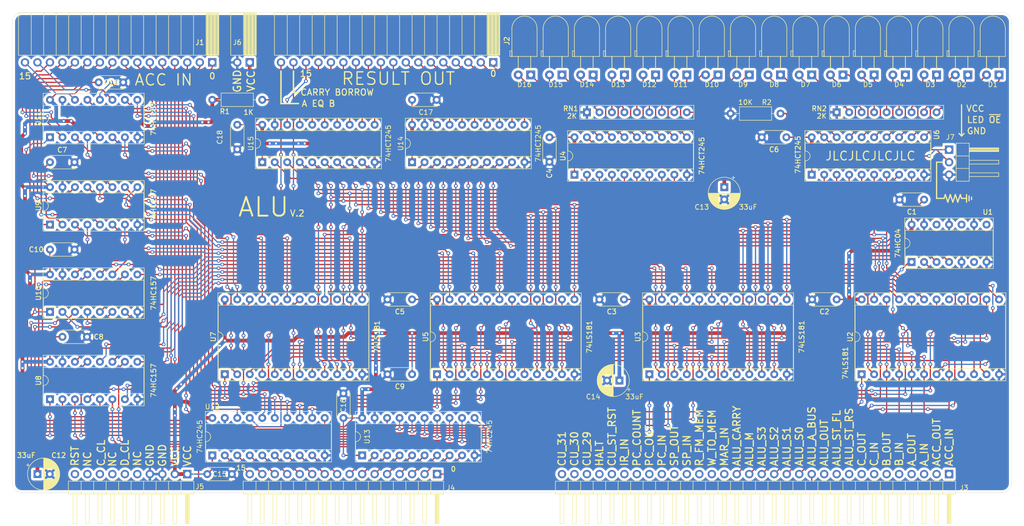
<source format=kicad_pcb>
(kicad_pcb (version 20171130) (host pcbnew "(5.1.5)-3")
  (layers (0 F.Cu signal) (31 B.Cu signal) (34 B.Paste user) (35 F.Paste user) (36 B.SilkS user) (37 F.SilkS user) (38 B.Mask user) (39 F.Mask user) (44 Edge.Cuts user))
  (net 0 "")
  (net 1 "Net-(D1-Pad1)")
  (net 2 "Net-(D2-Pad1)")
  (net 3 "Net-(D3-Pad1)")
  (net 4 "Net-(D4-Pad1)")
  (net 5 "Net-(D5-Pad1)")
  (net 6 "Net-(D6-Pad1)")
  (net 7 "Net-(D7-Pad1)")
  (net 8 "Net-(D8-Pad1)")
  (net 9 "Net-(D9-Pad1)")
  (net 10 "Net-(D10-Pad1)")
  (net 11 "Net-(D11-Pad1)")
  (net 12 "Net-(D12-Pad1)")
  (net 13 "Net-(D13-Pad1)")
  (net 14 "Net-(D14-Pad1)")
  (net 15 "Net-(D15-Pad1)")
  (net 16 "Net-(D16-Pad1)")
  (net 17 "Net-(J3-Pad1)")
  (net 18 "Net-(J3-Pad4)")
  (net 19 "Net-(J3-Pad2)")
  (net 20 "Net-(J3-Pad3)")
  (net 21 "Net-(J3-Pad5)")
  (net 22 "Net-(J3-Pad7)")
  (net 23 "Net-(J3-Pad8)")
  (net 24 "Net-(J3-Pad9)")
  (net 25 "Net-(J3-Pad10)")
  (net 26 "Net-(J3-Pad20)")
  (net 27 "Net-(J3-Pad21)")
  (net 28 "Net-(J3-Pad22)")
  (net 29 "Net-(J3-Pad23)")
  (net 30 "Net-(J3-Pad6)")
  (net 31 "Net-(J3-Pad19)")
  (net 32 "Net-(J3-Pad24)")
  (net 33 "Net-(J3-Pad11)")
  (net 34 "Net-(J3-Pad27)")
  (net 35 "Net-(J3-Pad28)")
  (net 36 "Net-(J3-Pad30)")
  (net 37 "Net-(J3-Pad31)")
  (net 38 "Net-(J3-Pad32)")
  (net 39 "Net-(J3-Pad26)")
  (net 40 "Net-(J3-Pad29)")
  (net 41 "Net-(J3-Pad25)")
  (net 42 "Net-(J5-Pad10)")
  (net 43 "Net-(J5-Pad9)")
  (net 44 "Net-(J5-Pad8)")
  (net 45 "Net-(J5-Pad7)")
  (net 46 "Net-(J5-Pad6)")
  (net 47 "Net-(J5-Pad5)")
  (net 48 "Net-(U1-Pad6)")
  (net 49 "Net-(U1-Pad12)")
  (net 50 "Net-(U1-Pad10)")
  (net 51 "Net-(U1-Pad8)")
  (net 52 "Net-(U2-Pad17)")
  (net 53 "Net-(U2-Pad16)")
  (net 54 "Net-(U2-Pad15)")
  (net 55 "Net-(U3-Pad17)")
  (net 56 "Net-(U3-Pad16)")
  (net 57 "Net-(U3-Pad15)")
  (net 58 "Net-(U5-Pad17)")
  (net 59 "Net-(U5-Pad16)")
  (net 60 "Net-(U5-Pad15)")
  (net 61 "Net-(U7-Pad17)")
  (net 62 "Net-(U7-Pad15)")
  (net 63 GND)
  (net 64 VCC)
  (net 65 /RES_BUF_00)
  (net 66 /RES_BUF_01)
  (net 67 /RES_BUF_02)
  (net 68 /RES_BUF_03)
  (net 69 /RES_BUF_04)
  (net 70 /RES_BUF_05)
  (net 71 /RES_BUF_06)
  (net 72 /RES_BUF_07)
  (net 73 /RES_BUF_08)
  (net 74 /RES_BUF_09)
  (net 75 /RES_BUF_10)
  (net 76 /RES_BUF_11)
  (net 77 /RES_BUF_12)
  (net 78 /RES_BUF_13)
  (net 79 /RES_BUF_14)
  (net 80 /RES_BUF_15)
  (net 81 /ACC_15)
  (net 82 /ACC_14)
  (net 83 /ACC_13)
  (net 84 /ACC_12)
  (net 85 /ACC_11)
  (net 86 /ACC_10)
  (net 87 /ACC_09)
  (net 88 /ACC_08)
  (net 89 /ACC_07)
  (net 90 /ACC_06)
  (net 91 /ACC_05)
  (net 92 /ACC_04)
  (net 93 /ACC_03)
  (net 94 /ACC_02)
  (net 95 /ACC_01)
  (net 96 /ACC_00)
  (net 97 /A_EQ_B)
  (net 98 /CARRY_BORROW_OUT)
  (net 99 /RES_15)
  (net 100 /RES_14)
  (net 101 /RES_13)
  (net 102 /RES_12)
  (net 103 /RES_11)
  (net 104 /RES_10)
  (net 105 /RES_09)
  (net 106 /RES_08)
  (net 107 /RES_07)
  (net 108 /RES_06)
  (net 109 /RES_05)
  (net 110 /RES_04)
  (net 111 /RES_03)
  (net 112 /RES_02)
  (net 113 /RES_01)
  (net 114 /RES_00)
  (net 115 /S3)
  (net 116 /A_IS_BUS)
  (net 117 /S0)
  (net 118 /M)
  (net 119 /CARRY_IN)
  (net 120 /S1)
  (net 121 /S2)
  (net 122 /BUS_15)
  (net 123 /BUS_14)
  (net 124 /BUS_13)
  (net 125 /BUS_12)
  (net 126 /BUS_11)
  (net 127 /BUS_10)
  (net 128 /BUS_09)
  (net 129 /BUS_08)
  (net 130 /BUS_07)
  (net 131 /BUS_06)
  (net 132 /BUS_05)
  (net 133 /BUS_04)
  (net 134 /BUS_03)
  (net 135 /BUS_02)
  (net 136 /BUS_01)
  (net 137 /BUS_00)
  (net 138 /CARRY_IN_BAR)
  (net 139 /SEL_01)
  (net 140 /SEL_02)
  (net 141 /SEL_03)
  (net 142 /SEL_00)
  (net 143 /SEL_05)
  (net 144 /SEL_06)
  (net 145 /SEL_07)
  (net 146 /SEL_04)
  (net 147 /SEL_09)
  (net 148 /SEL_10)
  (net 149 /SEL_11)
  (net 150 /SEL_08)
  (net 151 /SEL_13)
  (net 152 /SEL_14)
  (net 153 /SEL_15)
  (net 154 /SEL_12)
  (net 155 /CARRY_BORROW_OUT_BAR)
  (net 156 /BUS_BUF_01)
  (net 157 /BUS_BUF_02)
  (net 158 /BUS_BUF_03)
  (net 159 /BUS_BUF_00)
  (net 160 /BUS_BUF_05)
  (net 161 /BUS_BUF_06)
  (net 162 /BUS_BUF_07)
  (net 163 /BUS_BUF_04)
  (net 164 /BUS_BUF_09)
  (net 165 /BUS_BUF_10)
  (net 166 /BUS_BUF_11)
  (net 167 /BUS_BUF_08)
  (net 168 /BUS_BUF_13)
  (net 169 /BUS_BUF_14)
  (net 170 /BUS_BUF_15)
  (net 171 /BUS_BUF_12)
  (net 172 /LED_CONTROL)
  (net 173 /RES_HCT_BUF_15)
  (net 174 /RES_HCT_BUF_14)
  (net 175 /RES_HCT_BUF_13)
  (net 176 /RES_HCT_BUF_12)
  (net 177 /RES_HCT_BUF_11)
  (net 178 /RES_HCT_BUF_10)
  (net 179 /RES_HCT_BUF_09)
  (net 180 /RES_HCT_BUF_08)
  (net 181 /RES_HCT_BUF_07)
  (net 182 /RES_HCT_BUF_06)
  (net 183 /RES_HCT_BUF_05)
  (net 184 /RES_HCT_BUF_04)
  (net 185 /RES_HCT_BUF_03)
  (net 186 /RES_HCT_BUF_02)
  (net 187 /RES_HCT_BUF_01)
  (net 188 /RES_HCT_BUF_00)
  (module Package_DIP:DIP-14_W7.62mm_Socket (layer F.Cu) (at 236.22 99.06 90)
    (fp_text reference U1 (at 10.16 15.494 180) (layer F.SilkS) (effects (font (size 1.016 1.016) (thickness 0.1778))))
    (fp_text value 74HC04 (at 3.81 -2.794 90) (layer F.SilkS) (effects (font (size 1.016 1.016) (thickness 0.1778))))
    (pad 14 thru_hole oval (at 7.62 0 90) (size 1.6 1.6) (drill 0.8) (layers *.Cu *.Mask) (net 64 VCC))
    (pad 7 thru_hole oval (at 0 15.24 90) (size 1.6 1.6) (drill 0.8) (layers *.Cu *.Mask) (net 63 GND))
    (pad 13 thru_hole oval (at 7.62 2.54 90) (size 1.6 1.6) (drill 0.8) (layers *.Cu *.Mask) (net 63 GND))
    (pad 6 thru_hole oval (at 0 12.7 90) (size 1.6 1.6) (drill 0.8) (layers *.Cu *.Mask) (net 48 "Net-(U1-Pad6)"))
    (pad 12 thru_hole oval (at 7.62 5.08 90) (size 1.6 1.6) (drill 0.8) (layers *.Cu *.Mask) (net 49 "Net-(U1-Pad12)"))
    (pad 5 thru_hole oval (at 0 10.16 90) (size 1.6 1.6) (drill 0.8) (layers *.Cu *.Mask) (net 63 GND))
    (pad 11 thru_hole oval (at 7.62 7.62 90) (size 1.6 1.6) (drill 0.8) (layers *.Cu *.Mask) (net 63 GND))
    (pad 4 thru_hole oval (at 0 7.62 90) (size 1.6 1.6) (drill 0.8) (layers *.Cu *.Mask) (net 98 /CARRY_BORROW_OUT))
    (pad 10 thru_hole oval (at 7.62 10.16 90) (size 1.6 1.6) (drill 0.8) (layers *.Cu *.Mask) (net 50 "Net-(U1-Pad10)"))
    (pad 3 thru_hole oval (at 0 5.08 90) (size 1.6 1.6) (drill 0.8) (layers *.Cu *.Mask) (net 155 /CARRY_BORROW_OUT_BAR))
    (pad 9 thru_hole oval (at 7.62 12.7 90) (size 1.6 1.6) (drill 0.8) (layers *.Cu *.Mask) (net 63 GND))
    (pad 2 thru_hole oval (at 0 2.54 90) (size 1.6 1.6) (drill 0.8) (layers *.Cu *.Mask) (net 138 /CARRY_IN_BAR))
    (pad 8 thru_hole oval (at 7.62 15.24 90) (size 1.6 1.6) (drill 0.8) (layers *.Cu *.Mask) (net 51 "Net-(U1-Pad8)"))
    (pad 1 thru_hole rect (at 0 0 90) (size 1.6 1.6) (drill 0.8) (layers *.Cu *.Mask) (net 119 /CARRY_IN))
  )
  (module Connector_PinHeader_2.54mm:PinHeader_1x03_P2.54mm_Horizontal (layer F.Cu) (at 243.84 76.2)
    (fp_text reference J7 (at 0.254 -2.54) (layer F.SilkS))
    (fp_text value LED_CONTROL)
    (pad 3 thru_hole oval (at 0 5.08) (size 1.7 1.7) (drill 1) (layers *.Cu *.Mask) (net 63 GND))
    (pad 2 thru_hole oval (at 0 2.54) (size 1.7 1.7) (drill 1) (layers *.Cu *.Mask) (net 172 /LED_CONTROL))
    (pad 1 thru_hole rect (at 0 0) (size 1.7 1.7) (drill 1) (layers *.Cu *.Mask) (net 64 VCC))
  )
  (module Package_DIP:DIP-20_W7.62mm_Socket (layer F.Cu) (at 104.14 78.74 90)
    (fp_text reference U15 (at 3.81 -2.33 90) (layer F.SilkS))
    (fp_text value 74HCT245 (at 3.81 25.654 90) (layer F.SilkS))
    (pad 20 thru_hole oval (at 7.62 0 90) (size 1.6 1.6) (drill 0.8) (layers *.Cu *.Mask) (net 64 VCC))
    (pad 10 thru_hole oval (at 0 22.86 90) (size 1.6 1.6) (drill 0.8) (layers *.Cu *.Mask) (net 63 GND))
    (pad 19 thru_hole oval (at 7.62 2.54 90) (size 1.6 1.6) (drill 0.8) (layers *.Cu *.Mask) (net 63 GND))
    (pad 9 thru_hole oval (at 0 20.32 90) (size 1.6 1.6) (drill 0.8) (layers *.Cu *.Mask) (net 106 /RES_08))
    (pad 18 thru_hole oval (at 7.62 5.08 90) (size 1.6 1.6) (drill 0.8) (layers *.Cu *.Mask) (net 173 /RES_HCT_BUF_15))
    (pad 8 thru_hole oval (at 0 17.78 90) (size 1.6 1.6) (drill 0.8) (layers *.Cu *.Mask) (net 105 /RES_09))
    (pad 17 thru_hole oval (at 7.62 7.62 90) (size 1.6 1.6) (drill 0.8) (layers *.Cu *.Mask) (net 174 /RES_HCT_BUF_14))
    (pad 7 thru_hole oval (at 0 15.24 90) (size 1.6 1.6) (drill 0.8) (layers *.Cu *.Mask) (net 104 /RES_10))
    (pad 16 thru_hole oval (at 7.62 10.16 90) (size 1.6 1.6) (drill 0.8) (layers *.Cu *.Mask) (net 175 /RES_HCT_BUF_13))
    (pad 6 thru_hole oval (at 0 12.7 90) (size 1.6 1.6) (drill 0.8) (layers *.Cu *.Mask) (net 103 /RES_11))
    (pad 15 thru_hole oval (at 7.62 12.7 90) (size 1.6 1.6) (drill 0.8) (layers *.Cu *.Mask) (net 176 /RES_HCT_BUF_12))
    (pad 5 thru_hole oval (at 0 10.16 90) (size 1.6 1.6) (drill 0.8) (layers *.Cu *.Mask) (net 102 /RES_12))
    (pad 14 thru_hole oval (at 7.62 15.24 90) (size 1.6 1.6) (drill 0.8) (layers *.Cu *.Mask) (net 177 /RES_HCT_BUF_11))
    (pad 4 thru_hole oval (at 0 7.62 90) (size 1.6 1.6) (drill 0.8) (layers *.Cu *.Mask) (net 101 /RES_13))
    (pad 13 thru_hole oval (at 7.62 17.78 90) (size 1.6 1.6) (drill 0.8) (layers *.Cu *.Mask) (net 178 /RES_HCT_BUF_10))
    (pad 3 thru_hole oval (at 0 5.08 90) (size 1.6 1.6) (drill 0.8) (layers *.Cu *.Mask) (net 100 /RES_14))
    (pad 12 thru_hole oval (at 7.62 20.32 90) (size 1.6 1.6) (drill 0.8) (layers *.Cu *.Mask) (net 179 /RES_HCT_BUF_09))
    (pad 2 thru_hole oval (at 0 2.54 90) (size 1.6 1.6) (drill 0.8) (layers *.Cu *.Mask) (net 99 /RES_15))
    (pad 11 thru_hole oval (at 7.62 22.86 90) (size 1.6 1.6) (drill 0.8) (layers *.Cu *.Mask) (net 180 /RES_HCT_BUF_08))
    (pad 1 thru_hole rect (at 0 0 90) (size 1.6 1.6) (drill 0.8) (layers *.Cu *.Mask) (net 64 VCC))
  )
  (module Package_DIP:DIP-20_W7.62mm_Socket (layer F.Cu) (at 134.62 78.74 90)
    (fp_text reference U14 (at 3.81 -2.33 90) (layer F.SilkS))
    (fp_text value 74HCT245 (at 3.81 25.654 90) (layer F.SilkS))
    (pad 20 thru_hole oval (at 7.62 0 90) (size 1.6 1.6) (drill 0.8) (layers *.Cu *.Mask) (net 64 VCC))
    (pad 10 thru_hole oval (at 0 22.86 90) (size 1.6 1.6) (drill 0.8) (layers *.Cu *.Mask) (net 63 GND))
    (pad 19 thru_hole oval (at 7.62 2.54 90) (size 1.6 1.6) (drill 0.8) (layers *.Cu *.Mask) (net 63 GND))
    (pad 9 thru_hole oval (at 0 20.32 90) (size 1.6 1.6) (drill 0.8) (layers *.Cu *.Mask) (net 114 /RES_00))
    (pad 18 thru_hole oval (at 7.62 5.08 90) (size 1.6 1.6) (drill 0.8) (layers *.Cu *.Mask) (net 181 /RES_HCT_BUF_07))
    (pad 8 thru_hole oval (at 0 17.78 90) (size 1.6 1.6) (drill 0.8) (layers *.Cu *.Mask) (net 113 /RES_01))
    (pad 17 thru_hole oval (at 7.62 7.62 90) (size 1.6 1.6) (drill 0.8) (layers *.Cu *.Mask) (net 182 /RES_HCT_BUF_06))
    (pad 7 thru_hole oval (at 0 15.24 90) (size 1.6 1.6) (drill 0.8) (layers *.Cu *.Mask) (net 112 /RES_02))
    (pad 16 thru_hole oval (at 7.62 10.16 90) (size 1.6 1.6) (drill 0.8) (layers *.Cu *.Mask) (net 183 /RES_HCT_BUF_05))
    (pad 6 thru_hole oval (at 0 12.7 90) (size 1.6 1.6) (drill 0.8) (layers *.Cu *.Mask) (net 111 /RES_03))
    (pad 15 thru_hole oval (at 7.62 12.7 90) (size 1.6 1.6) (drill 0.8) (layers *.Cu *.Mask) (net 184 /RES_HCT_BUF_04))
    (pad 5 thru_hole oval (at 0 10.16 90) (size 1.6 1.6) (drill 0.8) (layers *.Cu *.Mask) (net 110 /RES_04))
    (pad 14 thru_hole oval (at 7.62 15.24 90) (size 1.6 1.6) (drill 0.8) (layers *.Cu *.Mask) (net 185 /RES_HCT_BUF_03))
    (pad 4 thru_hole oval (at 0 7.62 90) (size 1.6 1.6) (drill 0.8) (layers *.Cu *.Mask) (net 109 /RES_05))
    (pad 13 thru_hole oval (at 7.62 17.78 90) (size 1.6 1.6) (drill 0.8) (layers *.Cu *.Mask) (net 186 /RES_HCT_BUF_02))
    (pad 3 thru_hole oval (at 0 5.08 90) (size 1.6 1.6) (drill 0.8) (layers *.Cu *.Mask) (net 108 /RES_06))
    (pad 12 thru_hole oval (at 7.62 20.32 90) (size 1.6 1.6) (drill 0.8) (layers *.Cu *.Mask) (net 187 /RES_HCT_BUF_01))
    (pad 2 thru_hole oval (at 0 2.54 90) (size 1.6 1.6) (drill 0.8) (layers *.Cu *.Mask) (net 107 /RES_07))
    (pad 11 thru_hole oval (at 7.62 22.86 90) (size 1.6 1.6) (drill 0.8) (layers *.Cu *.Mask) (net 188 /RES_HCT_BUF_00))
    (pad 1 thru_hole rect (at 0 0 90) (size 1.6 1.6) (drill 0.8) (layers *.Cu *.Mask) (net 64 VCC))
  )
  (module Capacitor_THT:C_Disc_D4.7mm_W2.5mm_P5.00mm (layer F.Cu) (at 99.06 71.12 270)
    (fp_text reference C18 (at 2.54 3.556 90) (layer F.SilkS))
    (fp_text value 0.1uF)
    (pad 2 thru_hole circle (at 5 0 270) (size 1.6 1.6) (drill 0.8) (layers *.Cu *.Mask) (net 63 GND))
    (pad 1 thru_hole circle (at 0 0 270) (size 1.6 1.6) (drill 0.8) (layers *.Cu *.Mask) (net 64 VCC))
  )
  (module Capacitor_THT:C_Disc_D4.7mm_W2.5mm_P5.00mm (layer F.Cu) (at 134.62 66.04)
    (fp_text reference C17 (at 2.794 2.54) (layer F.SilkS))
    (fp_text value 0.1uF)
    (pad 2 thru_hole circle (at 5 0) (size 1.6 1.6) (drill 0.8) (layers *.Cu *.Mask) (net 63 GND))
    (pad 1 thru_hole circle (at 0 0) (size 1.6 1.6) (drill 0.8) (layers *.Cu *.Mask) (net 64 VCC))
  )
  (module Connector_PinSocket_2.54mm:PinSocket_1x02_P2.54mm_Horizontal (layer F.Cu) (at 101.6 58.42 270)
    (fp_text reference J6 (at -4.064 2.54 180) (layer F.SilkS))
    (fp_text value TOP_POWER)
    (pad 2 thru_hole oval (at 0 2.54 270) (size 1.7 1.7) (drill 1) (layers *.Cu *.Mask) (net 63 GND))
    (pad 1 thru_hole rect (at 0 0 270) (size 1.7 1.7) (drill 1) (layers *.Cu *.Mask) (net 64 VCC))
  )
  (module Resistor_THT:R_Axial_DIN0207_L6.3mm_D2.5mm_P10.16mm_Horizontal (layer F.Cu) (at 209.55 68.834 180)
    (fp_text reference R2 (at 2.794 2.286) (layer F.SilkS))
    (fp_text value 10K (at 7.112 2.286) (layer F.SilkS))
    (pad 2 thru_hole oval (at 10.16 0 180) (size 1.6 1.6) (drill 0.8) (layers *.Cu *.Mask) (net 63 GND))
    (pad 1 thru_hole circle (at 0 0 180) (size 1.6 1.6) (drill 0.8) (layers *.Cu *.Mask) (net 172 /LED_CONTROL))
  )
  (module Package_DIP:DIP-20_W7.62mm_Socket (layer F.Cu) (at 124.46 138.43 90)
    (fp_text reference U13 (at 3.81 1.016 90) (layer F.SilkS))
    (fp_text value 74HC245 (at 3.81 25.908 90) (layer F.SilkS))
    (pad 20 thru_hole oval (at 7.62 0 90) (size 1.6 1.6) (drill 0.8) (layers *.Cu *.Mask) (net 64 VCC))
    (pad 10 thru_hole oval (at 0 22.86 90) (size 1.6 1.6) (drill 0.8) (layers *.Cu *.Mask) (net 63 GND))
    (pad 19 thru_hole oval (at 7.62 2.54 90) (size 1.6 1.6) (drill 0.8) (layers *.Cu *.Mask) (net 63 GND))
    (pad 9 thru_hole oval (at 0 20.32 90) (size 1.6 1.6) (drill 0.8) (layers *.Cu *.Mask) (net 137 /BUS_00))
    (pad 18 thru_hole oval (at 7.62 5.08 90) (size 1.6 1.6) (drill 0.8) (layers *.Cu *.Mask) (net 162 /BUS_BUF_07))
    (pad 8 thru_hole oval (at 0 17.78 90) (size 1.6 1.6) (drill 0.8) (layers *.Cu *.Mask) (net 136 /BUS_01))
    (pad 17 thru_hole oval (at 7.62 7.62 90) (size 1.6 1.6) (drill 0.8) (layers *.Cu *.Mask) (net 161 /BUS_BUF_06))
    (pad 7 thru_hole oval (at 0 15.24 90) (size 1.6 1.6) (drill 0.8) (layers *.Cu *.Mask) (net 135 /BUS_02))
    (pad 16 thru_hole oval (at 7.62 10.16 90) (size 1.6 1.6) (drill 0.8) (layers *.Cu *.Mask) (net 160 /BUS_BUF_05))
    (pad 6 thru_hole oval (at 0 12.7 90) (size 1.6 1.6) (drill 0.8) (layers *.Cu *.Mask) (net 134 /BUS_03))
    (pad 15 thru_hole oval (at 7.62 12.7 90) (size 1.6 1.6) (drill 0.8) (layers *.Cu *.Mask) (net 163 /BUS_BUF_04))
    (pad 5 thru_hole oval (at 0 10.16 90) (size 1.6 1.6) (drill 0.8) (layers *.Cu *.Mask) (net 133 /BUS_04))
    (pad 14 thru_hole oval (at 7.62 15.24 90) (size 1.6 1.6) (drill 0.8) (layers *.Cu *.Mask) (net 158 /BUS_BUF_03))
    (pad 4 thru_hole oval (at 0 7.62 90) (size 1.6 1.6) (drill 0.8) (layers *.Cu *.Mask) (net 132 /BUS_05))
    (pad 13 thru_hole oval (at 7.62 17.78 90) (size 1.6 1.6) (drill 0.8) (layers *.Cu *.Mask) (net 157 /BUS_BUF_02))
    (pad 3 thru_hole oval (at 0 5.08 90) (size 1.6 1.6) (drill 0.8) (layers *.Cu *.Mask) (net 131 /BUS_06))
    (pad 12 thru_hole oval (at 7.62 20.32 90) (size 1.6 1.6) (drill 0.8) (layers *.Cu *.Mask) (net 156 /BUS_BUF_01))
    (pad 2 thru_hole oval (at 0 2.54 90) (size 1.6 1.6) (drill 0.8) (layers *.Cu *.Mask) (net 130 /BUS_07))
    (pad 11 thru_hole oval (at 7.62 22.86 90) (size 1.6 1.6) (drill 0.8) (layers *.Cu *.Mask) (net 159 /BUS_BUF_00))
    (pad 1 thru_hole rect (at 0 0 90) (size 1.6 1.6) (drill 0.8) (layers *.Cu *.Mask) (net 64 VCC))
  )
  (module Package_DIP:DIP-20_W7.62mm_Socket (layer F.Cu) (at 93.98 138.43 90)
    (fp_text reference U12 (at 9.906 0 180) (layer F.SilkS))
    (fp_text value 74HC245 (at 3.81 -2.54 90) (layer F.SilkS))
    (pad 20 thru_hole oval (at 7.62 0 90) (size 1.6 1.6) (drill 0.8) (layers *.Cu *.Mask) (net 64 VCC))
    (pad 10 thru_hole oval (at 0 22.86 90) (size 1.6 1.6) (drill 0.8) (layers *.Cu *.Mask) (net 63 GND))
    (pad 19 thru_hole oval (at 7.62 2.54 90) (size 1.6 1.6) (drill 0.8) (layers *.Cu *.Mask) (net 63 GND))
    (pad 9 thru_hole oval (at 0 20.32 90) (size 1.6 1.6) (drill 0.8) (layers *.Cu *.Mask) (net 129 /BUS_08))
    (pad 18 thru_hole oval (at 7.62 5.08 90) (size 1.6 1.6) (drill 0.8) (layers *.Cu *.Mask) (net 170 /BUS_BUF_15))
    (pad 8 thru_hole oval (at 0 17.78 90) (size 1.6 1.6) (drill 0.8) (layers *.Cu *.Mask) (net 128 /BUS_09))
    (pad 17 thru_hole oval (at 7.62 7.62 90) (size 1.6 1.6) (drill 0.8) (layers *.Cu *.Mask) (net 169 /BUS_BUF_14))
    (pad 7 thru_hole oval (at 0 15.24 90) (size 1.6 1.6) (drill 0.8) (layers *.Cu *.Mask) (net 127 /BUS_10))
    (pad 16 thru_hole oval (at 7.62 10.16 90) (size 1.6 1.6) (drill 0.8) (layers *.Cu *.Mask) (net 168 /BUS_BUF_13))
    (pad 6 thru_hole oval (at 0 12.7 90) (size 1.6 1.6) (drill 0.8) (layers *.Cu *.Mask) (net 126 /BUS_11))
    (pad 15 thru_hole oval (at 7.62 12.7 90) (size 1.6 1.6) (drill 0.8) (layers *.Cu *.Mask) (net 171 /BUS_BUF_12))
    (pad 5 thru_hole oval (at 0 10.16 90) (size 1.6 1.6) (drill 0.8) (layers *.Cu *.Mask) (net 125 /BUS_12))
    (pad 14 thru_hole oval (at 7.62 15.24 90) (size 1.6 1.6) (drill 0.8) (layers *.Cu *.Mask) (net 166 /BUS_BUF_11))
    (pad 4 thru_hole oval (at 0 7.62 90) (size 1.6 1.6) (drill 0.8) (layers *.Cu *.Mask) (net 124 /BUS_13))
    (pad 13 thru_hole oval (at 7.62 17.78 90) (size 1.6 1.6) (drill 0.8) (layers *.Cu *.Mask) (net 165 /BUS_BUF_10))
    (pad 3 thru_hole oval (at 0 5.08 90) (size 1.6 1.6) (drill 0.8) (layers *.Cu *.Mask) (net 123 /BUS_14))
    (pad 12 thru_hole oval (at 7.62 20.32 90) (size 1.6 1.6) (drill 0.8) (layers *.Cu *.Mask) (net 164 /BUS_BUF_09))
    (pad 2 thru_hole oval (at 0 2.54 90) (size 1.6 1.6) (drill 0.8) (layers *.Cu *.Mask) (net 122 /BUS_15))
    (pad 11 thru_hole oval (at 7.62 22.86 90) (size 1.6 1.6) (drill 0.8) (layers *.Cu *.Mask) (net 167 /BUS_BUF_08))
    (pad 1 thru_hole rect (at 0 0 90) (size 1.6 1.6) (drill 0.8) (layers *.Cu *.Mask) (net 64 VCC))
  )
  (module Capacitor_THT:C_Disc_D4.7mm_W2.5mm_P5.00mm (layer F.Cu) (at 120.65 130.81 90)
    (fp_text reference C16 (at 2.54 0 270) (layer F.SilkS))
    (fp_text value 0.1uF)
    (pad 2 thru_hole circle (at 5 0 90) (size 1.6 1.6) (drill 0.8) (layers *.Cu *.Mask) (net 63 GND))
    (pad 1 thru_hole circle (at 0 0 90) (size 1.6 1.6) (drill 0.8) (layers *.Cu *.Mask) (net 64 VCC))
  )
  (module Capacitor_THT:C_Disc_D4.7mm_W2.5mm_P5.00mm (layer F.Cu) (at 92.964 142.24)
    (fp_text reference C15 (at 2.5 0) (layer F.SilkS))
    (fp_text value 0.1uF)
    (pad 2 thru_hole circle (at 5 0) (size 1.6 1.6) (drill 0.8) (layers *.Cu *.Mask) (net 63 GND))
    (pad 1 thru_hole circle (at 0 0) (size 1.6 1.6) (drill 0.8) (layers *.Cu *.Mask) (net 64 VCC))
  )
  (module sixteen-bit-computer:aux-connection (layer F.Cu) (at 88.9 142.24 270)
    (fp_text reference J5 (at 2.54 -2.54 180) (layer F.SilkS))
    (fp_text value Aux_connection)
    (fp_text user VCC (at -3.683 0 90) (layer F.SilkS) (effects (font (size 1.5 1.5) (thickness 0.25))))
    (fp_text user VCC (at -3.683 2.54 90) (layer F.SilkS) (effects (font (size 1.5 1.5) (thickness 0.25))))
    (fp_text user GND (at -3.81 5.08 90) (layer F.SilkS) (effects (font (size 1.5 1.5) (thickness 0.25))))
    (fp_text user GND (at -3.81 7.62 90) (layer F.SilkS) (effects (font (size 1.5 1.5) (thickness 0.25))))
    (fp_text user NC (at -3.175 10.16 90) (layer F.SilkS) (effects (font (size 1.5 1.5) (thickness 0.25))))
    (fp_text user NC (at -3.048 15.24 90) (layer F.SilkS) (effects (font (size 1.5 1.5) (thickness 0.25))))
    (fp_text user NC (at -3.048 20.32 90) (layer F.SilkS) (effects (font (size 1.5 1.5) (thickness 0.25))))
    (fp_text user D_CL (at -4.318 12.7 90) (layer F.SilkS) (effects (font (size 1.5 1.5) (thickness 0.25))))
    (fp_text user C_CL (at -4.318 17.526 90) (layer F.SilkS) (effects (font (size 1.5 1.5) (thickness 0.25))))
    (fp_text user RST (at -3.683 22.86 90) (layer F.SilkS) (effects (font (size 1.5 1.5) (thickness 0.25))))
    (pad 1 thru_hole rect (at 0 0 270) (size 1.7 1.7) (drill 1) (layers *.Cu *.Mask) (net 64 VCC))
    (pad 2 thru_hole oval (at 0 2.54 270) (size 1.7 1.7) (drill 1) (layers *.Cu *.Mask) (net 64 VCC))
    (pad 3 thru_hole oval (at 0 5.08 270) (size 1.7 1.7) (drill 1) (layers *.Cu *.Mask) (net 63 GND))
    (pad 4 thru_hole oval (at 0 7.62 270) (size 1.7 1.7) (drill 1) (layers *.Cu *.Mask) (net 63 GND))
    (pad 5 thru_hole oval (at 0 10.16 270) (size 1.7 1.7) (drill 1) (layers *.Cu *.Mask) (net 47 "Net-(J5-Pad5)"))
    (pad 6 thru_hole oval (at 0 12.7 270) (size 1.7 1.7) (drill 1) (layers *.Cu *.Mask) (net 46 "Net-(J5-Pad6)"))
    (pad 7 thru_hole oval (at 0 15.24 270) (size 1.7 1.7) (drill 1) (layers *.Cu *.Mask) (net 45 "Net-(J5-Pad7)"))
    (pad 8 thru_hole oval (at 0 17.78 270) (size 1.7 1.7) (drill 1) (layers *.Cu *.Mask) (net 44 "Net-(J5-Pad8)"))
    (pad 9 thru_hole oval (at 0 20.32 270) (size 1.7 1.7) (drill 1) (layers *.Cu *.Mask) (net 43 "Net-(J5-Pad9)"))
    (pad 10 thru_hole oval (at 0 22.86 270) (size 1.7 1.7) (drill 1) (layers *.Cu *.Mask) (net 42 "Net-(J5-Pad10)"))
  )
  (module sixteen-bit-computer:bus-connection (layer F.Cu) (at 139.7 142.24 270)
    (fp_text reference J4 (at 2.794 -2.794 180) (layer F.SilkS))
    (fp_text value Bus_connection)
    (fp_text user 0 (at -1.016 -3.302) (layer F.SilkS) (effects (font (size 1.016 1.016) (thickness 0.1778))))
    (fp_text user 15 (at -1.27 39.878) (layer F.SilkS) (effects (font (size 1.016 1.016) (thickness 0.1778))))
    (pad 1 thru_hole rect (at 0 0 270) (size 1.7 1.7) (drill 1) (layers *.Cu *.Mask) (net 137 /BUS_00))
    (pad 2 thru_hole oval (at 0 2.54 270) (size 1.7 1.7) (drill 1) (layers *.Cu *.Mask) (net 136 /BUS_01))
    (pad 3 thru_hole oval (at 0 5.08 270) (size 1.7 1.7) (drill 1) (layers *.Cu *.Mask) (net 135 /BUS_02))
    (pad 4 thru_hole oval (at 0 7.62 270) (size 1.7 1.7) (drill 1) (layers *.Cu *.Mask) (net 134 /BUS_03))
    (pad 5 thru_hole oval (at 0 10.16 270) (size 1.7 1.7) (drill 1) (layers *.Cu *.Mask) (net 133 /BUS_04))
    (pad 6 thru_hole oval (at 0 12.7 270) (size 1.7 1.7) (drill 1) (layers *.Cu *.Mask) (net 132 /BUS_05))
    (pad 7 thru_hole oval (at 0 15.24 270) (size 1.7 1.7) (drill 1) (layers *.Cu *.Mask) (net 131 /BUS_06))
    (pad 8 thru_hole oval (at 0 17.78 270) (size 1.7 1.7) (drill 1) (layers *.Cu *.Mask) (net 130 /BUS_07))
    (pad 9 thru_hole oval (at 0 20.32 270) (size 1.7 1.7) (drill 1) (layers *.Cu *.Mask) (net 129 /BUS_08))
    (pad 10 thru_hole oval (at 0 22.86 270) (size 1.7 1.7) (drill 1) (layers *.Cu *.Mask) (net 128 /BUS_09))
    (pad 11 thru_hole oval (at 0 25.4 270) (size 1.7 1.7) (drill 1) (layers *.Cu *.Mask) (net 127 /BUS_10))
    (pad 12 thru_hole oval (at 0 27.94 270) (size 1.7 1.7) (drill 1) (layers *.Cu *.Mask) (net 126 /BUS_11))
    (pad 13 thru_hole oval (at 0 30.48 270) (size 1.7 1.7) (drill 1) (layers *.Cu *.Mask) (net 125 /BUS_12))
    (pad 14 thru_hole oval (at 0 33.02 270) (size 1.7 1.7) (drill 1) (layers *.Cu *.Mask) (net 124 /BUS_13))
    (pad 15 thru_hole oval (at 0 35.56 270) (size 1.7 1.7) (drill 1) (layers *.Cu *.Mask) (net 123 /BUS_14))
    (pad 16 thru_hole oval (at 0 38.1 270) (size 1.7 1.7) (drill 1) (layers *.Cu *.Mask) (net 122 /BUS_15))
  )
  (module sixteen-bit-computer:backplane-connector-single-row-annotated (layer F.Cu) (at 243.84 142.24 270)
    (fp_text reference J3 (at 2.794 -3.048 180) (layer F.SilkS))
    (fp_text value Control_signal_backplane)
    (fp_text user CU_31 (at -5.155715 78.74 90) (layer F.SilkS) (effects (font (size 1.5 1.5) (thickness 0.25))))
    (fp_text user CU_30 (at -5.155715 76.2 90) (layer F.SilkS) (effects (font (size 1.5 1.5) (thickness 0.25))))
    (fp_text user CU_29 (at -5.155715 73.66 90) (layer F.SilkS) (effects (font (size 1.5 1.5) (thickness 0.25))))
    (fp_text user HALT (at -4.227143 71.12 90) (layer F.SilkS) (effects (font (size 1.5 1.5) (thickness 0.25))))
    (fp_text user CU_ST_RST (at -7.62 68.58 90) (layer F.SilkS) (effects (font (size 1.5 1.5) (thickness 0.25))))
    (fp_text user IR_IN (at -4.441429 66.04 90) (layer F.SilkS) (effects (font (size 1.5 1.5) (thickness 0.25))))
    (fp_text user PC_COUNT (at -7.37 63.5 90) (layer F.SilkS) (effects (font (size 1.5 1.5) (thickness 0.25))))
    (fp_text user PC_OUT (at -5.834286 60.96 90) (layer F.SilkS) (effects (font (size 1.5 1.5) (thickness 0.25))))
    (fp_text user PC_IN (at -4.834286 58.42 90) (layer F.SilkS) (effects (font (size 1.5 1.5) (thickness 0.25))))
    (fp_text user SP_OUT (at -5.798572 55.88 90) (layer F.SilkS) (effects (font (size 1.5 1.5) (thickness 0.25))))
    (fp_text user SP_IN (at -4.798572 53.34 90) (layer F.SilkS) (effects (font (size 1.5 1.5) (thickness 0.25))))
    (fp_text user R_FM_MEM (at -7.405715 50.8 90) (layer F.SilkS) (effects (font (size 1.5 1.5) (thickness 0.25))))
    (fp_text user W_TO_MEM (at -7.37 48.26 90) (layer F.SilkS) (effects (font (size 1.5 1.5) (thickness 0.25))))
    (fp_text user MAR_IN (at -5.584286 45.72 90) (layer F.SilkS) (effects (font (size 1.5 1.5) (thickness 0.25))))
    (fp_text user ALU_CARRY (at -7.762857 43.18 90) (layer F.SilkS) (effects (font (size 1.5 1.5) (thickness 0.25))))
    (fp_text user ALU_M (at -5.084286 40.64 90) (layer F.SilkS) (effects (font (size 1.5 1.5) (thickness 0.25))))
    (fp_text user ALU_S3 (at -5.655715 38.1 90) (layer F.SilkS) (effects (font (size 1.5 1.5) (thickness 0.25))))
    (fp_text user ALU_S2 (at -5.655715 35.56 90) (layer F.SilkS) (effects (font (size 1.5 1.5) (thickness 0.25))))
    (fp_text user ALU_S1 (at -5.655715 33.02 90) (layer F.SilkS) (effects (font (size 1.5 1.5) (thickness 0.25))))
    (fp_text user ALU_S0 (at -5.655715 30.48 90) (layer F.SilkS) (effects (font (size 1.5 1.5) (thickness 0.25))))
    (fp_text user ALU_A_BUS (at -7.691429 27.94 90) (layer F.SilkS) (effects (font (size 1.5 1.5) (thickness 0.25))))
    (fp_text user ALU_OUT (at -6.37 25.4 90) (layer F.SilkS) (effects (font (size 1.5 1.5) (thickness 0.25))))
    (fp_text user ALU_ST_FL (at -7.334286 22.86 90) (layer F.SilkS) (effects (font (size 1.5 1.5) (thickness 0.25))))
    (fp_text user ALU_ST_RS (at -7.548572 20.32 90) (layer F.SilkS) (effects (font (size 1.5 1.5) (thickness 0.25))))
    (fp_text user C_OUT (at -5.084286 17.78 90) (layer F.SilkS) (effects (font (size 1.5 1.5) (thickness 0.25))))
    (fp_text user C_IN (at -4.084286 15.24 90) (layer F.SilkS) (effects (font (size 1.5 1.5) (thickness 0.25))))
    (fp_text user B_OUT (at -5.084286 12.7 90) (layer F.SilkS) (effects (font (size 1.5 1.5) (thickness 0.25))))
    (fp_text user B_IN (at -4.084286 10.16 90) (layer F.SilkS) (effects (font (size 1.5 1.5) (thickness 0.25))))
    (fp_text user A_OUT (at -4.977143 7.62 90) (layer F.SilkS) (effects (font (size 1.5 1.5) (thickness 0.25))))
    (fp_text user A_IN (at -3.977143 5.08 90) (layer F.SilkS) (effects (font (size 1.5 1.5) (thickness 0.25))))
    (fp_text user ACC_OUT (at -6.477143 2.54 90) (layer F.SilkS) (effects (font (size 1.5 1.5) (thickness 0.25))))
    (fp_text user ACC_IN (at -5.477143 0 90) (layer F.SilkS) (effects (font (size 1.5 1.5) (thickness 0.25))))
    (pad 32 thru_hole oval (at 0 78.74 270) (size 1.7 1.7) (drill 1) (layers *.Cu *.Mask) (net 38 "Net-(J3-Pad32)"))
    (pad 31 thru_hole oval (at 0 76.2 270) (size 1.7 1.7) (drill 1) (layers *.Cu *.Mask) (net 37 "Net-(J3-Pad31)"))
    (pad 30 thru_hole oval (at 0 73.66 270) (size 1.7 1.7) (drill 1) (layers *.Cu *.Mask) (net 36 "Net-(J3-Pad30)"))
    (pad 29 thru_hole oval (at 0 71.12 270) (size 1.7 1.7) (drill 1) (layers *.Cu *.Mask) (net 40 "Net-(J3-Pad29)"))
    (pad 28 thru_hole oval (at 0 68.58 270) (size 1.7 1.7) (drill 1) (layers *.Cu *.Mask) (net 35 "Net-(J3-Pad28)"))
    (pad 27 thru_hole oval (at 0 66.04 270) (size 1.7 1.7) (drill 1) (layers *.Cu *.Mask) (net 34 "Net-(J3-Pad27)"))
    (pad 26 thru_hole oval (at 0 63.5 270) (size 1.7 1.7) (drill 1) (layers *.Cu *.Mask) (net 39 "Net-(J3-Pad26)"))
    (pad 25 thru_hole oval (at 0 60.96 270) (size 1.7 1.7) (drill 1) (layers *.Cu *.Mask) (net 41 "Net-(J3-Pad25)"))
    (pad 24 thru_hole oval (at 0 58.42 270) (size 1.7 1.7) (drill 1) (layers *.Cu *.Mask) (net 32 "Net-(J3-Pad24)"))
    (pad 23 thru_hole oval (at 0 55.88 270) (size 1.7 1.7) (drill 1) (layers *.Cu *.Mask) (net 29 "Net-(J3-Pad23)"))
    (pad 22 thru_hole oval (at 0 53.34 270) (size 1.7 1.7) (drill 1) (layers *.Cu *.Mask) (net 28 "Net-(J3-Pad22)"))
    (pad 21 thru_hole oval (at 0 50.8 270) (size 1.7 1.7) (drill 1) (layers *.Cu *.Mask) (net 27 "Net-(J3-Pad21)"))
    (pad 20 thru_hole oval (at 0 48.26 270) (size 1.7 1.7) (drill 1) (layers *.Cu *.Mask) (net 26 "Net-(J3-Pad20)"))
    (pad 19 thru_hole oval (at 0 45.72 270) (size 1.7 1.7) (drill 1) (layers *.Cu *.Mask) (net 31 "Net-(J3-Pad19)"))
    (pad 18 thru_hole oval (at 0 43.18 270) (size 1.7 1.7) (drill 1) (layers *.Cu *.Mask) (net 119 /CARRY_IN))
    (pad 17 thru_hole oval (at 0 40.64 270) (size 1.7 1.7) (drill 1) (layers *.Cu *.Mask) (net 118 /M))
    (pad 16 thru_hole oval (at 0 38.1 270) (size 1.7 1.7) (drill 1) (layers *.Cu *.Mask) (net 115 /S3))
    (pad 15 thru_hole oval (at 0 35.56 270) (size 1.7 1.7) (drill 1) (layers *.Cu *.Mask) (net 121 /S2))
    (pad 14 thru_hole oval (at 0 33.02 270) (size 1.7 1.7) (drill 1) (layers *.Cu *.Mask) (net 120 /S1))
    (pad 13 thru_hole oval (at 0 30.48 270) (size 1.7 1.7) (drill 1) (layers *.Cu *.Mask) (net 117 /S0))
    (pad 12 thru_hole oval (at 0 27.94 270) (size 1.7 1.7) (drill 1) (layers *.Cu *.Mask) (net 116 /A_IS_BUS))
    (pad 11 thru_hole oval (at 0 25.4 270) (size 1.7 1.7) (drill 1) (layers *.Cu *.Mask) (net 33 "Net-(J3-Pad11)"))
    (pad 10 thru_hole oval (at 0 22.86 270) (size 1.7 1.7) (drill 1) (layers *.Cu *.Mask) (net 25 "Net-(J3-Pad10)"))
    (pad 9 thru_hole oval (at 0 20.32 270) (size 1.7 1.7) (drill 1) (layers *.Cu *.Mask) (net 24 "Net-(J3-Pad9)"))
    (pad 8 thru_hole oval (at 0 17.78 270) (size 1.7 1.7) (drill 1) (layers *.Cu *.Mask) (net 23 "Net-(J3-Pad8)"))
    (pad 7 thru_hole oval (at 0 15.24 270) (size 1.7 1.7) (drill 1) (layers *.Cu *.Mask) (net 22 "Net-(J3-Pad7)"))
    (pad 6 thru_hole oval (at 0 12.7 270) (size 1.7 1.7) (drill 1) (layers *.Cu *.Mask) (net 30 "Net-(J3-Pad6)"))
    (pad 5 thru_hole oval (at 0 10.16 270) (size 1.7 1.7) (drill 1) (layers *.Cu *.Mask) (net 21 "Net-(J3-Pad5)"))
    (pad 4 thru_hole oval (at 0 7.62 270) (size 1.7 1.7) (drill 1) (layers *.Cu *.Mask) (net 18 "Net-(J3-Pad4)"))
    (pad 3 thru_hole oval (at 0 5.08 270) (size 1.7 1.7) (drill 1) (layers *.Cu *.Mask) (net 20 "Net-(J3-Pad3)"))
    (pad 2 thru_hole oval (at 0 2.54 270) (size 1.7 1.7) (drill 1) (layers *.Cu *.Mask) (net 19 "Net-(J3-Pad2)"))
    (pad 1 thru_hole rect (at 0 0 270) (size 1.7 1.7) (drill 1) (layers *.Cu *.Mask) (net 17 "Net-(J3-Pad1)"))
  )
  (module sixteen-bit-computer:LED_D5.0mm_Horizontal_O3.81mm_Z3.0mm (layer F.Cu) (at 158.75 60.96 180)
    (fp_text reference D16 (at 1.27 -1.96) (layer F.SilkS))
    (fp_text value LED)
    (pad 2 thru_hole circle (at 2.54 0 180) (size 1.8 1.8) (drill 0.9) (layers *.Cu *.Mask) (net 80 /RES_BUF_15))
    (pad 1 thru_hole rect (at 0 0 180) (size 1.8 1.8) (drill 0.9) (layers *.Cu *.Mask) (net 16 "Net-(D16-Pad1)"))
  )
  (module sixteen-bit-computer:LED_D5.0mm_Horizontal_O3.81mm_Z3.0mm (layer F.Cu) (at 165.1 60.96 180)
    (fp_text reference D15 (at 1.27 -1.96) (layer F.SilkS))
    (fp_text value LED)
    (pad 2 thru_hole circle (at 2.54 0 180) (size 1.8 1.8) (drill 0.9) (layers *.Cu *.Mask) (net 79 /RES_BUF_14))
    (pad 1 thru_hole rect (at 0 0 180) (size 1.8 1.8) (drill 0.9) (layers *.Cu *.Mask) (net 15 "Net-(D15-Pad1)"))
  )
  (module sixteen-bit-computer:LED_D5.0mm_Horizontal_O3.81mm_Z3.0mm (layer F.Cu) (at 171.45 60.96 180)
    (fp_text reference D14 (at 1.27 -1.96) (layer F.SilkS))
    (fp_text value LED)
    (pad 2 thru_hole circle (at 2.54 0 180) (size 1.8 1.8) (drill 0.9) (layers *.Cu *.Mask) (net 78 /RES_BUF_13))
    (pad 1 thru_hole rect (at 0 0 180) (size 1.8 1.8) (drill 0.9) (layers *.Cu *.Mask) (net 14 "Net-(D14-Pad1)"))
  )
  (module sixteen-bit-computer:LED_D5.0mm_Horizontal_O3.81mm_Z3.0mm (layer F.Cu) (at 177.8 60.96 180)
    (fp_text reference D13 (at 1.27 -1.96) (layer F.SilkS))
    (fp_text value LED)
    (pad 2 thru_hole circle (at 2.54 0 180) (size 1.8 1.8) (drill 0.9) (layers *.Cu *.Mask) (net 77 /RES_BUF_12))
    (pad 1 thru_hole rect (at 0 0 180) (size 1.8 1.8) (drill 0.9) (layers *.Cu *.Mask) (net 13 "Net-(D13-Pad1)"))
  )
  (module sixteen-bit-computer:LED_D5.0mm_Horizontal_O3.81mm_Z3.0mm (layer F.Cu) (at 184.15 60.96 180)
    (fp_text reference D12 (at 1.27 -1.96) (layer F.SilkS))
    (fp_text value LED)
    (pad 2 thru_hole circle (at 2.54 0 180) (size 1.8 1.8) (drill 0.9) (layers *.Cu *.Mask) (net 76 /RES_BUF_11))
    (pad 1 thru_hole rect (at 0 0 180) (size 1.8 1.8) (drill 0.9) (layers *.Cu *.Mask) (net 12 "Net-(D12-Pad1)"))
  )
  (module sixteen-bit-computer:LED_D5.0mm_Horizontal_O3.81mm_Z3.0mm (layer F.Cu) (at 190.5 60.96 180)
    (fp_text reference D11 (at 1.27 -1.96) (layer F.SilkS))
    (fp_text value LED)
    (pad 2 thru_hole circle (at 2.54 0 180) (size 1.8 1.8) (drill 0.9) (layers *.Cu *.Mask) (net 75 /RES_BUF_10))
    (pad 1 thru_hole rect (at 0 0 180) (size 1.8 1.8) (drill 0.9) (layers *.Cu *.Mask) (net 11 "Net-(D11-Pad1)"))
  )
  (module sixteen-bit-computer:LED_D5.0mm_Horizontal_O3.81mm_Z3.0mm (layer F.Cu) (at 196.85 60.96 180)
    (fp_text reference D10 (at 1.27 -1.96) (layer F.SilkS))
    (fp_text value LED)
    (pad 2 thru_hole circle (at 2.54 0 180) (size 1.8 1.8) (drill 0.9) (layers *.Cu *.Mask) (net 74 /RES_BUF_09))
    (pad 1 thru_hole rect (at 0 0 180) (size 1.8 1.8) (drill 0.9) (layers *.Cu *.Mask) (net 10 "Net-(D10-Pad1)"))
  )
  (module sixteen-bit-computer:LED_D5.0mm_Horizontal_O3.81mm_Z3.0mm (layer F.Cu) (at 203.2 60.96 180)
    (fp_text reference D9 (at 1.27 -1.96) (layer F.SilkS))
    (fp_text value LED)
    (pad 2 thru_hole circle (at 2.54 0 180) (size 1.8 1.8) (drill 0.9) (layers *.Cu *.Mask) (net 73 /RES_BUF_08))
    (pad 1 thru_hole rect (at 0 0 180) (size 1.8 1.8) (drill 0.9) (layers *.Cu *.Mask) (net 9 "Net-(D9-Pad1)"))
  )
  (module sixteen-bit-computer:LED_D5.0mm_Horizontal_O3.81mm_Z3.0mm (layer F.Cu) (at 209.55 60.96 180)
    (fp_text reference D8 (at 1.27 -1.96) (layer F.SilkS))
    (fp_text value LED)
    (pad 2 thru_hole circle (at 2.54 0 180) (size 1.8 1.8) (drill 0.9) (layers *.Cu *.Mask) (net 72 /RES_BUF_07))
    (pad 1 thru_hole rect (at 0 0 180) (size 1.8 1.8) (drill 0.9) (layers *.Cu *.Mask) (net 8 "Net-(D8-Pad1)"))
  )
  (module sixteen-bit-computer:LED_D5.0mm_Horizontal_O3.81mm_Z3.0mm (layer F.Cu) (at 215.9 60.96 180)
    (fp_text reference D7 (at 1.27 -1.96) (layer F.SilkS))
    (fp_text value LED)
    (pad 2 thru_hole circle (at 2.54 0 180) (size 1.8 1.8) (drill 0.9) (layers *.Cu *.Mask) (net 71 /RES_BUF_06))
    (pad 1 thru_hole rect (at 0 0 180) (size 1.8 1.8) (drill 0.9) (layers *.Cu *.Mask) (net 7 "Net-(D7-Pad1)"))
  )
  (module sixteen-bit-computer:LED_D5.0mm_Horizontal_O3.81mm_Z3.0mm (layer F.Cu) (at 222.25 60.96 180)
    (fp_text reference D6 (at 1.27 -1.96) (layer F.SilkS))
    (fp_text value LED)
    (pad 2 thru_hole circle (at 2.54 0 180) (size 1.8 1.8) (drill 0.9) (layers *.Cu *.Mask) (net 70 /RES_BUF_05))
    (pad 1 thru_hole rect (at 0 0 180) (size 1.8 1.8) (drill 0.9) (layers *.Cu *.Mask) (net 6 "Net-(D6-Pad1)"))
  )
  (module sixteen-bit-computer:LED_D5.0mm_Horizontal_O3.81mm_Z3.0mm (layer F.Cu) (at 228.6 60.96 180)
    (fp_text reference D5 (at 1.27 -1.96) (layer F.SilkS))
    (fp_text value LED)
    (pad 2 thru_hole circle (at 2.54 0 180) (size 1.8 1.8) (drill 0.9) (layers *.Cu *.Mask) (net 69 /RES_BUF_04))
    (pad 1 thru_hole rect (at 0 0 180) (size 1.8 1.8) (drill 0.9) (layers *.Cu *.Mask) (net 5 "Net-(D5-Pad1)"))
  )
  (module sixteen-bit-computer:LED_D5.0mm_Horizontal_O3.81mm_Z3.0mm (layer F.Cu) (at 234.95 60.96 180)
    (fp_text reference D4 (at 1.27 -1.96) (layer F.SilkS))
    (fp_text value LED)
    (pad 2 thru_hole circle (at 2.54 0 180) (size 1.8 1.8) (drill 0.9) (layers *.Cu *.Mask) (net 68 /RES_BUF_03))
    (pad 1 thru_hole rect (at 0 0 180) (size 1.8 1.8) (drill 0.9) (layers *.Cu *.Mask) (net 4 "Net-(D4-Pad1)"))
  )
  (module sixteen-bit-computer:LED_D5.0mm_Horizontal_O3.81mm_Z3.0mm (layer F.Cu) (at 241.3 60.96 180)
    (fp_text reference D3 (at 1.27 -1.96) (layer F.SilkS))
    (fp_text value LED)
    (pad 2 thru_hole circle (at 2.54 0 180) (size 1.8 1.8) (drill 0.9) (layers *.Cu *.Mask) (net 67 /RES_BUF_02))
    (pad 1 thru_hole rect (at 0 0 180) (size 1.8 1.8) (drill 0.9) (layers *.Cu *.Mask) (net 3 "Net-(D3-Pad1)"))
  )
  (module sixteen-bit-computer:LED_D5.0mm_Horizontal_O3.81mm_Z3.0mm (layer F.Cu) (at 247.65 60.96 180)
    (fp_text reference D2 (at 1.27 -1.96) (layer F.SilkS))
    (fp_text value LED)
    (pad 2 thru_hole circle (at 2.54 0 180) (size 1.8 1.8) (drill 0.9) (layers *.Cu *.Mask) (net 66 /RES_BUF_01))
    (pad 1 thru_hole rect (at 0 0 180) (size 1.8 1.8) (drill 0.9) (layers *.Cu *.Mask) (net 2 "Net-(D2-Pad1)"))
  )
  (module sixteen-bit-computer:LED_D5.0mm_Horizontal_O3.81mm_Z3.0mm (layer F.Cu) (at 254 60.96 180)
    (fp_text reference D1 (at 1.27 -1.96) (layer F.SilkS))
    (fp_text value LED)
    (pad 2 thru_hole circle (at 2.54 0 180) (size 1.8 1.8) (drill 0.9) (layers *.Cu *.Mask) (net 65 /RES_BUF_00))
    (pad 1 thru_hole rect (at 0 0 180) (size 1.8 1.8) (drill 0.9) (layers *.Cu *.Mask) (net 1 "Net-(D1-Pad1)"))
  )
  (module Capacitor_THT:CP_Radial_D6.3mm_P2.50mm (layer F.Cu) (at 176.784 123.19 180)
    (fp_text reference C14 (at 5.334 -3.302) (layer F.SilkS))
    (fp_text value 33uF (at -3.048 -3.302) (layer F.SilkS))
    (pad 2 thru_hole circle (at 2.5 0 180) (size 1.6 1.6) (drill 0.8) (layers *.Cu *.Mask) (net 63 GND))
    (pad 1 thru_hole rect (at 0 0 180) (size 1.6 1.6) (drill 0.8) (layers *.Cu *.Mask) (net 64 VCC))
  )
  (module Capacitor_THT:CP_Radial_D6.3mm_P2.50mm (layer F.Cu) (at 198.12 83.82 270)
    (fp_text reference C13 (at 4.064 4.572 180) (layer F.SilkS))
    (fp_text value 33uF (at 4.064 -4.826 180) (layer F.SilkS))
    (pad 2 thru_hole circle (at 2.5 0 270) (size 1.6 1.6) (drill 0.8) (layers *.Cu *.Mask) (net 63 GND))
    (pad 1 thru_hole rect (at 0 0 270) (size 1.6 1.6) (drill 0.8) (layers *.Cu *.Mask) (net 64 VCC))
  )
  (module Capacitor_THT:CP_Radial_D6.3mm_P2.50mm (layer F.Cu) (at 58.42 142.24)
    (fp_text reference C12 (at 4.318 -3.81) (layer F.SilkS) (effects (font (size 1.016 1.016) (thickness 0.1778))))
    (fp_text value 33uF (at -2.286 -3.81) (layer F.SilkS) (effects (font (size 1.016 1.016) (thickness 0.1778))))
    (pad 2 thru_hole circle (at 2.5 0) (size 1.6 1.6) (drill 0.8) (layers *.Cu *.Mask) (net 63 GND))
    (pad 1 thru_hole rect (at 0 0) (size 1.6 1.6) (drill 0.8) (layers *.Cu *.Mask) (net 64 VCC))
  )
  (module Package_DIP:DIP-24_W15.24mm_Socket (layer F.Cu) (at 96.52 121.92 90)
    (fp_text reference U7 (at 7.62 -2.33 90) (layer F.SilkS) (effects (font (size 1.016 1.016) (thickness 0.1778))))
    (fp_text value 74LS181 (at 7.62 30.988 90) (layer F.SilkS) (effects (font (size 1.016 1.016) (thickness 0.1778))))
    (pad 24 thru_hole oval (at 15.24 0 90) (size 1.6 1.6) (drill 0.8) (layers *.Cu *.Mask) (net 64 VCC))
    (pad 12 thru_hole oval (at 0 27.94 90) (size 1.6 1.6) (drill 0.8) (layers *.Cu *.Mask) (net 63 GND))
    (pad 23 thru_hole oval (at 15.24 2.54 90) (size 1.6 1.6) (drill 0.8) (layers *.Cu *.Mask) (net 151 /SEL_13))
    (pad 11 thru_hole oval (at 0 25.4 90) (size 1.6 1.6) (drill 0.8) (layers *.Cu *.Mask) (net 100 /RES_14))
    (pad 22 thru_hole oval (at 15.24 5.08 90) (size 1.6 1.6) (drill 0.8) (layers *.Cu *.Mask) (net 168 /BUS_BUF_13))
    (pad 10 thru_hole oval (at 0 22.86 90) (size 1.6 1.6) (drill 0.8) (layers *.Cu *.Mask) (net 101 /RES_13))
    (pad 21 thru_hole oval (at 15.24 7.62 90) (size 1.6 1.6) (drill 0.8) (layers *.Cu *.Mask) (net 152 /SEL_14))
    (pad 9 thru_hole oval (at 0 20.32 90) (size 1.6 1.6) (drill 0.8) (layers *.Cu *.Mask) (net 102 /RES_12))
    (pad 20 thru_hole oval (at 15.24 10.16 90) (size 1.6 1.6) (drill 0.8) (layers *.Cu *.Mask) (net 169 /BUS_BUF_14))
    (pad 8 thru_hole oval (at 0 17.78 90) (size 1.6 1.6) (drill 0.8) (layers *.Cu *.Mask) (net 118 /M))
    (pad 19 thru_hole oval (at 15.24 12.7 90) (size 1.6 1.6) (drill 0.8) (layers *.Cu *.Mask) (net 153 /SEL_15))
    (pad 7 thru_hole oval (at 0 15.24 90) (size 1.6 1.6) (drill 0.8) (layers *.Cu *.Mask) (net 59 "Net-(U5-Pad16)"))
    (pad 18 thru_hole oval (at 15.24 15.24 90) (size 1.6 1.6) (drill 0.8) (layers *.Cu *.Mask) (net 170 /BUS_BUF_15))
    (pad 6 thru_hole oval (at 0 12.7 90) (size 1.6 1.6) (drill 0.8) (layers *.Cu *.Mask) (net 117 /S0))
    (pad 17 thru_hole oval (at 15.24 17.78 90) (size 1.6 1.6) (drill 0.8) (layers *.Cu *.Mask) (net 61 "Net-(U7-Pad17)"))
    (pad 5 thru_hole oval (at 0 10.16 90) (size 1.6 1.6) (drill 0.8) (layers *.Cu *.Mask) (net 120 /S1))
    (pad 16 thru_hole oval (at 15.24 20.32 90) (size 1.6 1.6) (drill 0.8) (layers *.Cu *.Mask) (net 155 /CARRY_BORROW_OUT_BAR))
    (pad 4 thru_hole oval (at 0 7.62 90) (size 1.6 1.6) (drill 0.8) (layers *.Cu *.Mask) (net 121 /S2))
    (pad 15 thru_hole oval (at 15.24 22.86 90) (size 1.6 1.6) (drill 0.8) (layers *.Cu *.Mask) (net 62 "Net-(U7-Pad15)"))
    (pad 3 thru_hole oval (at 0 5.08 90) (size 1.6 1.6) (drill 0.8) (layers *.Cu *.Mask) (net 115 /S3))
    (pad 14 thru_hole oval (at 15.24 25.4 90) (size 1.6 1.6) (drill 0.8) (layers *.Cu *.Mask) (net 97 /A_EQ_B))
    (pad 2 thru_hole oval (at 0 2.54 90) (size 1.6 1.6) (drill 0.8) (layers *.Cu *.Mask) (net 154 /SEL_12))
    (pad 13 thru_hole oval (at 15.24 27.94 90) (size 1.6 1.6) (drill 0.8) (layers *.Cu *.Mask) (net 99 /RES_15))
    (pad 1 thru_hole rect (at 0 0 90) (size 1.6 1.6) (drill 0.8) (layers *.Cu *.Mask) (net 171 /BUS_BUF_12))
  )
  (module Package_DIP:DIP-16_W7.62mm_Socket (layer F.Cu) (at 60.96 73.66 90)
    (fp_text reference U11 (at 3.81 -2.33 90) (layer F.SilkS) (effects (font (size 1.016 1.016) (thickness 0.1778))))
    (fp_text value 74HC157 (at 3.81 21.082 90) (layer F.SilkS) (effects (font (size 1.016 1.016) (thickness 0.1778))))
    (pad 16 thru_hole oval (at 7.62 0 90) (size 1.6 1.6) (drill 0.8) (layers *.Cu *.Mask) (net 64 VCC))
    (pad 8 thru_hole oval (at 0 17.78 90) (size 1.6 1.6) (drill 0.8) (layers *.Cu *.Mask) (net 63 GND))
    (pad 15 thru_hole oval (at 7.62 2.54 90) (size 1.6 1.6) (drill 0.8) (layers *.Cu *.Mask) (net 63 GND))
    (pad 7 thru_hole oval (at 0 15.24 90) (size 1.6 1.6) (drill 0.8) (layers *.Cu *.Mask) (net 151 /SEL_13))
    (pad 14 thru_hole oval (at 7.62 5.08 90) (size 1.6 1.6) (drill 0.8) (layers *.Cu *.Mask) (net 81 /ACC_15))
    (pad 6 thru_hole oval (at 0 12.7 90) (size 1.6 1.6) (drill 0.8) (layers *.Cu *.Mask) (net 168 /BUS_BUF_13))
    (pad 13 thru_hole oval (at 7.62 7.62 90) (size 1.6 1.6) (drill 0.8) (layers *.Cu *.Mask) (net 170 /BUS_BUF_15))
    (pad 5 thru_hole oval (at 0 10.16 90) (size 1.6 1.6) (drill 0.8) (layers *.Cu *.Mask) (net 83 /ACC_13))
    (pad 12 thru_hole oval (at 7.62 10.16 90) (size 1.6 1.6) (drill 0.8) (layers *.Cu *.Mask) (net 153 /SEL_15))
    (pad 4 thru_hole oval (at 0 7.62 90) (size 1.6 1.6) (drill 0.8) (layers *.Cu *.Mask) (net 154 /SEL_12))
    (pad 11 thru_hole oval (at 7.62 12.7 90) (size 1.6 1.6) (drill 0.8) (layers *.Cu *.Mask) (net 82 /ACC_14))
    (pad 3 thru_hole oval (at 0 5.08 90) (size 1.6 1.6) (drill 0.8) (layers *.Cu *.Mask) (net 171 /BUS_BUF_12))
    (pad 10 thru_hole oval (at 7.62 15.24 90) (size 1.6 1.6) (drill 0.8) (layers *.Cu *.Mask) (net 169 /BUS_BUF_14))
    (pad 2 thru_hole oval (at 0 2.54 90) (size 1.6 1.6) (drill 0.8) (layers *.Cu *.Mask) (net 84 /ACC_12))
    (pad 9 thru_hole oval (at 7.62 17.78 90) (size 1.6 1.6) (drill 0.8) (layers *.Cu *.Mask) (net 152 /SEL_14))
    (pad 1 thru_hole rect (at 0 0 90) (size 1.6 1.6) (drill 0.8) (layers *.Cu *.Mask) (net 116 /A_IS_BUS))
  )
  (module Package_DIP:DIP-16_W7.62mm_Socket (layer F.Cu) (at 60.96 109.22 90)
    (fp_text reference U10 (at 3.81 -2.33 90) (layer F.SilkS) (effects (font (size 1.016 1.016) (thickness 0.1778))))
    (fp_text value 74HC157 (at 3.81 21.082 90) (layer F.SilkS) (effects (font (size 1.016 1.016) (thickness 0.1778))))
    (pad 16 thru_hole oval (at 7.62 0 90) (size 1.6 1.6) (drill 0.8) (layers *.Cu *.Mask) (net 64 VCC))
    (pad 8 thru_hole oval (at 0 17.78 90) (size 1.6 1.6) (drill 0.8) (layers *.Cu *.Mask) (net 63 GND))
    (pad 15 thru_hole oval (at 7.62 2.54 90) (size 1.6 1.6) (drill 0.8) (layers *.Cu *.Mask) (net 63 GND))
    (pad 7 thru_hole oval (at 0 15.24 90) (size 1.6 1.6) (drill 0.8) (layers *.Cu *.Mask) (net 143 /SEL_05))
    (pad 14 thru_hole oval (at 7.62 5.08 90) (size 1.6 1.6) (drill 0.8) (layers *.Cu *.Mask) (net 89 /ACC_07))
    (pad 6 thru_hole oval (at 0 12.7 90) (size 1.6 1.6) (drill 0.8) (layers *.Cu *.Mask) (net 160 /BUS_BUF_05))
    (pad 13 thru_hole oval (at 7.62 7.62 90) (size 1.6 1.6) (drill 0.8) (layers *.Cu *.Mask) (net 162 /BUS_BUF_07))
    (pad 5 thru_hole oval (at 0 10.16 90) (size 1.6 1.6) (drill 0.8) (layers *.Cu *.Mask) (net 91 /ACC_05))
    (pad 12 thru_hole oval (at 7.62 10.16 90) (size 1.6 1.6) (drill 0.8) (layers *.Cu *.Mask) (net 145 /SEL_07))
    (pad 4 thru_hole oval (at 0 7.62 90) (size 1.6 1.6) (drill 0.8) (layers *.Cu *.Mask) (net 146 /SEL_04))
    (pad 11 thru_hole oval (at 7.62 12.7 90) (size 1.6 1.6) (drill 0.8) (layers *.Cu *.Mask) (net 90 /ACC_06))
    (pad 3 thru_hole oval (at 0 5.08 90) (size 1.6 1.6) (drill 0.8) (layers *.Cu *.Mask) (net 163 /BUS_BUF_04))
    (pad 10 thru_hole oval (at 7.62 15.24 90) (size 1.6 1.6) (drill 0.8) (layers *.Cu *.Mask) (net 161 /BUS_BUF_06))
    (pad 2 thru_hole oval (at 0 2.54 90) (size 1.6 1.6) (drill 0.8) (layers *.Cu *.Mask) (net 92 /ACC_04))
    (pad 9 thru_hole oval (at 7.62 17.78 90) (size 1.6 1.6) (drill 0.8) (layers *.Cu *.Mask) (net 144 /SEL_06))
    (pad 1 thru_hole rect (at 0 0 90) (size 1.6 1.6) (drill 0.8) (layers *.Cu *.Mask) (net 116 /A_IS_BUS))
  )
  (module Package_DIP:DIP-16_W7.62mm_Socket (layer F.Cu) (at 60.96 91.44 90)
    (fp_text reference U9 (at 3.81 -2.33 90) (layer F.SilkS) (effects (font (size 1.016 1.016) (thickness 0.1778))))
    (fp_text value 74HC157 (at 3.81 21.082 90) (layer F.SilkS) (effects (font (size 1.016 1.016) (thickness 0.1778))))
    (pad 16 thru_hole oval (at 7.62 0 90) (size 1.6 1.6) (drill 0.8) (layers *.Cu *.Mask) (net 64 VCC))
    (pad 8 thru_hole oval (at 0 17.78 90) (size 1.6 1.6) (drill 0.8) (layers *.Cu *.Mask) (net 63 GND))
    (pad 15 thru_hole oval (at 7.62 2.54 90) (size 1.6 1.6) (drill 0.8) (layers *.Cu *.Mask) (net 63 GND))
    (pad 7 thru_hole oval (at 0 15.24 90) (size 1.6 1.6) (drill 0.8) (layers *.Cu *.Mask) (net 147 /SEL_09))
    (pad 14 thru_hole oval (at 7.62 5.08 90) (size 1.6 1.6) (drill 0.8) (layers *.Cu *.Mask) (net 85 /ACC_11))
    (pad 6 thru_hole oval (at 0 12.7 90) (size 1.6 1.6) (drill 0.8) (layers *.Cu *.Mask) (net 164 /BUS_BUF_09))
    (pad 13 thru_hole oval (at 7.62 7.62 90) (size 1.6 1.6) (drill 0.8) (layers *.Cu *.Mask) (net 166 /BUS_BUF_11))
    (pad 5 thru_hole oval (at 0 10.16 90) (size 1.6 1.6) (drill 0.8) (layers *.Cu *.Mask) (net 87 /ACC_09))
    (pad 12 thru_hole oval (at 7.62 10.16 90) (size 1.6 1.6) (drill 0.8) (layers *.Cu *.Mask) (net 149 /SEL_11))
    (pad 4 thru_hole oval (at 0 7.62 90) (size 1.6 1.6) (drill 0.8) (layers *.Cu *.Mask) (net 150 /SEL_08))
    (pad 11 thru_hole oval (at 7.62 12.7 90) (size 1.6 1.6) (drill 0.8) (layers *.Cu *.Mask) (net 86 /ACC_10))
    (pad 3 thru_hole oval (at 0 5.08 90) (size 1.6 1.6) (drill 0.8) (layers *.Cu *.Mask) (net 167 /BUS_BUF_08))
    (pad 10 thru_hole oval (at 7.62 15.24 90) (size 1.6 1.6) (drill 0.8) (layers *.Cu *.Mask) (net 165 /BUS_BUF_10))
    (pad 2 thru_hole oval (at 0 2.54 90) (size 1.6 1.6) (drill 0.8) (layers *.Cu *.Mask) (net 88 /ACC_08))
    (pad 9 thru_hole oval (at 7.62 17.78 90) (size 1.6 1.6) (drill 0.8) (layers *.Cu *.Mask) (net 148 /SEL_10))
    (pad 1 thru_hole rect (at 0 0 90) (size 1.6 1.6) (drill 0.8) (layers *.Cu *.Mask) (net 116 /A_IS_BUS))
  )
  (module Package_DIP:DIP-16_W7.62mm_Socket (layer F.Cu) (at 60.96 127 90)
    (fp_text reference U8 (at 3.81 -2.33 90) (layer F.SilkS) (effects (font (size 1.016 1.016) (thickness 0.1778))))
    (fp_text value 74HC157 (at 3.81 21.082 90) (layer F.SilkS) (effects (font (size 1.016 1.016) (thickness 0.1778))))
    (pad 16 thru_hole oval (at 7.62 0 90) (size 1.6 1.6) (drill 0.8) (layers *.Cu *.Mask) (net 64 VCC))
    (pad 8 thru_hole oval (at 0 17.78 90) (size 1.6 1.6) (drill 0.8) (layers *.Cu *.Mask) (net 63 GND))
    (pad 15 thru_hole oval (at 7.62 2.54 90) (size 1.6 1.6) (drill 0.8) (layers *.Cu *.Mask) (net 63 GND))
    (pad 7 thru_hole oval (at 0 15.24 90) (size 1.6 1.6) (drill 0.8) (layers *.Cu *.Mask) (net 139 /SEL_01))
    (pad 14 thru_hole oval (at 7.62 5.08 90) (size 1.6 1.6) (drill 0.8) (layers *.Cu *.Mask) (net 93 /ACC_03))
    (pad 6 thru_hole oval (at 0 12.7 90) (size 1.6 1.6) (drill 0.8) (layers *.Cu *.Mask) (net 156 /BUS_BUF_01))
    (pad 13 thru_hole oval (at 7.62 7.62 90) (size 1.6 1.6) (drill 0.8) (layers *.Cu *.Mask) (net 158 /BUS_BUF_03))
    (pad 5 thru_hole oval (at 0 10.16 90) (size 1.6 1.6) (drill 0.8) (layers *.Cu *.Mask) (net 95 /ACC_01))
    (pad 12 thru_hole oval (at 7.62 10.16 90) (size 1.6 1.6) (drill 0.8) (layers *.Cu *.Mask) (net 141 /SEL_03))
    (pad 4 thru_hole oval (at 0 7.62 90) (size 1.6 1.6) (drill 0.8) (layers *.Cu *.Mask) (net 142 /SEL_00))
    (pad 11 thru_hole oval (at 7.62 12.7 90) (size 1.6 1.6) (drill 0.8) (layers *.Cu *.Mask) (net 94 /ACC_02))
    (pad 3 thru_hole oval (at 0 5.08 90) (size 1.6 1.6) (drill 0.8) (layers *.Cu *.Mask) (net 159 /BUS_BUF_00))
    (pad 10 thru_hole oval (at 7.62 15.24 90) (size 1.6 1.6) (drill 0.8) (layers *.Cu *.Mask) (net 157 /BUS_BUF_02))
    (pad 2 thru_hole oval (at 0 2.54 90) (size 1.6 1.6) (drill 0.8) (layers *.Cu *.Mask) (net 96 /ACC_00))
    (pad 9 thru_hole oval (at 7.62 17.78 90) (size 1.6 1.6) (drill 0.8) (layers *.Cu *.Mask) (net 140 /SEL_02))
    (pad 1 thru_hole rect (at 0 0 90) (size 1.6 1.6) (drill 0.8) (layers *.Cu *.Mask) (net 116 /A_IS_BUS))
  )
  (module Package_DIP:DIP-24_W15.24mm_Socket (layer F.Cu) (at 139.7 121.92 90)
    (fp_text reference U5 (at 7.62 -2.33 90) (layer F.SilkS) (effects (font (size 1.016 1.016) (thickness 0.1778))))
    (fp_text value 74LS181 (at 7.62 30.988 90) (layer F.SilkS) (effects (font (size 1.016 1.016) (thickness 0.1778))))
    (pad 24 thru_hole oval (at 15.24 0 90) (size 1.6 1.6) (drill 0.8) (layers *.Cu *.Mask) (net 64 VCC))
    (pad 12 thru_hole oval (at 0 27.94 90) (size 1.6 1.6) (drill 0.8) (layers *.Cu *.Mask) (net 63 GND))
    (pad 23 thru_hole oval (at 15.24 2.54 90) (size 1.6 1.6) (drill 0.8) (layers *.Cu *.Mask) (net 147 /SEL_09))
    (pad 11 thru_hole oval (at 0 25.4 90) (size 1.6 1.6) (drill 0.8) (layers *.Cu *.Mask) (net 104 /RES_10))
    (pad 22 thru_hole oval (at 15.24 5.08 90) (size 1.6 1.6) (drill 0.8) (layers *.Cu *.Mask) (net 164 /BUS_BUF_09))
    (pad 10 thru_hole oval (at 0 22.86 90) (size 1.6 1.6) (drill 0.8) (layers *.Cu *.Mask) (net 105 /RES_09))
    (pad 21 thru_hole oval (at 15.24 7.62 90) (size 1.6 1.6) (drill 0.8) (layers *.Cu *.Mask) (net 148 /SEL_10))
    (pad 9 thru_hole oval (at 0 20.32 90) (size 1.6 1.6) (drill 0.8) (layers *.Cu *.Mask) (net 106 /RES_08))
    (pad 20 thru_hole oval (at 15.24 10.16 90) (size 1.6 1.6) (drill 0.8) (layers *.Cu *.Mask) (net 165 /BUS_BUF_10))
    (pad 8 thru_hole oval (at 0 17.78 90) (size 1.6 1.6) (drill 0.8) (layers *.Cu *.Mask) (net 118 /M))
    (pad 19 thru_hole oval (at 15.24 12.7 90) (size 1.6 1.6) (drill 0.8) (layers *.Cu *.Mask) (net 149 /SEL_11))
    (pad 7 thru_hole oval (at 0 15.24 90) (size 1.6 1.6) (drill 0.8) (layers *.Cu *.Mask) (net 56 "Net-(U3-Pad16)"))
    (pad 18 thru_hole oval (at 15.24 15.24 90) (size 1.6 1.6) (drill 0.8) (layers *.Cu *.Mask) (net 166 /BUS_BUF_11))
    (pad 6 thru_hole oval (at 0 12.7 90) (size 1.6 1.6) (drill 0.8) (layers *.Cu *.Mask) (net 117 /S0))
    (pad 17 thru_hole oval (at 15.24 17.78 90) (size 1.6 1.6) (drill 0.8) (layers *.Cu *.Mask) (net 58 "Net-(U5-Pad17)"))
    (pad 5 thru_hole oval (at 0 10.16 90) (size 1.6 1.6) (drill 0.8) (layers *.Cu *.Mask) (net 120 /S1))
    (pad 16 thru_hole oval (at 15.24 20.32 90) (size 1.6 1.6) (drill 0.8) (layers *.Cu *.Mask) (net 59 "Net-(U5-Pad16)"))
    (pad 4 thru_hole oval (at 0 7.62 90) (size 1.6 1.6) (drill 0.8) (layers *.Cu *.Mask) (net 121 /S2))
    (pad 15 thru_hole oval (at 15.24 22.86 90) (size 1.6 1.6) (drill 0.8) (layers *.Cu *.Mask) (net 60 "Net-(U5-Pad15)"))
    (pad 3 thru_hole oval (at 0 5.08 90) (size 1.6 1.6) (drill 0.8) (layers *.Cu *.Mask) (net 115 /S3))
    (pad 14 thru_hole oval (at 15.24 25.4 90) (size 1.6 1.6) (drill 0.8) (layers *.Cu *.Mask) (net 97 /A_EQ_B))
    (pad 2 thru_hole oval (at 0 2.54 90) (size 1.6 1.6) (drill 0.8) (layers *.Cu *.Mask) (net 150 /SEL_08))
    (pad 13 thru_hole oval (at 15.24 27.94 90) (size 1.6 1.6) (drill 0.8) (layers *.Cu *.Mask) (net 103 /RES_11))
    (pad 1 thru_hole rect (at 0 0 90) (size 1.6 1.6) (drill 0.8) (layers *.Cu *.Mask) (net 167 /BUS_BUF_08))
  )
  (module Package_DIP:DIP-24_W15.24mm_Socket (layer F.Cu) (at 182.88 121.92 90)
    (fp_text reference U3 (at 7.62 -2.33 90) (layer F.SilkS) (effects (font (size 1.016 1.016) (thickness 0.1778))))
    (fp_text value 74LS181 (at 7.62 30.988 90) (layer F.SilkS) (effects (font (size 1.016 1.016) (thickness 0.1778))))
    (pad 24 thru_hole oval (at 15.24 0 90) (size 1.6 1.6) (drill 0.8) (layers *.Cu *.Mask) (net 64 VCC))
    (pad 12 thru_hole oval (at 0 27.94 90) (size 1.6 1.6) (drill 0.8) (layers *.Cu *.Mask) (net 63 GND))
    (pad 23 thru_hole oval (at 15.24 2.54 90) (size 1.6 1.6) (drill 0.8) (layers *.Cu *.Mask) (net 143 /SEL_05))
    (pad 11 thru_hole oval (at 0 25.4 90) (size 1.6 1.6) (drill 0.8) (layers *.Cu *.Mask) (net 108 /RES_06))
    (pad 22 thru_hole oval (at 15.24 5.08 90) (size 1.6 1.6) (drill 0.8) (layers *.Cu *.Mask) (net 160 /BUS_BUF_05))
    (pad 10 thru_hole oval (at 0 22.86 90) (size 1.6 1.6) (drill 0.8) (layers *.Cu *.Mask) (net 109 /RES_05))
    (pad 21 thru_hole oval (at 15.24 7.62 90) (size 1.6 1.6) (drill 0.8) (layers *.Cu *.Mask) (net 144 /SEL_06))
    (pad 9 thru_hole oval (at 0 20.32 90) (size 1.6 1.6) (drill 0.8) (layers *.Cu *.Mask) (net 110 /RES_04))
    (pad 20 thru_hole oval (at 15.24 10.16 90) (size 1.6 1.6) (drill 0.8) (layers *.Cu *.Mask) (net 161 /BUS_BUF_06))
    (pad 8 thru_hole oval (at 0 17.78 90) (size 1.6 1.6) (drill 0.8) (layers *.Cu *.Mask) (net 118 /M))
    (pad 19 thru_hole oval (at 15.24 12.7 90) (size 1.6 1.6) (drill 0.8) (layers *.Cu *.Mask) (net 145 /SEL_07))
    (pad 7 thru_hole oval (at 0 15.24 90) (size 1.6 1.6) (drill 0.8) (layers *.Cu *.Mask) (net 53 "Net-(U2-Pad16)"))
    (pad 18 thru_hole oval (at 15.24 15.24 90) (size 1.6 1.6) (drill 0.8) (layers *.Cu *.Mask) (net 162 /BUS_BUF_07))
    (pad 6 thru_hole oval (at 0 12.7 90) (size 1.6 1.6) (drill 0.8) (layers *.Cu *.Mask) (net 117 /S0))
    (pad 17 thru_hole oval (at 15.24 17.78 90) (size 1.6 1.6) (drill 0.8) (layers *.Cu *.Mask) (net 55 "Net-(U3-Pad17)"))
    (pad 5 thru_hole oval (at 0 10.16 90) (size 1.6 1.6) (drill 0.8) (layers *.Cu *.Mask) (net 120 /S1))
    (pad 16 thru_hole oval (at 15.24 20.32 90) (size 1.6 1.6) (drill 0.8) (layers *.Cu *.Mask) (net 56 "Net-(U3-Pad16)"))
    (pad 4 thru_hole oval (at 0 7.62 90) (size 1.6 1.6) (drill 0.8) (layers *.Cu *.Mask) (net 121 /S2))
    (pad 15 thru_hole oval (at 15.24 22.86 90) (size 1.6 1.6) (drill 0.8) (layers *.Cu *.Mask) (net 57 "Net-(U3-Pad15)"))
    (pad 3 thru_hole oval (at 0 5.08 90) (size 1.6 1.6) (drill 0.8) (layers *.Cu *.Mask) (net 115 /S3))
    (pad 14 thru_hole oval (at 15.24 25.4 90) (size 1.6 1.6) (drill 0.8) (layers *.Cu *.Mask) (net 97 /A_EQ_B))
    (pad 2 thru_hole oval (at 0 2.54 90) (size 1.6 1.6) (drill 0.8) (layers *.Cu *.Mask) (net 146 /SEL_04))
    (pad 13 thru_hole oval (at 15.24 27.94 90) (size 1.6 1.6) (drill 0.8) (layers *.Cu *.Mask) (net 107 /RES_07))
    (pad 1 thru_hole rect (at 0 0 90) (size 1.6 1.6) (drill 0.8) (layers *.Cu *.Mask) (net 163 /BUS_BUF_04))
  )
  (module Package_DIP:DIP-24_W15.24mm_Socket (layer F.Cu) (at 226.06 121.92 90)
    (fp_text reference U2 (at 7.62 -2.33 90) (layer F.SilkS) (effects (font (size 1.016 1.016) (thickness 0.1778))))
    (fp_text value 74LS181 (at 2.286 -3.302 90) (layer F.SilkS) (effects (font (size 1.016 1.016) (thickness 0.1778))))
    (pad 24 thru_hole oval (at 15.24 0 90) (size 1.6 1.6) (drill 0.8) (layers *.Cu *.Mask) (net 64 VCC))
    (pad 12 thru_hole oval (at 0 27.94 90) (size 1.6 1.6) (drill 0.8) (layers *.Cu *.Mask) (net 63 GND))
    (pad 23 thru_hole oval (at 15.24 2.54 90) (size 1.6 1.6) (drill 0.8) (layers *.Cu *.Mask) (net 139 /SEL_01))
    (pad 11 thru_hole oval (at 0 25.4 90) (size 1.6 1.6) (drill 0.8) (layers *.Cu *.Mask) (net 112 /RES_02))
    (pad 22 thru_hole oval (at 15.24 5.08 90) (size 1.6 1.6) (drill 0.8) (layers *.Cu *.Mask) (net 156 /BUS_BUF_01))
    (pad 10 thru_hole oval (at 0 22.86 90) (size 1.6 1.6) (drill 0.8) (layers *.Cu *.Mask) (net 113 /RES_01))
    (pad 21 thru_hole oval (at 15.24 7.62 90) (size 1.6 1.6) (drill 0.8) (layers *.Cu *.Mask) (net 140 /SEL_02))
    (pad 9 thru_hole oval (at 0 20.32 90) (size 1.6 1.6) (drill 0.8) (layers *.Cu *.Mask) (net 114 /RES_00))
    (pad 20 thru_hole oval (at 15.24 10.16 90) (size 1.6 1.6) (drill 0.8) (layers *.Cu *.Mask) (net 157 /BUS_BUF_02))
    (pad 8 thru_hole oval (at 0 17.78 90) (size 1.6 1.6) (drill 0.8) (layers *.Cu *.Mask) (net 118 /M))
    (pad 19 thru_hole oval (at 15.24 12.7 90) (size 1.6 1.6) (drill 0.8) (layers *.Cu *.Mask) (net 141 /SEL_03))
    (pad 7 thru_hole oval (at 0 15.24 90) (size 1.6 1.6) (drill 0.8) (layers *.Cu *.Mask) (net 138 /CARRY_IN_BAR))
    (pad 18 thru_hole oval (at 15.24 15.24 90) (size 1.6 1.6) (drill 0.8) (layers *.Cu *.Mask) (net 158 /BUS_BUF_03))
    (pad 6 thru_hole oval (at 0 12.7 90) (size 1.6 1.6) (drill 0.8) (layers *.Cu *.Mask) (net 117 /S0))
    (pad 17 thru_hole oval (at 15.24 17.78 90) (size 1.6 1.6) (drill 0.8) (layers *.Cu *.Mask) (net 52 "Net-(U2-Pad17)"))
    (pad 5 thru_hole oval (at 0 10.16 90) (size 1.6 1.6) (drill 0.8) (layers *.Cu *.Mask) (net 120 /S1))
    (pad 16 thru_hole oval (at 15.24 20.32 90) (size 1.6 1.6) (drill 0.8) (layers *.Cu *.Mask) (net 53 "Net-(U2-Pad16)"))
    (pad 4 thru_hole oval (at 0 7.62 90) (size 1.6 1.6) (drill 0.8) (layers *.Cu *.Mask) (net 121 /S2))
    (pad 15 thru_hole oval (at 15.24 22.86 90) (size 1.6 1.6) (drill 0.8) (layers *.Cu *.Mask) (net 54 "Net-(U2-Pad15)"))
    (pad 3 thru_hole oval (at 0 5.08 90) (size 1.6 1.6) (drill 0.8) (layers *.Cu *.Mask) (net 115 /S3))
    (pad 14 thru_hole oval (at 15.24 25.4 90) (size 1.6 1.6) (drill 0.8) (layers *.Cu *.Mask) (net 97 /A_EQ_B))
    (pad 2 thru_hole oval (at 0 2.54 90) (size 1.6 1.6) (drill 0.8) (layers *.Cu *.Mask) (net 142 /SEL_00))
    (pad 13 thru_hole oval (at 15.24 27.94 90) (size 1.6 1.6) (drill 0.8) (layers *.Cu *.Mask) (net 111 /RES_03))
    (pad 1 thru_hole rect (at 0 0 90) (size 1.6 1.6) (drill 0.8) (layers *.Cu *.Mask) (net 159 /BUS_BUF_00))
  )
  (module Resistor_THT:R_Array_SIP9 (layer F.Cu) (at 220.98 68.58)
    (fp_text reference RN2 (at -3.556 -0.762) (layer F.SilkS) (effects (font (size 1.016 1.016) (thickness 0.1778))))
    (fp_text value 2K (at -3.048 0.762) (layer F.SilkS) (effects (font (size 1.016 1.016) (thickness 0.1778))))
    (pad 9 thru_hole oval (at 20.32 0) (size 1.6 1.6) (drill 0.8) (layers *.Cu *.Mask) (net 1 "Net-(D1-Pad1)"))
    (pad 8 thru_hole oval (at 17.78 0) (size 1.6 1.6) (drill 0.8) (layers *.Cu *.Mask) (net 2 "Net-(D2-Pad1)"))
    (pad 7 thru_hole oval (at 15.24 0) (size 1.6 1.6) (drill 0.8) (layers *.Cu *.Mask) (net 3 "Net-(D3-Pad1)"))
    (pad 6 thru_hole oval (at 12.7 0) (size 1.6 1.6) (drill 0.8) (layers *.Cu *.Mask) (net 4 "Net-(D4-Pad1)"))
    (pad 5 thru_hole oval (at 10.16 0) (size 1.6 1.6) (drill 0.8) (layers *.Cu *.Mask) (net 5 "Net-(D5-Pad1)"))
    (pad 4 thru_hole oval (at 7.62 0) (size 1.6 1.6) (drill 0.8) (layers *.Cu *.Mask) (net 6 "Net-(D6-Pad1)"))
    (pad 3 thru_hole oval (at 5.08 0) (size 1.6 1.6) (drill 0.8) (layers *.Cu *.Mask) (net 7 "Net-(D7-Pad1)"))
    (pad 2 thru_hole oval (at 2.54 0) (size 1.6 1.6) (drill 0.8) (layers *.Cu *.Mask) (net 8 "Net-(D8-Pad1)"))
    (pad 1 thru_hole rect (at 0 0) (size 1.6 1.6) (drill 0.8) (layers *.Cu *.Mask) (net 63 GND))
  )
  (module Resistor_THT:R_Array_SIP9 (layer F.Cu) (at 170.18 68.58)
    (fp_text reference RN1 (at -3.302 -0.762) (layer F.SilkS) (effects (font (size 1.016 1.016) (thickness 0.1778))))
    (fp_text value 2K (at -3.048 0.762) (layer F.SilkS) (effects (font (size 1.016 1.016) (thickness 0.1778))))
    (pad 9 thru_hole oval (at 20.32 0) (size 1.6 1.6) (drill 0.8) (layers *.Cu *.Mask) (net 9 "Net-(D9-Pad1)"))
    (pad 8 thru_hole oval (at 17.78 0) (size 1.6 1.6) (drill 0.8) (layers *.Cu *.Mask) (net 10 "Net-(D10-Pad1)"))
    (pad 7 thru_hole oval (at 15.24 0) (size 1.6 1.6) (drill 0.8) (layers *.Cu *.Mask) (net 11 "Net-(D11-Pad1)"))
    (pad 6 thru_hole oval (at 12.7 0) (size 1.6 1.6) (drill 0.8) (layers *.Cu *.Mask) (net 12 "Net-(D12-Pad1)"))
    (pad 5 thru_hole oval (at 10.16 0) (size 1.6 1.6) (drill 0.8) (layers *.Cu *.Mask) (net 13 "Net-(D13-Pad1)"))
    (pad 4 thru_hole oval (at 7.62 0) (size 1.6 1.6) (drill 0.8) (layers *.Cu *.Mask) (net 14 "Net-(D14-Pad1)"))
    (pad 3 thru_hole oval (at 5.08 0) (size 1.6 1.6) (drill 0.8) (layers *.Cu *.Mask) (net 15 "Net-(D15-Pad1)"))
    (pad 2 thru_hole oval (at 2.54 0) (size 1.6 1.6) (drill 0.8) (layers *.Cu *.Mask) (net 16 "Net-(D16-Pad1)"))
    (pad 1 thru_hole rect (at 0 0) (size 1.6 1.6) (drill 0.8) (layers *.Cu *.Mask) (net 63 GND))
  )
  (module Resistor_THT:R_Axial_DIN0207_L6.3mm_D2.5mm_P10.16mm_Horizontal (layer F.Cu) (at 104.14 66.04 180)
    (fp_text reference R1 (at 7.62 -2.37) (layer F.SilkS) (effects (font (size 1.016 1.016) (thickness 0.1778))))
    (fp_text value 1K (at 2.794 -2.54) (layer F.SilkS) (effects (font (size 1.016 1.016) (thickness 0.1778))))
    (pad 2 thru_hole oval (at 10.16 0 180) (size 1.6 1.6) (drill 0.8) (layers *.Cu *.Mask) (net 64 VCC))
    (pad 1 thru_hole circle (at 0 0 180) (size 1.6 1.6) (drill 0.8) (layers *.Cu *.Mask) (net 97 /A_EQ_B))
  )
  (module Connector_PinSocket_2.54mm:PinSocket_1x18_P2.54mm_Horizontal (layer F.Cu) (at 151.13 58.42 270)
    (fp_text reference J2 (at -4.38 -2.77 90) (layer F.SilkS) (effects (font (size 1.016 1.016) (thickness 0.1778))))
    (fp_text value RES_AEQB_CRYBRW_OUT)
    (pad 18 thru_hole oval (at 0 43.18 270) (size 1.7 1.7) (drill 1) (layers *.Cu *.Mask) (net 97 /A_EQ_B))
    (pad 17 thru_hole oval (at 0 40.64 270) (size 1.7 1.7) (drill 1) (layers *.Cu *.Mask) (net 98 /CARRY_BORROW_OUT))
    (pad 16 thru_hole oval (at 0 38.1 270) (size 1.7 1.7) (drill 1) (layers *.Cu *.Mask) (net 173 /RES_HCT_BUF_15))
    (pad 15 thru_hole oval (at 0 35.56 270) (size 1.7 1.7) (drill 1) (layers *.Cu *.Mask) (net 174 /RES_HCT_BUF_14))
    (pad 14 thru_hole oval (at 0 33.02 270) (size 1.7 1.7) (drill 1) (layers *.Cu *.Mask) (net 175 /RES_HCT_BUF_13))
    (pad 13 thru_hole oval (at 0 30.48 270) (size 1.7 1.7) (drill 1) (layers *.Cu *.Mask) (net 176 /RES_HCT_BUF_12))
    (pad 12 thru_hole oval (at 0 27.94 270) (size 1.7 1.7) (drill 1) (layers *.Cu *.Mask) (net 177 /RES_HCT_BUF_11))
    (pad 11 thru_hole oval (at 0 25.4 270) (size 1.7 1.7) (drill 1) (layers *.Cu *.Mask) (net 178 /RES_HCT_BUF_10))
    (pad 10 thru_hole oval (at 0 22.86 270) (size 1.7 1.7) (drill 1) (layers *.Cu *.Mask) (net 179 /RES_HCT_BUF_09))
    (pad 9 thru_hole oval (at 0 20.32 270) (size 1.7 1.7) (drill 1) (layers *.Cu *.Mask) (net 180 /RES_HCT_BUF_08))
    (pad 8 thru_hole oval (at 0 17.78 270) (size 1.7 1.7) (drill 1) (layers *.Cu *.Mask) (net 181 /RES_HCT_BUF_07))
    (pad 7 thru_hole oval (at 0 15.24 270) (size 1.7 1.7) (drill 1) (layers *.Cu *.Mask) (net 182 /RES_HCT_BUF_06))
    (pad 6 thru_hole oval (at 0 12.7 270) (size 1.7 1.7) (drill 1) (layers *.Cu *.Mask) (net 183 /RES_HCT_BUF_05))
    (pad 5 thru_hole oval (at 0 10.16 270) (size 1.7 1.7) (drill 1) (layers *.Cu *.Mask) (net 184 /RES_HCT_BUF_04))
    (pad 4 thru_hole oval (at 0 7.62 270) (size 1.7 1.7) (drill 1) (layers *.Cu *.Mask) (net 185 /RES_HCT_BUF_03))
    (pad 3 thru_hole oval (at 0 5.08 270) (size 1.7 1.7) (drill 1) (layers *.Cu *.Mask) (net 186 /RES_HCT_BUF_02))
    (pad 2 thru_hole oval (at 0 2.54 270) (size 1.7 1.7) (drill 1) (layers *.Cu *.Mask) (net 187 /RES_HCT_BUF_01))
    (pad 1 thru_hole rect (at 0 0 270) (size 1.7 1.7) (drill 1) (layers *.Cu *.Mask) (net 188 /RES_HCT_BUF_00))
  )
  (module Capacitor_THT:C_Disc_D4.7mm_W2.5mm_P5.00mm (layer F.Cu) (at 70.866 62.484)
    (fp_text reference C11 (at 2.54 0) (layer F.SilkS) (effects (font (size 1.016 1.016) (thickness 0.1778))))
    (fp_text value 0.1uF)
    (pad 2 thru_hole circle (at 5 0) (size 1.6 1.6) (drill 0.8) (layers *.Cu *.Mask) (net 63 GND))
    (pad 1 thru_hole circle (at 0 0) (size 1.6 1.6) (drill 0.8) (layers *.Cu *.Mask) (net 64 VCC))
  )
  (module Capacitor_THT:C_Disc_D4.7mm_W2.5mm_P5.00mm (layer F.Cu) (at 60.96 96.52)
    (fp_text reference C10 (at -2.794 0) (layer F.SilkS) (effects (font (size 1.016 1.016) (thickness 0.1778))))
    (fp_text value 0.1uF)
    (pad 2 thru_hole circle (at 5 0) (size 1.6 1.6) (drill 0.8) (layers *.Cu *.Mask) (net 63 GND))
    (pad 1 thru_hole circle (at 0 0) (size 1.6 1.6) (drill 0.8) (layers *.Cu *.Mask) (net 64 VCC))
  )
  (module Capacitor_THT:C_Disc_D4.7mm_W2.5mm_P5.00mm (layer F.Cu) (at 134.62 121.92 180)
    (fp_text reference C9 (at 2.5 -2.5) (layer F.SilkS) (effects (font (size 1.016 1.016) (thickness 0.1778))))
    (fp_text value 0.1uF)
    (pad 2 thru_hole circle (at 5 0 180) (size 1.6 1.6) (drill 0.8) (layers *.Cu *.Mask) (net 63 GND))
    (pad 1 thru_hole circle (at 0 0 180) (size 1.6 1.6) (drill 0.8) (layers *.Cu *.Mask) (net 64 VCC))
  )
  (module Capacitor_THT:C_Disc_D4.7mm_W2.5mm_P5.00mm (layer F.Cu) (at 63.5 114.3)
    (fp_text reference C8 (at 7.366 0) (layer F.SilkS) (effects (font (size 1.016 1.016) (thickness 0.1778))))
    (fp_text value 0.1uF)
    (pad 2 thru_hole circle (at 5 0) (size 1.6 1.6) (drill 0.8) (layers *.Cu *.Mask) (net 63 GND))
    (pad 1 thru_hole circle (at 0 0) (size 1.6 1.6) (drill 0.8) (layers *.Cu *.Mask) (net 64 VCC))
  )
  (module Capacitor_THT:C_Disc_D4.7mm_W2.5mm_P5.00mm (layer F.Cu) (at 60.96 78.74)
    (fp_text reference C7 (at 2.5 -2.5) (layer F.SilkS) (effects (font (size 1.016 1.016) (thickness 0.1778))))
    (fp_text value 0.1uF)
    (pad 2 thru_hole circle (at 5 0) (size 1.6 1.6) (drill 0.8) (layers *.Cu *.Mask) (net 63 GND))
    (pad 1 thru_hole circle (at 0 0) (size 1.6 1.6) (drill 0.8) (layers *.Cu *.Mask) (net 64 VCC))
  )
  (module Capacitor_THT:C_Disc_D4.7mm_W2.5mm_P5.00mm (layer F.Cu) (at 210.74 73.66 180)
    (fp_text reference C6 (at 2.5 -2.5) (layer F.SilkS) (effects (font (size 1.016 1.016) (thickness 0.1778))))
    (fp_text value 0.1uF)
    (pad 2 thru_hole circle (at 5 0 180) (size 1.6 1.6) (drill 0.8) (layers *.Cu *.Mask) (net 63 GND))
    (pad 1 thru_hole circle (at 0 0 180) (size 1.6 1.6) (drill 0.8) (layers *.Cu *.Mask) (net 64 VCC))
  )
  (module Capacitor_THT:C_Disc_D4.7mm_W2.5mm_P5.00mm (layer F.Cu) (at 134.62 106.68 180)
    (fp_text reference C5 (at 2.5 -2.5) (layer F.SilkS) (effects (font (size 1.016 1.016) (thickness 0.1778))))
    (fp_text value 0.1uF)
    (pad 2 thru_hole circle (at 5 0 180) (size 1.6 1.6) (drill 0.8) (layers *.Cu *.Mask) (net 63 GND))
    (pad 1 thru_hole circle (at 0 0 180) (size 1.6 1.6) (drill 0.8) (layers *.Cu *.Mask) (net 64 VCC))
  )
  (module Capacitor_THT:C_Disc_D4.7mm_W2.5mm_P5.00mm (layer F.Cu) (at 162.56 73.66 270)
    (fp_text reference C4 (at 7.366 0 90) (layer F.SilkS) (effects (font (size 1.016 1.016) (thickness 0.1778))))
    (fp_text value 0.1uF)
    (pad 2 thru_hole circle (at 5 0 270) (size 1.6 1.6) (drill 0.8) (layers *.Cu *.Mask) (net 63 GND))
    (pad 1 thru_hole circle (at 0 0 270) (size 1.6 1.6) (drill 0.8) (layers *.Cu *.Mask) (net 64 VCC))
  )
  (module Capacitor_THT:C_Disc_D4.7mm_W2.5mm_P5.00mm (layer F.Cu) (at 177.72 106.68 180)
    (fp_text reference C3 (at 2.5 -2.5) (layer F.SilkS) (effects (font (size 1.016 1.016) (thickness 0.1778))))
    (fp_text value 0.1uF)
    (pad 2 thru_hole circle (at 5 0 180) (size 1.6 1.6) (drill 0.8) (layers *.Cu *.Mask) (net 63 GND))
    (pad 1 thru_hole circle (at 0 0 180) (size 1.6 1.6) (drill 0.8) (layers *.Cu *.Mask) (net 64 VCC))
  )
  (module Capacitor_THT:C_Disc_D4.7mm_W2.5mm_P5.00mm (layer F.Cu) (at 220.98 106.68 180)
    (fp_text reference C2 (at 2.5 -2.5) (layer F.SilkS) (effects (font (size 1.016 1.016) (thickness 0.1778))))
    (fp_text value 0.1uF)
    (pad 2 thru_hole circle (at 5 0 180) (size 1.6 1.6) (drill 0.8) (layers *.Cu *.Mask) (net 63 GND))
    (pad 1 thru_hole circle (at 0 0 180) (size 1.6 1.6) (drill 0.8) (layers *.Cu *.Mask) (net 64 VCC))
  )
  (module Capacitor_THT:C_Disc_D4.7mm_W2.5mm_P5.00mm (layer F.Cu) (at 238.76 86.36 180)
    (fp_text reference C1 (at 2.5 -2.5) (layer F.SilkS) (effects (font (size 1.016 1.016) (thickness 0.1778))))
    (fp_text value 0.1uF)
    (pad 2 thru_hole circle (at 5 0 180) (size 1.6 1.6) (drill 0.8) (layers *.Cu *.Mask) (net 63 GND))
    (pad 1 thru_hole circle (at 0 0 180) (size 1.6 1.6) (drill 0.8) (layers *.Cu *.Mask) (net 64 VCC))
  )
  (module Package_DIP:DIP-20_W7.62mm_Socket (layer F.Cu) (at 215.9 81.28 90)
    (fp_text reference U6 (at 8.128 25.4 90) (layer F.SilkS) (effects (font (size 1.016 1.016) (thickness 0.1778))))
    (fp_text value 74HCT245 (at 4.064 -2.794 90) (layer F.SilkS) (effects (font (size 1.016 1.016) (thickness 0.1778))))
    (pad 1 thru_hole rect (at 0 0 90) (size 1.6 1.6) (drill 0.8) (layers *.Cu *.Mask) (net 64 VCC))
    (pad 11 thru_hole oval (at 7.62 22.86 90) (size 1.6 1.6) (drill 0.8) (layers *.Cu *.Mask) (net 65 /RES_BUF_00))
    (pad 2 thru_hole oval (at 0 2.54 90) (size 1.6 1.6) (drill 0.8) (layers *.Cu *.Mask) (net 107 /RES_07))
    (pad 12 thru_hole oval (at 7.62 20.32 90) (size 1.6 1.6) (drill 0.8) (layers *.Cu *.Mask) (net 66 /RES_BUF_01))
    (pad 3 thru_hole oval (at 0 5.08 90) (size 1.6 1.6) (drill 0.8) (layers *.Cu *.Mask) (net 108 /RES_06))
    (pad 13 thru_hole oval (at 7.62 17.78 90) (size 1.6 1.6) (drill 0.8) (layers *.Cu *.Mask) (net 67 /RES_BUF_02))
    (pad 4 thru_hole oval (at 0 7.62 90) (size 1.6 1.6) (drill 0.8) (layers *.Cu *.Mask) (net 109 /RES_05))
    (pad 14 thru_hole oval (at 7.62 15.24 90) (size 1.6 1.6) (drill 0.8) (layers *.Cu *.Mask) (net 68 /RES_BUF_03))
    (pad 5 thru_hole oval (at 0 10.16 90) (size 1.6 1.6) (drill 0.8) (layers *.Cu *.Mask) (net 110 /RES_04))
    (pad 15 thru_hole oval (at 7.62 12.7 90) (size 1.6 1.6) (drill 0.8) (layers *.Cu *.Mask) (net 69 /RES_BUF_04))
    (pad 6 thru_hole oval (at 0 12.7 90) (size 1.6 1.6) (drill 0.8) (layers *.Cu *.Mask) (net 111 /RES_03))
    (pad 16 thru_hole oval (at 7.62 10.16 90) (size 1.6 1.6) (drill 0.8) (layers *.Cu *.Mask) (net 70 /RES_BUF_05))
    (pad 7 thru_hole oval (at 0 15.24 90) (size 1.6 1.6) (drill 0.8) (layers *.Cu *.Mask) (net 112 /RES_02))
    (pad 17 thru_hole oval (at 7.62 7.62 90) (size 1.6 1.6) (drill 0.8) (layers *.Cu *.Mask) (net 71 /RES_BUF_06))
    (pad 8 thru_hole oval (at 0 17.78 90) (size 1.6 1.6) (drill 0.8) (layers *.Cu *.Mask) (net 113 /RES_01))
    (pad 18 thru_hole oval (at 7.62 5.08 90) (size 1.6 1.6) (drill 0.8) (layers *.Cu *.Mask) (net 72 /RES_BUF_07))
    (pad 9 thru_hole oval (at 0 20.32 90) (size 1.6 1.6) (drill 0.8) (layers *.Cu *.Mask) (net 114 /RES_00))
    (pad 19 thru_hole oval (at 7.62 2.54 90) (size 1.6 1.6) (drill 0.8) (layers *.Cu *.Mask) (net 172 /LED_CONTROL))
    (pad 10 thru_hole oval (at 0 22.86 90) (size 1.6 1.6) (drill 0.8) (layers *.Cu *.Mask) (net 63 GND))
    (pad 20 thru_hole oval (at 7.62 0 90) (size 1.6 1.6) (drill 0.8) (layers *.Cu *.Mask) (net 64 VCC))
  )
  (module Package_DIP:DIP-20_W7.62mm_Socket (layer F.Cu) (at 167.64 81.28 90)
    (fp_text reference U4 (at 3.81 -2.33 90) (layer F.SilkS) (effects (font (size 1.016 1.016) (thickness 0.1778))))
    (fp_text value 74HCT245 (at 3.81 25.908 90) (layer F.SilkS) (effects (font (size 1.016 1.016) (thickness 0.1778))))
    (pad 1 thru_hole rect (at 0 0 90) (size 1.6 1.6) (drill 0.8) (layers *.Cu *.Mask) (net 64 VCC))
    (pad 11 thru_hole oval (at 7.62 22.86 90) (size 1.6 1.6) (drill 0.8) (layers *.Cu *.Mask) (net 73 /RES_BUF_08))
    (pad 2 thru_hole oval (at 0 2.54 90) (size 1.6 1.6) (drill 0.8) (layers *.Cu *.Mask) (net 99 /RES_15))
    (pad 12 thru_hole oval (at 7.62 20.32 90) (size 1.6 1.6) (drill 0.8) (layers *.Cu *.Mask) (net 74 /RES_BUF_09))
    (pad 3 thru_hole oval (at 0 5.08 90) (size 1.6 1.6) (drill 0.8) (layers *.Cu *.Mask) (net 100 /RES_14))
    (pad 13 thru_hole oval (at 7.62 17.78 90) (size 1.6 1.6) (drill 0.8) (layers *.Cu *.Mask) (net 75 /RES_BUF_10))
    (pad 4 thru_hole oval (at 0 7.62 90) (size 1.6 1.6) (drill 0.8) (layers *.Cu *.Mask) (net 101 /RES_13))
    (pad 14 thru_hole oval (at 7.62 15.24 90) (size 1.6 1.6) (drill 0.8) (layers *.Cu *.Mask) (net 76 /RES_BUF_11))
    (pad 5 thru_hole oval (at 0 10.16 90) (size 1.6 1.6) (drill 0.8) (layers *.Cu *.Mask) (net 102 /RES_12))
    (pad 15 thru_hole oval (at 7.62 12.7 90) (size 1.6 1.6) (drill 0.8) (layers *.Cu *.Mask) (net 77 /RES_BUF_12))
    (pad 6 thru_hole oval (at 0 12.7 90) (size 1.6 1.6) (drill 0.8) (layers *.Cu *.Mask) (net 103 /RES_11))
    (pad 16 thru_hole oval (at 7.62 10.16 90) (size 1.6 1.6) (drill 0.8) (layers *.Cu *.Mask) (net 78 /RES_BUF_13))
    (pad 7 thru_hole oval (at 0 15.24 90) (size 1.6 1.6) (drill 0.8) (layers *.Cu *.Mask) (net 104 /RES_10))
    (pad 17 thru_hole oval (at 7.62 7.62 90) (size 1.6 1.6) (drill 0.8) (layers *.Cu *.Mask) (net 79 /RES_BUF_14))
    (pad 8 thru_hole oval (at 0 17.78 90) (size 1.6 1.6) (drill 0.8) (layers *.Cu *.Mask) (net 105 /RES_09))
    (pad 18 thru_hole oval (at 7.62 5.08 90) (size 1.6 1.6) (drill 0.8) (layers *.Cu *.Mask) (net 80 /RES_BUF_15))
    (pad 9 thru_hole oval (at 0 20.32 90) (size 1.6 1.6) (drill 0.8) (layers *.Cu *.Mask) (net 106 /RES_08))
    (pad 19 thru_hole oval (at 7.62 2.54 90) (size 1.6 1.6) (drill 0.8) (layers *.Cu *.Mask) (net 172 /LED_CONTROL))
    (pad 10 thru_hole oval (at 0 22.86 90) (size 1.6 1.6) (drill 0.8) (layers *.Cu *.Mask) (net 63 GND))
    (pad 20 thru_hole oval (at 7.62 0 90) (size 1.6 1.6) (drill 0.8) (layers *.Cu *.Mask) (net 64 VCC))
  )
  (module Connector_PinSocket_2.54mm:PinSocket_1x16_P2.54mm_Horizontal (layer F.Cu) (at 93.98 58.42 270)
    (fp_text reference J1 (at -4.064 2.54 180) (layer F.SilkS) (effects (font (size 1.016 1.016) (thickness 0.1778))))
    (fp_text value ACC_CONTENTS)
    (pad 16 thru_hole oval (at 0 38.1 270) (size 1.7 1.7) (drill 1) (layers *.Cu *.Mask) (net 81 /ACC_15))
    (pad 15 thru_hole oval (at 0 35.56 270) (size 1.7 1.7) (drill 1) (layers *.Cu *.Mask) (net 82 /ACC_14))
    (pad 14 thru_hole oval (at 0 33.02 270) (size 1.7 1.7) (drill 1) (layers *.Cu *.Mask) (net 83 /ACC_13))
    (pad 13 thru_hole oval (at 0 30.48 270) (size 1.7 1.7) (drill 1) (layers *.Cu *.Mask) (net 84 /ACC_12))
    (pad 12 thru_hole oval (at 0 27.94 270) (size 1.7 1.7) (drill 1) (layers *.Cu *.Mask) (net 85 /ACC_11))
    (pad 11 thru_hole oval (at 0 25.4 270) (size 1.7 1.7) (drill 1) (layers *.Cu *.Mask) (net 86 /ACC_10))
    (pad 10 thru_hole oval (at 0 22.86 270) (size 1.7 1.7) (drill 1) (layers *.Cu *.Mask) (net 87 /ACC_09))
    (pad 9 thru_hole oval (at 0 20.32 270) (size 1.7 1.7) (drill 1) (layers *.Cu *.Mask) (net 88 /ACC_08))
    (pad 8 thru_hole oval (at 0 17.78 270) (size 1.7 1.7) (drill 1) (layers *.Cu *.Mask) (net 89 /ACC_07))
    (pad 7 thru_hole oval (at 0 15.24 270) (size 1.7 1.7) (drill 1) (layers *.Cu *.Mask) (net 90 /ACC_06))
    (pad 6 thru_hole oval (at 0 12.7 270) (size 1.7 1.7) (drill 1) (layers *.Cu *.Mask) (net 91 /ACC_05))
    (pad 5 thru_hole oval (at 0 10.16 270) (size 1.7 1.7) (drill 1) (layers *.Cu *.Mask) (net 92 /ACC_04))
    (pad 4 thru_hole oval (at 0 7.62 270) (size 1.7 1.7) (drill 1) (layers *.Cu *.Mask) (net 93 /ACC_03))
    (pad 3 thru_hole oval (at 0 5.08 270) (size 1.7 1.7) (drill 1) (layers *.Cu *.Mask) (net 94 /ACC_02))
    (pad 2 thru_hole oval (at 0 2.54 270) (size 1.7 1.7) (drill 1) (layers *.Cu *.Mask) (net 95 /ACC_01))
    (pad 1 thru_hole rect (at 0 0 270) (size 1.7 1.7) (drill 1) (layers *.Cu *.Mask) (net 96 /ACC_00))
  )
  (gr_text V.2 (at 111.252 89.154) (layer F.SilkS) (effects (font (size 1.27 1.27) (thickness 0.2032))))
  (gr_text 0 (at 93.98 61.214) (layer F.SilkS) (effects (font (size 1.27 1.27) (thickness 0.2032))))
  (gr_text "15\n" (at 55.88 61.214) (layer F.SilkS) (effects (font (size 1.27 1.27) (thickness 0.2032))))
  (gr_text 0 (at 151.13 60.706) (layer F.SilkS) (effects (font (size 1.27 1.27) (thickness 0.2032))))
  (gr_text "15\n" (at 113.03 60.706) (layer F.SilkS) (effects (font (size 1.27 1.27) (thickness 0.2032))))
  (gr_line (start 241.3 78.74) (end 241.3 86.106) (layer F.SilkS) (width 0.254))
  (gr_line (start 242.316 78.74) (end 241.3 78.74) (layer F.SilkS) (width 0.254))
  (gr_line (start 247.396 86.868) (end 247.396 85.344) (layer F.SilkS) (width 0.254))
  (gr_line (start 242.824 86.106) (end 241.3 86.106) (layer F.SilkS) (width 0.254))
  (gr_line (start 247.904 86.614) (end 247.904 85.598) (layer F.SilkS) (width 0.254))
  (gr_line (start 246.38 86.106) (end 247.396 86.106) (layer F.SilkS) (width 0.254))
  (gr_line (start 246.126 85.344) (end 245.618 86.868) (layer F.SilkS) (width 0.254))
  (gr_line (start 248.412 86.36) (end 248.412 85.852) (layer F.SilkS) (width 0.254))
  (gr_line (start 246.38 86.106) (end 246.126 85.344) (layer F.SilkS) (width 0.254))
  (gr_line (start 243.078 85.344) (end 242.824 86.106) (layer F.SilkS) (width 0.254))
  (gr_line (start 243.078 85.344) (end 243.586 86.868) (layer F.SilkS) (width 0.254))
  (gr_line (start 244.602 86.868) (end 245.11 85.344) (layer F.SilkS) (width 0.254))
  (gr_line (start 245.11 85.344) (end 245.618 86.868) (layer F.SilkS) (width 0.254))
  (gr_line (start 244.094 85.344) (end 244.602 86.868) (layer F.SilkS) (width 0.254))
  (gr_line (start 243.586 86.868) (end 244.094 85.344) (layer F.SilkS) (width 0.254))
  (gr_line (start 246.38 73.406) (end 246.888 72.898) (layer F.SilkS) (width 0.254))
  (gr_line (start 245.872 72.898) (end 246.38 73.406) (layer F.SilkS) (width 0.254))
  (gr_line (start 246.38 67.056) (end 246.38 73.406) (layer F.SilkS) (width 0.254))
  (gr_line (start 111.506 66.802) (end 107.95 66.802) (layer F.SilkS) (width 0.3))
  (gr_line (start 110.49 64.516) (end 111.506 64.516) (layer F.SilkS) (width 0.254))
  (gr_text "LED ~OE" (at 250.952 70.104) (layer F.SilkS) (effects (font (size 1.27 1.27) (thickness 0.2032))))
  (gr_text GND (at 249.428 72.39) (layer F.SilkS) (effects (font (size 1.27 1.27) (thickness 0.2032))))
  (gr_text VCC (at 249.174 67.818) (layer F.SilkS) (effects (font (size 1.27 1.27) (thickness 0.2032))))
  (gr_text GND (at 99.06 62.23 90) (layer F.SilkS) (effects (font (size 1.524 1.524) (thickness 0.254))))
  (gr_text VCC (at 101.854 62.23 90) (layer F.SilkS) (effects (font (size 1.524 1.524) (thickness 0.254))))
  (gr_arc (start 55.245 144.145) (end 53.34 144.145) (angle -90) (layer Edge.Cuts) (width 0.05))
  (gr_arc (start 55.245 50.165) (end 55.245 48.26) (angle -90) (layer Edge.Cuts) (width 0.05))
  (gr_arc (start 254.635 50.165) (end 256.54 50.165) (angle -90) (layer Edge.Cuts) (width 0.05))
  (gr_arc (start 254.635 144.145) (end 254.635 146.05) (angle -90) (layer Edge.Cuts) (width 0.05))
  (gr_text JLCJLCJLCJLC (at 227.838 77.47) (layer F.SilkS) (effects (font (size 1.778 1.778) (thickness 0.2286))))
  (gr_text ALU (at 104.394 87.884) (layer F.SilkS) (effects (font (size 3.81 3.81) (thickness 0.381))))
  (gr_line (start 107.95 66.802) (end 107.95 60.198) (layer F.SilkS) (width 0.3))
  (gr_line (start 110.49 64.516) (end 110.49 60.198) (layer F.SilkS) (width 0.3))
  (gr_text "CARRY BORROW\n" (at 119.38 64.516) (layer F.SilkS) (effects (font (size 1.27 1.27) (thickness 0.2032))))
  (gr_text "A EQ B" (at 115.57 66.802) (layer F.SilkS) (effects (font (size 1.27 1.27) (thickness 0.2032))))
  (gr_text "RESULT OUT" (at 131.826 61.722) (layer F.SilkS) (effects (font (size 2.54 2.54) (thickness 0.254))))
  (gr_text "ACC IN" (at 84.074 61.976) (layer F.SilkS) (effects (font (size 2.286 2.286) (thickness 0.254))))
  (gr_line (start 53.34 50.165) (end 53.34 144.145) (layer Edge.Cuts) (width 0.05))
  (gr_line (start 254.635 146.05) (end 55.245 146.05) (layer Edge.Cuts) (width 0.05))
  (gr_line (start 256.54 50.165) (end 256.54 144.145) (layer Edge.Cuts) (width 0.05))
  (gr_line (start 55.245 48.26) (end 254.635 48.26) (layer Edge.Cuts) (width 0.05))
  (segment (start 248.333999 67.780001) (end 254 62.114) (width 0.254) (layer F.Cu) (net 1))
  (segment (start 241.3 68.58) (end 242.099999 67.780001) (width 0.254) (layer F.Cu) (net 1))
  (segment (start 242.099999 67.780001) (end 248.333999 67.780001) (width 0.254) (layer F.Cu) (net 1))
  (segment (start 254 62.114) (end 254 60.96) (width 0.254) (layer F.Cu) (net 1))
  (segment (start 247.142 61.722) (end 247.904 60.96) (width 0.254) (layer F.Cu) (net 2))
  (segment (start 238.76 68.072) (end 242.824 64.008) (width 0.254) (layer F.Cu) (net 2))
  (segment (start 238.76 68.58) (end 238.76 68.072) (width 0.254) (layer F.Cu) (net 2))
  (segment (start 247.142 62.738) (end 247.142 61.722) (width 0.254) (layer F.Cu) (net 2))
  (segment (start 242.824 64.008) (end 245.872 64.008) (width 0.254) (layer F.Cu) (net 2))
  (segment (start 245.872 64.008) (end 247.142 62.738) (width 0.254) (layer F.Cu) (net 2))
  (segment (start 241.046 62.738) (end 241.046 60.96) (width 0.254) (layer F.Cu) (net 3))
  (segment (start 236.22 68.58) (end 236.22 67.564) (width 0.254) (layer F.Cu) (net 3))
  (segment (start 236.22 67.564) (end 241.046 62.738) (width 0.254) (layer F.Cu) (net 3))
  (segment (start 234.95 64.77) (end 234.95 60.706) (width 0.254) (layer F.Cu) (net 4))
  (segment (start 233.68 68.58) (end 233.68 66.04) (width 0.254) (layer F.Cu) (net 4))
  (segment (start 233.68 66.04) (end 234.95 64.77) (width 0.254) (layer F.Cu) (net 4))
  (segment (start 231.14 68.326) (end 231.394 68.58) (width 0.254) (layer F.Cu) (net 5))
  (segment (start 228.6 60.96) (end 228.6 62.114) (width 0.254) (layer F.Cu) (net 5))
  (segment (start 231.14 64.654) (end 231.14 68.326) (width 0.254) (layer F.Cu) (net 5))
  (segment (start 228.6 62.114) (end 231.14 64.654) (width 0.254) (layer F.Cu) (net 5))
  (segment (start 223.404 60.96) (end 228.6 66.156) (width 0.254) (layer F.Cu) (net 6))
  (segment (start 222.25 60.96) (end 223.404 60.96) (width 0.254) (layer F.Cu) (net 6))
  (segment (start 228.6 66.156) (end 228.6 68.834) (width 0.254) (layer F.Cu) (net 6))
  (segment (start 226.06 67.818) (end 226.06 68.58) (width 0.254) (layer F.Cu) (net 7))
  (segment (start 222.504 64.262) (end 226.06 67.818) (width 0.254) (layer F.Cu) (net 7))
  (segment (start 215.9 60.96) (end 219.202 64.262) (width 0.254) (layer F.Cu) (net 7))
  (segment (start 219.202 64.262) (end 222.504 64.262) (width 0.254) (layer F.Cu) (net 7))
  (segment (start 215.392 66.548) (end 210.058 61.214) (width 0.254) (layer F.Cu) (net 8))
  (segment (start 221.742 66.548) (end 215.392 66.548) (width 0.254) (layer F.Cu) (net 8))
  (segment (start 223.52 68.58) (end 223.52 68.326) (width 0.254) (layer F.Cu) (net 8))
  (segment (start 223.52 68.326) (end 221.742 66.548) (width 0.254) (layer F.Cu) (net 8))
  (segment (start 190.5 68.58) (end 195.326 68.58) (width 0.254) (layer F.Cu) (net 9))
  (segment (start 195.326 68.58) (end 202.946 60.96) (width 0.254) (layer F.Cu) (net 9))
  (segment (start 202.946 60.96) (end 203.2 61.214) (width 0.254) (layer F.Cu) (net 9))
  (segment (start 195.834 61.722) (end 196.596 60.96) (width 0.254) (layer F.Cu) (net 10))
  (segment (start 192.278 65.278) (end 195.834 61.722) (width 0.254) (layer F.Cu) (net 10))
  (segment (start 190.754 65.278) (end 192.278 65.278) (width 0.254) (layer F.Cu) (net 10))
  (segment (start 187.96 68.58) (end 187.96 68.072) (width 0.254) (layer F.Cu) (net 10))
  (segment (start 187.96 68.072) (end 190.754 65.278) (width 0.254) (layer F.Cu) (net 10))
  (segment (start 190.5 61.214) (end 190.5 60.706) (width 0.254) (layer F.Cu) (net 11))
  (segment (start 190.5 62.23) (end 190.5 61.214) (width 0.254) (layer F.Cu) (net 11))
  (segment (start 185.42 68.58) (end 185.42 67.31) (width 0.254) (layer F.Cu) (net 11))
  (segment (start 185.42 67.31) (end 190.5 62.23) (width 0.254) (layer F.Cu) (net 11))
  (segment (start 182.88 64.77) (end 182.88 68.326) (width 0.254) (layer F.Cu) (net 12))
  (segment (start 184.15 60.96) (end 184.15 63.5) (width 0.254) (layer F.Cu) (net 12))
  (segment (start 184.15 63.5) (end 182.88 64.77) (width 0.254) (layer F.Cu) (net 12))
  (segment (start 180.34 64.654) (end 180.34 67.44863) (width 0.254) (layer F.Cu) (net 13))
  (segment (start 177.8 60.96) (end 177.8 62.114) (width 0.254) (layer F.Cu) (net 13))
  (segment (start 177.8 62.114) (end 180.34 64.654) (width 0.254) (layer F.Cu) (net 13))
  (segment (start 180.34 67.44863) (end 180.34 68.58) (width 0.254) (layer F.Cu) (net 13))
  (segment (start 177.546 68.326) (end 177.8 68.58) (width 0.254) (layer F.Cu) (net 14))
  (segment (start 177.546 67.564) (end 177.546 68.326) (width 0.254) (layer F.Cu) (net 14))
  (segment (start 171.45 60.96) (end 171.45 61.468) (width 0.254) (layer F.Cu) (net 14))
  (segment (start 171.45 61.468) (end 177.546 67.564) (width 0.254) (layer F.Cu) (net 14))
  (segment (start 169.418 65.278) (end 165.1 60.96) (width 0.254) (layer F.Cu) (net 15))
  (segment (start 173.228 65.278) (end 169.418 65.278) (width 0.254) (layer F.Cu) (net 15))
  (segment (start 175.26 68.58) (end 175.26 67.31) (width 0.254) (layer F.Cu) (net 15))
  (segment (start 175.26 67.31) (end 173.228 65.278) (width 0.254) (layer F.Cu) (net 15))
  (segment (start 170.942 66.802) (end 171.920001 67.780001) (width 0.254) (layer F.Cu) (net 16))
  (segment (start 171.920001 67.780001) (end 172.72 68.58) (width 0.254) (layer F.Cu) (net 16))
  (segment (start 158.75 60.96) (end 164.592 66.802) (width 0.254) (layer F.Cu) (net 16))
  (segment (start 164.592 66.802) (end 170.942 66.802) (width 0.254) (layer F.Cu) (net 16))
  (via (at 198.12 119.888) (size 0.762) (drill 0.4) (layers F.Cu B.Cu) (net 53))
  (segment (start 198.12 121.92) (end 198.12 119.888) (width 0.254) (layer F.Cu) (net 53))
  (via (at 198.12 115.316) (size 0.762) (drill 0.4) (layers F.Cu B.Cu) (net 53))
  (segment (start 198.12 119.888) (end 198.12 115.316) (width 0.254) (layer B.Cu) (net 53))
  (via (at 245.618 115.316) (size 0.762) (drill 0.4) (layers F.Cu B.Cu) (net 53))
  (segment (start 198.12 115.316) (end 245.618 115.316) (width 0.254) (layer F.Cu) (net 53))
  (via (at 247.142 115.316) (size 0.762) (drill 0.4) (layers F.Cu B.Cu) (net 53))
  (segment (start 245.618 115.316) (end 247.142 115.316) (width 0.254) (layer B.Cu) (net 53))
  (segment (start 246.38 107.696) (end 246.38 106.68) (width 0.254) (layer F.Cu) (net 53))
  (segment (start 247.142 115.316) (end 247.142 108.458) (width 0.254) (layer F.Cu) (net 53))
  (segment (start 247.142 108.458) (end 246.38 107.696) (width 0.254) (layer F.Cu) (net 53))
  (via (at 154.94 119.888) (size 0.762) (drill 0.4) (layers F.Cu B.Cu) (net 56))
  (segment (start 154.94 121.92) (end 154.94 119.888) (width 0.254) (layer F.Cu) (net 56))
  (via (at 154.94 115.316) (size 0.762) (drill 0.4) (layers F.Cu B.Cu) (net 56))
  (segment (start 154.94 119.888) (end 154.94 115.316) (width 0.254) (layer B.Cu) (net 56))
  (via (at 195.58 115.316) (size 0.762) (drill 0.4) (layers F.Cu B.Cu) (net 56))
  (segment (start 154.94 115.316) (end 195.58 115.316) (width 0.254) (layer F.Cu) (net 56))
  (segment (start 195.58 115.316) (end 195.58 112.522) (width 0.254) (layer B.Cu) (net 56))
  (via (at 195.58 112.522) (size 0.762) (drill 0.4) (layers F.Cu B.Cu) (net 56))
  (segment (start 202.946 112.522) (end 195.58 112.522) (width 0.254) (layer F.Cu) (net 56))
  (segment (start 203.2 106.68) (end 203.2 112.268) (width 0.254) (layer F.Cu) (net 56))
  (segment (start 203.2 112.268) (end 202.946 112.522) (width 0.254) (layer F.Cu) (net 56))
  (via (at 111.76 119.888) (size 0.762) (drill 0.4) (layers F.Cu B.Cu) (net 59))
  (segment (start 111.76 121.92) (end 111.76 119.888) (width 0.254) (layer F.Cu) (net 59))
  (via (at 111.76 115.316) (size 0.762) (drill 0.4) (layers F.Cu B.Cu) (net 59))
  (segment (start 111.76 119.888) (end 111.76 115.316) (width 0.254) (layer B.Cu) (net 59))
  (segment (start 111.76 115.316) (end 152.4 115.316) (width 0.254) (layer F.Cu) (net 59))
  (segment (start 152.4 115.316) (end 152.4 115.316) (width 0.254) (layer F.Cu) (net 59))
  (via (at 152.4 115.316) (size 0.762) (drill 0.4) (layers F.Cu B.Cu) (net 59))
  (segment (start 152.4 115.316) (end 152.4 112.522) (width 0.254) (layer B.Cu) (net 59))
  (via (at 152.4 112.522) (size 0.762) (drill 0.4) (layers F.Cu B.Cu) (net 59))
  (segment (start 159.766 112.522) (end 152.908 112.522) (width 0.254) (layer F.Cu) (net 59))
  (segment (start 152.908 112.522) (end 152.4 112.522) (width 0.254) (layer F.Cu) (net 59))
  (segment (start 160.02 106.68) (end 160.02 112.268) (width 0.254) (layer F.Cu) (net 59))
  (segment (start 160.02 112.268) (end 159.766 112.522) (width 0.254) (layer F.Cu) (net 59))
  (segment (start 96.52 115.062) (end 96.52 115.062) (width 0.762) (layer B.Cu) (net 64))
  (via (at 96.52 115.062) (size 0.762) (drill 0.4) (layers F.Cu B.Cu) (net 64))
  (segment (start 223.52 104.394) (end 223.52 104.394) (width 0.762) (layer F.Cu) (net 64))
  (via (at 223.52 104.394) (size 0.762) (drill 0.4) (layers F.Cu B.Cu) (net 64))
  (segment (start 223.012 113.538) (end 223.52 113.03) (width 0.762) (layer F.Cu) (net 64))
  (segment (start 167.64 77.47) (end 167.64 73.66) (width 0.762) (layer F.Cu) (net 64))
  (segment (start 226.06 106.68) (end 223.52 106.68) (width 0.762) (layer F.Cu) (net 64))
  (segment (start 223.52 113.03) (end 223.52 106.68) (width 0.762) (layer F.Cu) (net 64))
  (segment (start 182.88 106.68) (end 182.88 113.538) (width 0.762) (layer F.Cu) (net 64))
  (segment (start 182.88 113.538) (end 223.012 113.538) (width 0.762) (layer F.Cu) (net 64))
  (segment (start 139.7 106.68) (end 139.7 113.538) (width 0.762) (layer F.Cu) (net 64))
  (segment (start 139.7 113.538) (end 175.514 113.538) (width 0.762) (layer F.Cu) (net 64))
  (segment (start 96.52 106.68) (end 96.52 115.062) (width 0.762) (layer F.Cu) (net 64))
  (via (at 87.63 123.95199) (size 0.762) (drill 0.4) (layers F.Cu B.Cu) (net 64))
  (segment (start 87.63001 123.95199) (end 87.63 123.95199) (width 0.762) (layer B.Cu) (net 64))
  (segment (start 96.52 115.062) (end 87.63001 123.95199) (width 0.762) (layer B.Cu) (net 64))
  (segment (start 220.98 106.68) (end 223.52 106.68) (width 0.254) (layer F.Cu) (net 64))
  (segment (start 182.88 106.68) (end 177.546 106.68) (width 0.254) (layer F.Cu) (net 64))
  (segment (start 134.62 121.92) (end 134.62 113.538) (width 0.254) (layer B.Cu) (net 64))
  (via (at 134.62 113.538) (size 0.762) (drill 0.4) (layers F.Cu B.Cu) (net 64))
  (segment (start 134.62 113.538) (end 139.7 113.538) (width 0.762) (layer F.Cu) (net 64))
  (segment (start 134.62 106.68) (end 139.7 106.68) (width 0.254) (layer F.Cu) (net 64))
  (segment (start 162.56 73.66) (end 167.386 73.66) (width 0.254) (layer F.Cu) (net 64))
  (segment (start 167.64 77.47) (end 167.64 81.28) (width 0.254) (layer F.Cu) (net 64))
  (via (at 55.372 119.38) (size 0.762) (drill 0.4) (layers F.Cu B.Cu) (net 64))
  (segment (start 60.96 119.38) (end 55.372 119.38) (width 0.762) (layer B.Cu) (net 64))
  (segment (start 60.96 101.6) (end 60.96 96.52) (width 0.254) (layer F.Cu) (net 64))
  (segment (start 61.948894 114.3) (end 60.96 115.288894) (width 0.254) (layer F.Cu) (net 64))
  (segment (start 63.5 114.3) (end 61.948894 114.3) (width 0.254) (layer F.Cu) (net 64))
  (segment (start 60.96 115.288894) (end 60.96 119.126) (width 0.254) (layer F.Cu) (net 64))
  (segment (start 60.96 119.126) (end 60.96 119.634) (width 0.254) (layer F.Cu) (net 64))
  (segment (start 60.96 78.74) (end 60.160001 79.539999) (width 0.254) (layer F.Cu) (net 64))
  (segment (start 60.160001 79.539999) (end 59.944 79.756) (width 0.254) (layer F.Cu) (net 64))
  (segment (start 59.944 79.756) (end 59.944 82.804) (width 0.254) (layer F.Cu) (net 64))
  (segment (start 59.944 82.804) (end 60.96 83.82) (width 0.254) (layer F.Cu) (net 64))
  (segment (start 62.23 64.77) (end 60.96 66.04) (width 0.254) (layer F.Cu) (net 64))
  (segment (start 66.04 64.77) (end 62.23 64.77) (width 0.254) (layer F.Cu) (net 64))
  (segment (start 70.866 62.484) (end 68.326 62.484) (width 0.254) (layer F.Cu) (net 64))
  (segment (start 68.326 62.484) (end 66.04 64.77) (width 0.254) (layer F.Cu) (net 64))
  (segment (start 56.133982 83.82) (end 55.88 84.073982) (width 0.762) (layer B.Cu) (net 64))
  (via (at 55.88 84.073982) (size 0.762) (drill 0.4) (layers F.Cu B.Cu) (net 64))
  (segment (start 60.96 83.82) (end 56.133982 83.82) (width 0.762) (layer B.Cu) (net 64))
  (via (at 56.896012 101.6) (size 0.762) (drill 0.4) (layers F.Cu B.Cu) (net 64))
  (segment (start 60.96 101.6) (end 56.896012 101.6) (width 0.762) (layer B.Cu) (net 64))
  (segment (start 56.896012 108.711988) (end 56.896012 101.6) (width 0.762) (layer F.Cu) (net 64))
  (segment (start 55.372 119.38) (end 55.372 110.236) (width 0.762) (layer F.Cu) (net 64))
  (segment (start 55.372 110.236) (end 56.896012 108.711988) (width 0.762) (layer F.Cu) (net 64))
  (via (at 55.880028 71.628) (size 0.762) (drill 0.4) (layers F.Cu B.Cu) (net 64))
  (segment (start 55.880028 70.865972) (end 55.880028 71.628) (width 0.762) (layer B.Cu) (net 64))
  (segment (start 60.96 66.04) (end 62.23 67.31) (width 0.762) (layer B.Cu) (net 64))
  (segment (start 62.23 69.85) (end 61.722 70.358) (width 0.762) (layer B.Cu) (net 64))
  (segment (start 62.23 67.31) (end 62.23 69.85) (width 0.762) (layer B.Cu) (net 64))
  (segment (start 61.722 70.358) (end 56.388 70.358) (width 0.762) (layer B.Cu) (net 64))
  (segment (start 56.388 70.358) (end 55.880028 70.865972) (width 0.762) (layer B.Cu) (net 64))
  (segment (start 55.372 119.38) (end 55.372 132.588) (width 0.762) (layer F.Cu) (net 64))
  (via (at 55.372 120.65) (size 0.762) (drill 0.4) (layers F.Cu B.Cu) (net 64))
  (segment (start 55.372 119.38) (end 55.372 120.65) (width 0.762) (layer B.Cu) (net 64))
  (via (at 56.896012 102.870014) (size 0.762) (drill 0.4) (layers F.Cu B.Cu) (net 64))
  (segment (start 56.896012 101.6) (end 56.896012 102.870014) (width 0.762) (layer B.Cu) (net 64))
  (segment (start 56.896012 101.6) (end 55.88 100.583988) (width 0.762) (layer F.Cu) (net 64))
  (segment (start 55.88 100.583988) (end 55.88 85.598) (width 0.762) (layer F.Cu) (net 64))
  (segment (start 55.88 84.073982) (end 55.88 85.598) (width 0.762) (layer F.Cu) (net 64))
  (segment (start 55.88 84.073982) (end 55.88 85.598) (width 0.762) (layer B.Cu) (net 64))
  (via (at 55.88 85.598) (size 0.762) (drill 0.4) (layers F.Cu B.Cu) (net 64))
  (segment (start 55.118 73.66) (end 55.480001 73.297999) (width 0.762) (layer F.Cu) (net 64))
  (segment (start 55.880028 71.628) (end 55.880028 72.897972) (width 0.762) (layer B.Cu) (net 64))
  (segment (start 55.880028 71.628) (end 55.880028 72.897972) (width 0.762) (layer F.Cu) (net 64))
  (segment (start 55.118 83.311982) (end 55.118 73.66) (width 0.762) (layer F.Cu) (net 64))
  (segment (start 55.88 84.073982) (end 55.118 83.311982) (width 0.762) (layer F.Cu) (net 64))
  (segment (start 55.880028 72.897972) (end 55.88 72.898) (width 0.762) (layer B.Cu) (net 64))
  (segment (start 55.880028 72.897972) (end 55.88 72.898) (width 0.762) (layer F.Cu) (net 64))
  (segment (start 55.480001 73.297999) (end 55.88 72.898) (width 0.762) (layer F.Cu) (net 64))
  (via (at 55.88 72.898) (size 0.762) (drill 0.4) (layers F.Cu B.Cu) (net 64))
  (segment (start 223.52 104.394) (end 223.52 105.664) (width 0.762) (layer F.Cu) (net 64))
  (via (at 223.52 105.664) (size 0.762) (drill 0.4) (layers F.Cu B.Cu) (net 64))
  (segment (start 223.52 106.68) (end 223.52 105.664) (width 0.762) (layer F.Cu) (net 64))
  (via (at 95.504 116.077996) (size 0.762) (drill 0.4) (layers F.Cu B.Cu) (net 64))
  (segment (start 95.504004 116.077996) (end 95.504 116.077996) (width 0.762) (layer F.Cu) (net 64))
  (segment (start 96.52 115.062) (end 95.504004 116.077996) (width 0.762) (layer F.Cu) (net 64))
  (segment (start 176.784 113.538) (end 182.88 113.538) (width 0.762) (layer F.Cu) (net 64))
  (via (at 176.784 113.538) (size 0.762) (drill 0.4) (layers F.Cu B.Cu) (net 64))
  (via (at 175.514 113.538) (size 0.762) (drill 0.4) (layers F.Cu B.Cu) (net 64))
  (segment (start 175.514 113.538) (end 176.784 113.538) (width 0.762) (layer B.Cu) (net 64))
  (segment (start 176.784 113.538) (end 176.784 123.19) (width 0.762) (layer B.Cu) (net 64))
  (segment (start 60.198 138.43) (end 60.198 137.414) (width 0.762) (layer F.Cu) (net 64))
  (segment (start 60.198 137.414) (end 61.214 138.43) (width 0.762) (layer F.Cu) (net 64))
  (segment (start 55.372 132.588) (end 60.198 137.414) (width 0.762) (layer F.Cu) (net 64))
  (segment (start 60.198 138.43) (end 61.214 138.43) (width 0.762) (layer F.Cu) (net 64))
  (segment (start 59.436 138.43) (end 60.198 138.43) (width 0.762) (layer F.Cu) (net 64))
  (segment (start 213.36 77.47) (end 200.66 77.47) (width 0.762) (layer F.Cu) (net 64))
  (segment (start 200.66 77.47) (end 167.64 77.47) (width 0.762) (layer F.Cu) (net 64))
  (via (at 86.359996 138.43) (size 0.762) (drill 0.4) (layers F.Cu B.Cu) (net 64))
  (segment (start 86.359996 139.699996) (end 86.36 139.7) (width 0.762) (layer B.Cu) (net 64))
  (segment (start 86.359996 139.699996) (end 86.36 139.7) (width 0.762) (layer F.Cu) (net 64))
  (segment (start 86.359996 138.43) (end 86.359996 139.699996) (width 0.762) (layer B.Cu) (net 64))
  (via (at 86.36 139.7) (size 0.762) (drill 0.4) (layers F.Cu B.Cu) (net 64))
  (segment (start 61.214 138.43) (end 62.484 139.7) (width 0.762) (layer F.Cu) (net 64))
  (segment (start 86.359996 138.43) (end 86.359996 139.699996) (width 0.762) (layer F.Cu) (net 64))
  (segment (start 62.484 139.7) (end 85.821185 139.7) (width 0.762) (layer F.Cu) (net 64))
  (segment (start 85.821185 139.7) (end 86.36 139.7) (width 0.762) (layer F.Cu) (net 64))
  (segment (start 87.63 123.95199) (end 87.63 123.952) (width 0.762) (layer F.Cu) (net 64))
  (segment (start 87.63 123.95199) (end 86.741 124.84099) (width 0.762) (layer B.Cu) (net 64))
  (via (at 86.741 124.841) (size 0.762) (drill 0.4) (layers F.Cu B.Cu) (net 64))
  (segment (start 87.63 123.952) (end 86.741 124.841) (width 0.762) (layer F.Cu) (net 64))
  (segment (start 86.741 124.84099) (end 86.741 124.841) (width 0.762) (layer B.Cu) (net 64))
  (segment (start 86.36 129.763185) (end 86.36 130.302) (width 0.762) (layer F.Cu) (net 64))
  (segment (start 87.63 123.952) (end 86.36 125.222) (width 0.762) (layer F.Cu) (net 64))
  (segment (start 86.359996 130.302004) (end 86.36 130.302) (width 0.762) (layer B.Cu) (net 64))
  (via (at 86.36 130.302) (size 0.762) (drill 0.4) (layers F.Cu B.Cu) (net 64))
  (segment (start 86.36 130.302) (end 86.36 129.032) (width 0.762) (layer B.Cu) (net 64))
  (via (at 86.36 129.032) (size 0.762) (drill 0.4) (layers F.Cu B.Cu) (net 64))
  (segment (start 86.36 139.7) (end 86.36 142.24) (width 0.762) (layer F.Cu) (net 64))
  (segment (start 86.36 142.24) (end 88.9 142.24) (width 0.762) (layer F.Cu) (net 64))
  (segment (start 86.359996 131.572004) (end 86.359996 130.302004) (width 0.762) (layer B.Cu) (net 64))
  (segment (start 86.359996 138.43) (end 86.359996 131.572004) (width 0.762) (layer B.Cu) (net 64))
  (segment (start 120.65 130.81) (end 124.46 130.81) (width 0.254) (layer B.Cu) (net 64))
  (segment (start 127.254 121.412) (end 127.254 121.412) (width 0.762) (layer B.Cu) (net 64))
  (via (at 127.254 121.412) (size 0.762) (drill 0.4) (layers F.Cu B.Cu) (net 64))
  (segment (start 127.254 120.142) (end 127.254 121.412) (width 0.762) (layer B.Cu) (net 64))
  (via (at 127.254 120.142) (size 0.762) (drill 0.4) (layers F.Cu B.Cu) (net 64))
  (segment (start 127.254 120.142) (end 127.254 124.46) (width 0.762) (layer F.Cu) (net 64))
  (segment (start 127.254 124.46) (end 126.746 124.968) (width 0.762) (layer F.Cu) (net 64))
  (segment (start 126.746 124.968) (end 124.46 124.968) (width 0.762) (layer F.Cu) (net 64))
  (segment (start 124.46 130.81) (end 124.46 124.968) (width 0.762) (layer B.Cu) (net 64))
  (segment (start 124.46 124.968) (end 125.73 124.968) (width 0.762) (layer B.Cu) (net 64))
  (segment (start 124.46 124.968) (end 124.46 124.968) (width 0.762) (layer B.Cu) (net 64))
  (via (at 124.46 124.968) (size 0.762) (drill 0.4) (layers F.Cu B.Cu) (net 64))
  (segment (start 125.73 124.968) (end 125.73 124.968) (width 0.762) (layer B.Cu) (net 64))
  (via (at 125.73 124.968) (size 0.762) (drill 0.4) (layers F.Cu B.Cu) (net 64))
  (via (at 128.524006 113.538) (size 0.762) (drill 0.4) (layers F.Cu B.Cu) (net 64))
  (segment (start 134.62 113.538) (end 128.524006 113.538) (width 0.762) (layer F.Cu) (net 64))
  (segment (start 120.904 114.3) (end 121.666 113.538) (width 0.762) (layer F.Cu) (net 64))
  (via (at 127.254 113.538) (size 0.762) (drill 0.4) (layers F.Cu B.Cu) (net 64))
  (segment (start 110.49 115.062) (end 111.252 114.3) (width 0.762) (layer F.Cu) (net 64))
  (segment (start 111.252 114.3) (end 120.904 114.3) (width 0.762) (layer F.Cu) (net 64))
  (segment (start 96.52 115.062) (end 110.49 115.062) (width 0.762) (layer F.Cu) (net 64))
  (segment (start 126.715185 113.538) (end 127.254 113.538) (width 0.762) (layer F.Cu) (net 64))
  (segment (start 121.666 113.538) (end 126.715185 113.538) (width 0.762) (layer F.Cu) (net 64))
  (segment (start 127.254 120.142) (end 127.254 113.538) (width 0.762) (layer B.Cu) (net 64))
  (segment (start 127.254 113.538) (end 128.524006 113.538) (width 0.762) (layer B.Cu) (net 64))
  (via (at 120.65 138.43) (size 0.762) (drill 0.4) (layers F.Cu B.Cu) (net 64))
  (segment (start 120.65 130.81) (end 120.65 138.43) (width 0.254) (layer B.Cu) (net 64))
  (segment (start 120.65 138.43) (end 124.46 138.43) (width 0.254) (layer F.Cu) (net 64))
  (segment (start 88.9 142.24) (end 90.004 142.24) (width 0.254) (layer B.Cu) (net 64))
  (segment (start 90.004 142.24) (end 92.964 142.24) (width 0.254) (layer B.Cu) (net 64))
  (segment (start 92.964 142.24) (end 93.98 141.224) (width 0.254) (layer F.Cu) (net 64))
  (segment (start 93.98 141.224) (end 93.98 138.43) (width 0.254) (layer F.Cu) (net 64))
  (via (at 223.52 97.282006) (size 0.762) (drill 0.4) (layers F.Cu B.Cu) (net 64))
  (segment (start 223.52 105.664) (end 223.52 98.552) (width 0.762) (layer B.Cu) (net 64))
  (segment (start 223.52 97.282006) (end 223.52 98.552) (width 0.762) (layer B.Cu) (net 64))
  (via (at 223.52 98.552) (size 0.762) (drill 0.4) (layers F.Cu B.Cu) (net 64))
  (segment (start 58.42 140.678) (end 58.42 138.43) (width 0.762) (layer F.Cu) (net 64))
  (segment (start 58.42 142.24) (end 58.42 140.678) (width 0.762) (layer F.Cu) (net 64))
  (segment (start 58.42 138.43) (end 59.436 138.43) (width 0.762) (layer F.Cu) (net 64))
  (segment (start 86.36 125.222) (end 86.36 127.508) (width 0.762) (layer F.Cu) (net 64))
  (segment (start 86.36 127.508) (end 86.36 129.763185) (width 0.762) (layer F.Cu) (net 64))
  (segment (start 88.9 127.508) (end 86.36 127.508) (width 0.762) (layer F.Cu) (net 64))
  (segment (start 93.98 130.81) (end 92.202 130.81) (width 0.762) (layer F.Cu) (net 64))
  (segment (start 92.202 130.81) (end 88.9 127.508) (width 0.762) (layer F.Cu) (net 64))
  (segment (start 213.36 77.47) (end 215.9 77.47) (width 0.762) (layer F.Cu) (net 64))
  (segment (start 215.9 77.47) (end 215.9 73.66) (width 0.762) (layer F.Cu) (net 64))
  (segment (start 215.9 81.28) (end 215.9 77.47) (width 0.254) (layer F.Cu) (net 64))
  (segment (start 213.36 73.66) (end 210.82 73.66) (width 0.254) (layer F.Cu) (net 64))
  (segment (start 213.36 73.66) (end 215.9 73.66) (width 0.254) (layer F.Cu) (net 64))
  (segment (start 97.282 66.04) (end 98.552 66.04) (width 0.762) (layer F.Cu) (net 64))
  (segment (start 93.98 66.04) (end 97.282 66.04) (width 0.762) (layer F.Cu) (net 64))
  (segment (start 101.6 65.532) (end 101.6 66.04) (width 0.762) (layer F.Cu) (net 64))
  (segment (start 101.6 58.42) (end 101.6 65.532) (width 0.762) (layer F.Cu) (net 64))
  (segment (start 101.092 66.04) (end 97.282 66.04) (width 0.762) (layer F.Cu) (net 64))
  (segment (start 101.092 66.04) (end 101.6 65.532) (width 0.762) (layer F.Cu) (net 64))
  (segment (start 101.6 66.04) (end 101.092 66.04) (width 0.762) (layer F.Cu) (net 64))
  (segment (start 101.092 66.04) (end 101.6 66.548) (width 0.762) (layer F.Cu) (net 64))
  (segment (start 101.6 66.04) (end 101.6 66.548) (width 0.762) (layer F.Cu) (net 64))
  (via (at 91.948 70.612) (size 0.762) (drill 0.4) (layers F.Cu B.Cu) (net 64))
  (segment (start 91.948 70.612) (end 93.218 70.612) (width 0.762) (layer F.Cu) (net 64))
  (segment (start 93.726 70.612) (end 93.98 70.358) (width 0.762) (layer F.Cu) (net 64))
  (segment (start 93.98 70.358) (end 93.98 66.04) (width 0.762) (layer F.Cu) (net 64))
  (segment (start 93.218 70.612) (end 93.726 70.612) (width 0.762) (layer F.Cu) (net 64))
  (via (at 93.218 70.612) (size 0.762) (drill 0.4) (layers F.Cu B.Cu) (net 64))
  (via (at 63.753988 70.358) (size 0.762) (drill 0.4) (layers F.Cu B.Cu) (net 64))
  (segment (start 61.722 70.358) (end 63.753988 70.358) (width 0.762) (layer B.Cu) (net 64))
  (via (at 65.278042 70.358) (size 0.762) (drill 0.4) (layers F.Cu B.Cu) (net 64))
  (segment (start 63.753988 70.358) (end 65.278042 70.358) (width 0.762) (layer F.Cu) (net 64))
  (via (at 80.264 71.374) (size 0.762) (drill 0.4) (layers F.Cu B.Cu) (net 64))
  (via (at 81.534 71.374) (size 0.762) (drill 0.4) (layers F.Cu B.Cu) (net 64))
  (segment (start 80.264 71.374) (end 81.534 71.374) (width 0.762) (layer F.Cu) (net 64))
  (segment (start 82.296 70.612) (end 81.534 71.374) (width 0.762) (layer B.Cu) (net 64))
  (segment (start 91.948 70.612) (end 82.296 70.612) (width 0.762) (layer B.Cu) (net 64))
  (segment (start 79.756 70.866) (end 79.883001 70.993001) (width 0.762) (layer F.Cu) (net 64))
  (segment (start 79.883001 70.993001) (end 80.264 71.374) (width 0.762) (layer F.Cu) (net 64))
  (segment (start 65.278042 70.358) (end 65.786042 70.866) (width 0.762) (layer F.Cu) (net 64))
  (segment (start 65.786042 70.866) (end 79.756 70.866) (width 0.762) (layer F.Cu) (net 64))
  (via (at 239.776 77.47) (size 0.762) (drill 0.4) (layers F.Cu B.Cu) (net 64))
  (segment (start 215.9 77.47) (end 239.776 77.47) (width 0.254) (layer F.Cu) (net 64))
  (segment (start 239.776 77.47) (end 241.046 76.2) (width 0.254) (layer B.Cu) (net 64))
  (segment (start 241.046 76.2) (end 243.84 76.2) (width 0.254) (layer B.Cu) (net 64))
  (segment (start 167.64 77.47) (end 166.37 76.2) (width 0.762) (layer F.Cu) (net 64))
  (segment (start 159.512 74.93) (end 160.782 76.2) (width 0.762) (layer F.Cu) (net 64))
  (segment (start 166.37 76.2) (end 160.782 76.2) (width 0.762) (layer F.Cu) (net 64))
  (segment (start 101.6 66.548) (end 101.6 74.168) (width 0.762) (layer F.Cu) (net 64))
  (segment (start 101.6 74.168) (end 102.362 74.93) (width 0.762) (layer F.Cu) (net 64))
  (segment (start 104.14 74.676) (end 104.394 74.93) (width 0.762) (layer F.Cu) (net 64))
  (segment (start 104.14 71.12) (end 104.14 74.676) (width 0.762) (layer F.Cu) (net 64))
  (segment (start 134.62 71.12) (end 134.62 74.93) (width 0.762) (layer F.Cu) (net 64))
  (segment (start 134.62 74.93) (end 159.512 74.93) (width 0.762) (layer F.Cu) (net 64))
  (segment (start 198.12 83.82) (end 198.12 77.47) (width 0.762) (layer F.Cu) (net 64))
  (segment (start 104.14 75.184) (end 103.886 74.93) (width 0.254) (layer F.Cu) (net 64))
  (segment (start 104.14 78.74) (end 104.14 75.184) (width 0.254) (layer F.Cu) (net 64))
  (segment (start 102.362 74.93) (end 103.886 74.93) (width 0.762) (layer F.Cu) (net 64))
  (segment (start 103.886 74.93) (end 104.394 74.93) (width 0.762) (layer F.Cu) (net 64))
  (segment (start 99.06 71.12) (end 104.14 71.12) (width 0.254) (layer F.Cu) (net 64))
  (segment (start 134.62 77.686) (end 134.62 74.93) (width 0.254) (layer F.Cu) (net 64))
  (segment (start 134.62 78.74) (end 134.62 77.686) (width 0.254) (layer F.Cu) (net 64))
  (segment (start 134.62 71.12) (end 134.62 66.04) (width 0.254) (layer F.Cu) (net 64))
  (segment (start 231.902 96.774) (end 235.458 93.218) (width 0.762) (layer F.Cu) (net 64))
  (segment (start 224.028 96.774) (end 231.902 96.774) (width 0.762) (layer F.Cu) (net 64))
  (segment (start 223.52 98.552) (end 223.52 97.282) (width 0.762) (layer F.Cu) (net 64))
  (segment (start 223.52 97.282) (end 224.028 96.774) (width 0.762) (layer F.Cu) (net 64))
  (segment (start 235.458 93.218) (end 236.22 92.456) (width 0.762) (layer F.Cu) (net 64))
  (segment (start 236.22 92.456) (end 236.22 91.44) (width 0.762) (layer F.Cu) (net 64))
  (segment (start 238.76 86.36) (end 236.22 88.9) (width 0.254) (layer F.Cu) (net 64))
  (segment (start 236.22 88.9) (end 236.22 91.44) (width 0.254) (layer F.Cu) (net 64))
  (segment (start 111.506 74.93) (end 112.776 74.93) (width 0.762) (layer F.Cu) (net 64))
  (via (at 111.506 74.93) (size 0.762) (drill 0.4) (layers F.Cu B.Cu) (net 64))
  (segment (start 112.776 74.93) (end 134.62 74.93) (width 0.762) (layer F.Cu) (net 64))
  (via (at 112.776 74.93) (size 0.762) (drill 0.4) (layers F.Cu B.Cu) (net 64))
  (via (at 105.664 74.93) (size 0.762) (drill 0.4) (layers F.Cu B.Cu) (net 64))
  (segment (start 104.394 74.93) (end 105.664 74.93) (width 0.762) (layer F.Cu) (net 64))
  (via (at 106.934 74.93) (size 0.762) (drill 0.4) (layers F.Cu B.Cu) (net 64))
  (segment (start 105.664 74.93) (end 106.934 74.93) (width 0.762) (layer F.Cu) (net 64))
  (segment (start 105.664 74.93) (end 112.776 74.93) (width 0.762) (layer B.Cu) (net 64))
  (segment (start 250.560001 61.859999) (end 251.46 60.96) (width 0.254) (layer F.Cu) (net 65))
  (segment (start 240.03 72.39) (end 240.03 68.072) (width 0.254) (layer F.Cu) (net 65))
  (segment (start 238.76 73.66) (end 240.03 72.39) (width 0.254) (layer F.Cu) (net 65))
  (segment (start 240.03 68.072) (end 242.57 65.532) (width 0.254) (layer F.Cu) (net 65))
  (segment (start 242.57 65.532) (end 246.888 65.532) (width 0.254) (layer F.Cu) (net 65))
  (segment (start 246.888 65.532) (end 250.560001 61.859999) (width 0.254) (layer F.Cu) (net 65))
  (segment (start 242.316 62.992) (end 242.824 62.992) (width 0.254) (layer F.Cu) (net 66))
  (segment (start 242.824 62.992) (end 244.856 60.96) (width 0.254) (layer F.Cu) (net 66))
  (segment (start 237.49 67.818) (end 242.316 62.992) (width 0.254) (layer F.Cu) (net 66))
  (segment (start 236.22 73.66) (end 237.49 72.39) (width 0.254) (layer F.Cu) (net 66))
  (segment (start 237.49 72.39) (end 237.49 67.818) (width 0.254) (layer F.Cu) (net 66))
  (segment (start 238.506 63.2333) (end 238.506 61.214) (width 0.254) (layer F.Cu) (net 67))
  (segment (start 233.68 73.66) (end 234.95 72.39) (width 0.254) (layer F.Cu) (net 67))
  (segment (start 234.95 66.7893) (end 238.506 63.2333) (width 0.254) (layer F.Cu) (net 67))
  (segment (start 234.95 72.39) (end 234.95 66.7893) (width 0.254) (layer F.Cu) (net 67))
  (segment (start 232.41 72.39) (end 232.41 60.96) (width 0.254) (layer F.Cu) (net 68))
  (segment (start 231.14 73.66) (end 232.41 72.39) (width 0.254) (layer F.Cu) (net 68))
  (segment (start 229.87 65.024) (end 226.06 61.214) (width 0.254) (layer F.Cu) (net 69))
  (segment (start 228.6 73.66) (end 229.87 72.39) (width 0.254) (layer F.Cu) (net 69))
  (segment (start 229.87 72.39) (end 229.87 65.024) (width 0.254) (layer F.Cu) (net 69))
  (segment (start 221.742 63.246) (end 219.456 60.96) (width 0.254) (layer F.Cu) (net 70))
  (segment (start 223.52 63.246) (end 221.742 63.246) (width 0.254) (layer F.Cu) (net 70))
  (segment (start 227.33 67.056) (end 223.52 63.246) (width 0.254) (layer F.Cu) (net 70))
  (segment (start 226.06 73.66) (end 227.33 72.39) (width 0.254) (layer F.Cu) (net 70))
  (segment (start 227.33 72.39) (end 227.33 67.056) (width 0.254) (layer F.Cu) (net 70))
  (segment (start 217.424 65.278) (end 213.36 61.214) (width 0.254) (layer F.Cu) (net 71))
  (segment (start 224.79 67.818) (end 222.25 65.278) (width 0.254) (layer F.Cu) (net 71))
  (segment (start 223.52 73.66) (end 224.79 72.39) (width 0.254) (layer F.Cu) (net 71))
  (segment (start 222.25 65.278) (end 217.424 65.278) (width 0.254) (layer F.Cu) (net 71))
  (segment (start 224.79 72.39) (end 224.79 67.818) (width 0.254) (layer F.Cu) (net 71))
  (segment (start 217.17 71.374) (end 206.756 60.96) (width 0.254) (layer F.Cu) (net 72))
  (segment (start 220.180001 72.860001) (end 218.694 71.374) (width 0.254) (layer F.Cu) (net 72))
  (segment (start 220.98 73.66) (end 220.180001 72.860001) (width 0.254) (layer F.Cu) (net 72))
  (segment (start 218.694 71.374) (end 217.17 71.374) (width 0.254) (layer F.Cu) (net 72))
  (segment (start 194.818 66.802) (end 200.66 60.96) (width 0.254) (layer F.Cu) (net 73))
  (segment (start 190.246 66.802) (end 194.818 66.802) (width 0.254) (layer F.Cu) (net 73))
  (segment (start 189.23 67.818) (end 190.246 66.802) (width 0.254) (layer F.Cu) (net 73))
  (segment (start 190.5 73.66) (end 189.23 72.39) (width 0.254) (layer F.Cu) (net 73))
  (segment (start 189.23 72.39) (end 189.23 67.818) (width 0.254) (layer F.Cu) (net 73))
  (segment (start 193.802 60.706) (end 194.564 60.706) (width 0.254) (layer F.Cu) (net 74))
  (segment (start 187.96 73.66) (end 186.69 72.39) (width 0.254) (layer F.Cu) (net 74))
  (segment (start 186.69 67.818) (end 193.802 60.706) (width 0.254) (layer F.Cu) (net 74))
  (segment (start 186.69 72.39) (end 186.69 67.818) (width 0.254) (layer F.Cu) (net 74))
  (segment (start 187.96 62.738) (end 187.96 60.706) (width 0.254) (layer F.Cu) (net 75))
  (segment (start 184.15 66.548) (end 187.96 62.738) (width 0.254) (layer F.Cu) (net 75))
  (segment (start 185.42 73.66) (end 184.15 72.39) (width 0.254) (layer F.Cu) (net 75))
  (segment (start 184.15 72.39) (end 184.15 66.548) (width 0.254) (layer F.Cu) (net 75))
  (segment (start 181.61 72.39) (end 182.88 73.66) (width 0.254) (layer F.Cu) (net 76))
  (segment (start 181.61 60.96) (end 181.61 72.39) (width 0.254) (layer F.Cu) (net 76))
  (segment (start 179.07 72.39) (end 180.34 73.66) (width 0.254) (layer F.Cu) (net 77))
  (segment (start 179.07 66.548) (end 179.07 72.39) (width 0.254) (layer F.Cu) (net 77))
  (segment (start 175.26 60.96) (end 175.26 62.738) (width 0.254) (layer F.Cu) (net 77))
  (segment (start 175.26 62.738) (end 179.07 66.548) (width 0.254) (layer F.Cu) (net 77))
  (segment (start 176.53 72.39) (end 177.8 73.66) (width 0.254) (layer F.Cu) (net 78))
  (segment (start 168.91 61.976) (end 170.688 63.754) (width 0.254) (layer F.Cu) (net 78))
  (segment (start 170.688 63.754) (end 172.72 63.754) (width 0.254) (layer F.Cu) (net 78))
  (segment (start 168.91 60.96) (end 168.91 61.976) (width 0.254) (layer F.Cu) (net 78))
  (segment (start 176.53 67.564) (end 176.53 72.39) (width 0.254) (layer F.Cu) (net 78))
  (segment (start 172.72 63.754) (end 176.53 67.564) (width 0.254) (layer F.Cu) (net 78))
  (segment (start 173.99 72.39) (end 173.99 67.564) (width 0.254) (layer F.Cu) (net 79))
  (segment (start 172.466 66.04) (end 166.116 66.04) (width 0.254) (layer F.Cu) (net 79))
  (segment (start 175.26 73.66) (end 173.99 72.39) (width 0.254) (layer F.Cu) (net 79))
  (segment (start 162.56 62.484) (end 162.56 60.96) (width 0.254) (layer F.Cu) (net 79))
  (segment (start 173.99 67.564) (end 172.466 66.04) (width 0.254) (layer F.Cu) (net 79))
  (segment (start 166.116 66.04) (end 162.56 62.484) (width 0.254) (layer F.Cu) (net 79))
  (segment (start 170.688 71.628) (end 172.72 73.66) (width 0.254) (layer F.Cu) (net 80))
  (segment (start 156.21 60.96) (end 166.878 71.628) (width 0.254) (layer F.Cu) (net 80))
  (segment (start 166.878 71.628) (end 170.688 71.628) (width 0.254) (layer F.Cu) (net 80))
  (segment (start 64.77 64.77) (end 66.04 66.04) (width 0.254) (layer B.Cu) (net 81))
  (segment (start 55.88 58.42) (end 62.23 64.77) (width 0.254) (layer B.Cu) (net 81))
  (segment (start 62.23 64.77) (end 64.77 64.77) (width 0.254) (layer B.Cu) (net 81))
  (via (at 68.326 64.008001) (size 0.762) (drill 0.4) (layers F.Cu B.Cu) (net 82))
  (segment (start 67.760315 64.008001) (end 68.326 64.008001) (width 0.254) (layer B.Cu) (net 82))
  (segment (start 71.628001 64.008001) (end 68.891685 64.008001) (width 0.254) (layer F.Cu) (net 82))
  (segment (start 68.891685 64.008001) (end 68.326 64.008001) (width 0.254) (layer F.Cu) (net 82))
  (segment (start 73.66 66.04) (end 71.628001 64.008001) (width 0.254) (layer F.Cu) (net 82))
  (segment (start 64.008001 64.008001) (end 67.760315 64.008001) (width 0.254) (layer B.Cu) (net 82))
  (segment (start 58.42 58.42) (end 64.008001 64.008001) (width 0.254) (layer B.Cu) (net 82))
  (segment (start 55.372 62.992) (end 55.372 68.014315) (width 0.254) (layer F.Cu) (net 83))
  (segment (start 60.96 58.42) (end 59.182 60.198) (width 0.254) (layer F.Cu) (net 83))
  (via (at 55.372 68.58) (size 0.762) (drill 0.4) (layers F.Cu B.Cu) (net 83))
  (segment (start 58.166 60.198) (end 55.372 62.992) (width 0.254) (layer F.Cu) (net 83))
  (segment (start 59.182 60.198) (end 58.166 60.198) (width 0.254) (layer F.Cu) (net 83))
  (segment (start 55.372 68.014315) (end 55.372 68.58) (width 0.254) (layer F.Cu) (net 83))
  (segment (start 55.372 68.58) (end 61.214 68.58) (width 0.254) (layer B.Cu) (net 83))
  (via (at 61.214 68.58) (size 0.762) (drill 0.4) (layers F.Cu B.Cu) (net 83))
  (segment (start 61.214 69.596) (end 61.214 68.58) (width 0.254) (layer F.Cu) (net 83))
  (segment (start 63.754 72.136) (end 61.214 69.596) (width 0.254) (layer F.Cu) (net 83))
  (segment (start 71.12 73.66) (end 69.596 72.136) (width 0.254) (layer F.Cu) (net 83))
  (segment (start 69.596 72.136) (end 63.754 72.136) (width 0.254) (layer F.Cu) (net 83))
  (segment (start 63.5 73.66) (end 60.452 70.612) (width 0.254) (layer F.Cu) (net 84))
  (segment (start 60.452 70.612) (end 60.452 69.342) (width 0.254) (layer F.Cu) (net 84))
  (via (at 60.452 69.342) (size 0.762) (drill 0.4) (layers F.Cu B.Cu) (net 84))
  (segment (start 56.134 63.246) (end 56.134 68.776315) (width 0.254) (layer F.Cu) (net 84))
  (segment (start 56.134 68.776315) (end 56.134 69.342) (width 0.254) (layer F.Cu) (net 84))
  (segment (start 60.96 60.96) (end 58.42 60.96) (width 0.254) (layer F.Cu) (net 84))
  (segment (start 63.5 58.42) (end 60.96 60.96) (width 0.254) (layer F.Cu) (net 84))
  (via (at 56.134 69.342) (size 0.762) (drill 0.4) (layers F.Cu B.Cu) (net 84))
  (segment (start 58.42 60.96) (end 56.134 63.246) (width 0.254) (layer F.Cu) (net 84))
  (segment (start 60.452 69.342) (end 56.134 69.342) (width 0.254) (layer B.Cu) (net 84))
  (via (at 58.42 86.106) (size 0.762) (drill 0.4) (layers F.Cu B.Cu) (net 85))
  (segment (start 58.42 86.106) (end 60.959994 86.106) (width 0.254) (layer B.Cu) (net 85))
  (segment (start 66.04 83.82) (end 63.754 86.106) (width 0.254) (layer F.Cu) (net 85))
  (via (at 60.959994 86.106) (size 0.762) (drill 0.4) (layers F.Cu B.Cu) (net 85))
  (segment (start 63.754 86.106) (end 60.959994 86.106) (width 0.254) (layer F.Cu) (net 85))
  (segment (start 58.020001 85.706001) (end 58.42 86.106) (width 0.254) (layer F.Cu) (net 85))
  (segment (start 57.658 85.344) (end 58.020001 85.706001) (width 0.254) (layer F.Cu) (net 85))
  (segment (start 57.658 82.804) (end 57.658 85.344) (width 0.254) (layer F.Cu) (net 85))
  (segment (start 58.674 61.722) (end 56.896 63.5) (width 0.254) (layer F.Cu) (net 85))
  (segment (start 66.04 58.42) (end 62.738 61.722) (width 0.254) (layer F.Cu) (net 85))
  (segment (start 56.896 63.5) (end 56.896 82.042) (width 0.254) (layer F.Cu) (net 85))
  (segment (start 62.738 61.722) (end 58.674 61.722) (width 0.254) (layer F.Cu) (net 85))
  (segment (start 56.896 82.042) (end 57.658 82.804) (width 0.254) (layer F.Cu) (net 85))
  (via (at 57.658 81.534) (size 0.762) (drill 0.4) (layers F.Cu B.Cu) (net 86))
  (segment (start 57.658 63.754) (end 57.658 81.534) (width 0.254) (layer F.Cu) (net 86))
  (segment (start 67.818 59.182) (end 67.818 59.944) (width 0.254) (layer F.Cu) (net 86))
  (segment (start 68.58 58.42) (end 67.818 59.182) (width 0.254) (layer F.Cu) (net 86))
  (segment (start 67.818 59.944) (end 65.278 62.484) (width 0.254) (layer F.Cu) (net 86))
  (segment (start 65.278 62.484) (end 58.928 62.484) (width 0.254) (layer F.Cu) (net 86))
  (segment (start 58.928 62.484) (end 57.658 63.754) (width 0.254) (layer F.Cu) (net 86))
  (via (at 60.706 81.534) (size 0.762) (drill 0.4) (layers F.Cu B.Cu) (net 86))
  (segment (start 71.374 81.534) (end 60.706 81.534) (width 0.254) (layer F.Cu) (net 86))
  (segment (start 73.66 83.82) (end 71.374 81.534) (width 0.254) (layer F.Cu) (net 86))
  (segment (start 57.658 81.534) (end 60.706 81.534) (width 0.254) (layer B.Cu) (net 86))
  (via (at 61.468 89.408) (size 0.762) (drill 0.4) (layers F.Cu B.Cu) (net 87))
  (segment (start 71.12 91.44) (end 69.088 89.408) (width 0.254) (layer F.Cu) (net 87))
  (segment (start 69.088 89.408) (end 61.468 89.408) (width 0.254) (layer F.Cu) (net 87))
  (via (at 59.182 89.408012) (size 0.762) (drill 0.4) (layers F.Cu B.Cu) (net 87))
  (segment (start 59.182012 89.408) (end 59.182 89.408012) (width 0.254) (layer B.Cu) (net 87))
  (segment (start 61.468 89.408) (end 59.182012 89.408) (width 0.254) (layer B.Cu) (net 87))
  (segment (start 59.182 88.842327) (end 59.182 89.408012) (width 0.254) (layer F.Cu) (net 87))
  (segment (start 58.42 64.008) (end 58.42 84.711981) (width 0.254) (layer F.Cu) (net 87))
  (segment (start 59.182 85.473981) (end 59.182 88.842327) (width 0.254) (layer F.Cu) (net 87))
  (segment (start 71.12 58.42) (end 69.342 60.198) (width 0.254) (layer F.Cu) (net 87))
  (segment (start 69.342 60.198) (end 68.58 60.198) (width 0.254) (layer F.Cu) (net 87))
  (segment (start 68.58 60.198) (end 65.532 63.246) (width 0.254) (layer F.Cu) (net 87))
  (segment (start 65.532 63.246) (end 59.182 63.246) (width 0.254) (layer F.Cu) (net 87))
  (segment (start 58.42 84.711981) (end 59.182 85.473981) (width 0.254) (layer F.Cu) (net 87))
  (segment (start 59.182 63.246) (end 58.42 64.008) (width 0.254) (layer F.Cu) (net 87))
  (segment (start 62.23 90.17) (end 63.5 91.44) (width 0.254) (layer F.Cu) (net 88))
  (segment (start 68.834 60.96) (end 65.786 64.008) (width 0.254) (layer F.Cu) (net 88))
  (segment (start 59.182 84.582) (end 60.198 85.598) (width 0.254) (layer F.Cu) (net 88))
  (segment (start 71.628 60.96) (end 68.834 60.96) (width 0.254) (layer F.Cu) (net 88))
  (segment (start 60.198 89.662) (end 60.706 90.17) (width 0.254) (layer F.Cu) (net 88))
  (segment (start 73.66 58.42) (end 73.66 58.928) (width 0.254) (layer F.Cu) (net 88))
  (segment (start 73.66 58.928) (end 71.628 60.96) (width 0.254) (layer F.Cu) (net 88))
  (segment (start 59.182 64.262) (end 59.182 84.582) (width 0.254) (layer F.Cu) (net 88))
  (segment (start 65.786 64.008) (end 59.436 64.008) (width 0.254) (layer F.Cu) (net 88))
  (segment (start 59.436 64.008) (end 59.182 64.262) (width 0.254) (layer F.Cu) (net 88))
  (segment (start 60.198 85.598) (end 60.198 89.662) (width 0.254) (layer F.Cu) (net 88))
  (segment (start 60.706 90.17) (end 62.23 90.17) (width 0.254) (layer F.Cu) (net 88))
  (segment (start 68.834 98.806) (end 66.04 101.6) (width 0.254) (layer F.Cu) (net 89))
  (segment (start 75.438 98.806) (end 68.834 98.806) (width 0.254) (layer F.Cu) (net 89))
  (segment (start 76.454 97.79) (end 75.438 98.806) (width 0.254) (layer F.Cu) (net 89))
  (segment (start 76.2 58.42) (end 76.2 59.182) (width 0.254) (layer F.Cu) (net 89))
  (segment (start 76.2 59.182) (end 82.55 65.532) (width 0.254) (layer F.Cu) (net 89))
  (segment (start 82.55 65.532) (end 82.55 97.536) (width 0.254) (layer F.Cu) (net 89))
  (segment (start 82.55 97.536) (end 82.296 97.79) (width 0.254) (layer F.Cu) (net 89))
  (segment (start 82.296 97.79) (end 76.454 97.79) (width 0.254) (layer F.Cu) (net 89))
  (segment (start 76.708 98.552) (end 73.66 101.6) (width 0.254) (layer F.Cu) (net 90))
  (segment (start 78.74 59.182) (end 83.312 63.754) (width 0.254) (layer F.Cu) (net 90))
  (segment (start 83.312 97.79) (end 82.55 98.552) (width 0.254) (layer F.Cu) (net 90))
  (segment (start 78.74 58.42) (end 78.74 59.182) (width 0.254) (layer F.Cu) (net 90))
  (segment (start 83.312 63.754) (end 83.312 97.79) (width 0.254) (layer F.Cu) (net 90))
  (segment (start 82.55 98.552) (end 76.708 98.552) (width 0.254) (layer F.Cu) (net 90))
  (segment (start 81.28 59.436) (end 84.074 62.23) (width 0.254) (layer F.Cu) (net 91))
  (segment (start 81.28 58.42) (end 81.28 59.436) (width 0.254) (layer F.Cu) (net 91))
  (segment (start 83.82 107.696) (end 72.644 107.696) (width 0.254) (layer F.Cu) (net 91))
  (segment (start 72.644 107.696) (end 71.12 109.22) (width 0.254) (layer F.Cu) (net 91))
  (segment (start 84.074 62.23) (end 84.074 107.442) (width 0.254) (layer F.Cu) (net 91))
  (segment (start 84.074 107.442) (end 83.82 107.696) (width 0.254) (layer F.Cu) (net 91))
  (via (at 66.548 112.268) (size 0.762) (drill 0.4) (layers F.Cu B.Cu) (net 92))
  (segment (start 66.548 112.268) (end 63.5 109.22) (width 0.254) (layer B.Cu) (net 92))
  (segment (start 84.836 112.014) (end 84.582 112.268) (width 0.254) (layer F.Cu) (net 92))
  (segment (start 84.836 60.452) (end 84.836 112.014) (width 0.254) (layer F.Cu) (net 92))
  (segment (start 84.582 112.268) (end 66.548 112.268) (width 0.254) (layer F.Cu) (net 92))
  (segment (start 83.82 58.42) (end 83.82 59.436) (width 0.254) (layer F.Cu) (net 92))
  (segment (start 83.82 59.436) (end 84.836 60.452) (width 0.254) (layer F.Cu) (net 92))
  (segment (start 86.36 59.69) (end 86.36 58.42) (width 0.254) (layer F.Cu) (net 93))
  (segment (start 68.834 116.586) (end 85.344 116.586) (width 0.254) (layer F.Cu) (net 93))
  (segment (start 66.04 119.38) (end 68.834 116.586) (width 0.254) (layer F.Cu) (net 93))
  (segment (start 85.344 116.586) (end 85.598 116.332) (width 0.254) (layer F.Cu) (net 93))
  (segment (start 85.598 116.332) (end 85.598 60.452) (width 0.254) (layer F.Cu) (net 93))
  (segment (start 85.598 60.452) (end 86.36 59.69) (width 0.254) (layer F.Cu) (net 93))
  (segment (start 74.93 118.11) (end 73.66 119.38) (width 0.254) (layer F.Cu) (net 94))
  (segment (start 75.692 117.348) (end 74.93 118.11) (width 0.254) (layer F.Cu) (net 94))
  (segment (start 85.598 117.348) (end 75.692 117.348) (width 0.254) (layer F.Cu) (net 94))
  (segment (start 88.9 59.69) (end 86.36 62.23) (width 0.254) (layer F.Cu) (net 94))
  (segment (start 86.36 62.23) (end 86.36 116.586) (width 0.254) (layer F.Cu) (net 94))
  (segment (start 88.9 58.42) (end 88.9 59.69) (width 0.254) (layer F.Cu) (net 94))
  (segment (start 86.36 116.586) (end 85.598 117.348) (width 0.254) (layer F.Cu) (net 94))
  (segment (start 71.12 129.54) (end 71.12 127) (width 0.254) (layer F.Cu) (net 95))
  (segment (start 71.374 129.794) (end 71.12 129.54) (width 0.254) (layer F.Cu) (net 95))
  (segment (start 80.01 129.794) (end 71.374 129.794) (width 0.254) (layer F.Cu) (net 95))
  (segment (start 81.534 128.27) (end 80.01 129.794) (width 0.254) (layer F.Cu) (net 95))
  (segment (start 91.44 59.436) (end 87.122 63.754) (width 0.254) (layer F.Cu) (net 95))
  (segment (start 91.44 58.42) (end 91.44 59.436) (width 0.254) (layer F.Cu) (net 95))
  (segment (start 87.122 63.754) (end 87.122 120.65) (width 0.254) (layer F.Cu) (net 95))
  (segment (start 87.122 120.65) (end 81.534 126.238) (width 0.254) (layer F.Cu) (net 95))
  (segment (start 81.534 126.238) (end 81.534 128.27) (width 0.254) (layer F.Cu) (net 95))
  (segment (start 80.264 130.556) (end 63.754 130.556) (width 0.254) (layer F.Cu) (net 96))
  (segment (start 82.296 128.524) (end 80.264 130.556) (width 0.254) (layer F.Cu) (net 96))
  (segment (start 63.754 130.556) (end 63.5 130.302) (width 0.254) (layer F.Cu) (net 96))
  (segment (start 93.98 59.524) (end 87.884 65.62) (width 0.254) (layer F.Cu) (net 96))
  (segment (start 93.98 58.42) (end 93.98 59.524) (width 0.254) (layer F.Cu) (net 96))
  (segment (start 87.884 120.904) (end 82.296 126.492) (width 0.254) (layer F.Cu) (net 96))
  (segment (start 63.5 127.254) (end 63.5 126.746) (width 0.254) (layer F.Cu) (net 96))
  (segment (start 63.5 130.302) (end 63.5 127.254) (width 0.254) (layer F.Cu) (net 96))
  (segment (start 87.884 65.62) (end 87.884 120.904) (width 0.254) (layer F.Cu) (net 96))
  (segment (start 82.296 126.492) (end 82.296 128.524) (width 0.254) (layer F.Cu) (net 96))
  (via (at 122.173964 114.554) (size 0.762) (drill 0.4) (layers F.Cu B.Cu) (net 97))
  (via (at 244.856 114.554) (size 0.762) (drill 0.4) (layers F.Cu B.Cu) (net 97))
  (segment (start 208.28 107.81137) (end 209.804 109.33537) (width 0.254) (layer F.Cu) (net 97))
  (segment (start 208.28 106.68) (end 208.28 107.81137) (width 0.254) (layer F.Cu) (net 97))
  (segment (start 209.804 109.33537) (end 209.804 112.522) (width 0.254) (layer F.Cu) (net 97))
  (via (at 209.804 112.522) (size 0.762) (drill 0.4) (layers F.Cu B.Cu) (net 97))
  (via (at 209.804 114.554) (size 0.762) (drill 0.4) (layers F.Cu B.Cu) (net 97))
  (segment (start 209.804 112.522) (end 209.804 114.554) (width 0.254) (layer B.Cu) (net 97))
  (segment (start 244.856 114.554) (end 209.804 114.554) (width 0.254) (layer F.Cu) (net 97))
  (via (at 166.37 112.522) (size 0.762) (drill 0.4) (layers F.Cu B.Cu) (net 97))
  (segment (start 165.1 106.68) (end 165.1 111.252) (width 0.254) (layer F.Cu) (net 97))
  (segment (start 165.1 111.252) (end 166.37 112.522) (width 0.254) (layer F.Cu) (net 97))
  (via (at 166.37 114.554) (size 0.762) (drill 0.4) (layers F.Cu B.Cu) (net 97))
  (segment (start 166.37 112.522) (end 166.37 114.554) (width 0.254) (layer B.Cu) (net 97))
  (segment (start 209.804 114.554) (end 166.37 114.554) (width 0.254) (layer F.Cu) (net 97))
  (segment (start 166.37 114.554) (end 122.173964 114.554) (width 0.254) (layer F.Cu) (net 97))
  (segment (start 122.173964 112.522036) (end 122.174 112.522) (width 0.254) (layer B.Cu) (net 97))
  (via (at 122.174 112.522) (size 0.762) (drill 0.4) (layers F.Cu B.Cu) (net 97))
  (segment (start 122.173964 114.554) (end 122.173964 112.522036) (width 0.254) (layer B.Cu) (net 97))
  (segment (start 122.174 106.934) (end 122.174 112.522) (width 0.254) (layer F.Cu) (net 97))
  (segment (start 121.92 106.68) (end 122.174 106.934) (width 0.254) (layer F.Cu) (net 97))
  (via (at 121.92 104.14) (size 0.762) (drill 0.4) (layers F.Cu B.Cu) (net 97))
  (segment (start 121.92 106.68) (end 121.92 104.14) (width 0.254) (layer F.Cu) (net 97))
  (via (at 121.92 94.234) (size 0.762) (drill 0.4) (layers F.Cu B.Cu) (net 97))
  (segment (start 121.92 104.14) (end 121.92 94.234) (width 0.254) (layer B.Cu) (net 97))
  (via (at 251.45999 114.554) (size 0.762) (drill 0.4) (layers F.Cu B.Cu) (net 97))
  (segment (start 244.856 114.554) (end 251.45999 114.554) (width 0.254) (layer B.Cu) (net 97))
  (segment (start 251.46 114.55399) (end 251.45999 114.554) (width 0.254) (layer F.Cu) (net 97))
  (segment (start 251.46 106.68) (end 251.46 114.55399) (width 0.254) (layer F.Cu) (net 97))
  (segment (start 107.95 66.294) (end 107.696 66.04) (width 0.254) (layer F.Cu) (net 97))
  (segment (start 107.696 66.04) (end 104.14 66.04) (width 0.254) (layer F.Cu) (net 97))
  (segment (start 107.95 65.786) (end 107.95 58.42) (width 0.254) (layer F.Cu) (net 97))
  (segment (start 107.696 66.04) (end 107.95 65.786) (width 0.254) (layer F.Cu) (net 97))
  (segment (start 107.95 65.786) (end 107.95 66.294) (width 0.254) (layer F.Cu) (net 97))
  (via (at 107.95 83.566) (size 0.762) (drill 0.4) (layers F.Cu B.Cu) (net 97))
  (segment (start 107.95 91.694) (end 107.95 84.104815) (width 0.254) (layer F.Cu) (net 97))
  (segment (start 121.92 94.234) (end 110.49 94.234) (width 0.254) (layer F.Cu) (net 97))
  (segment (start 107.95 84.104815) (end 107.95 83.566) (width 0.254) (layer F.Cu) (net 97))
  (segment (start 110.49 94.234) (end 107.95 91.694) (width 0.254) (layer F.Cu) (net 97))
  (segment (start 107.95 66.294) (end 107.95 77.215988) (width 0.254) (layer F.Cu) (net 97))
  (via (at 107.95 77.215988) (size 0.762) (drill 0.4) (layers F.Cu B.Cu) (net 97))
  (segment (start 107.95 83.566) (end 107.95 77.215988) (width 0.254) (layer B.Cu) (net 97))
  (via (at 110.49 83.566) (size 0.762) (drill 0.4) (layers F.Cu B.Cu) (net 98))
  (segment (start 234.696 96.774) (end 241.554 96.774) (width 0.254) (layer F.Cu) (net 98))
  (segment (start 227.33 97.79) (end 233.68 97.79) (width 0.254) (layer F.Cu) (net 98))
  (segment (start 225.552 99.568) (end 227.33 97.79) (width 0.254) (layer F.Cu) (net 98))
  (segment (start 197.358 99.568) (end 225.552 99.568) (width 0.254) (layer F.Cu) (net 98))
  (segment (start 191.389 98.044) (end 192.151 98.806) (width 0.254) (layer F.Cu) (net 98))
  (segment (start 187.198 98.044) (end 191.389 98.044) (width 0.254) (layer F.Cu) (net 98))
  (segment (start 185.674 96.52) (end 187.198 98.044) (width 0.254) (layer F.Cu) (net 98))
  (segment (start 192.151 98.806) (end 196.596 98.806) (width 0.254) (layer F.Cu) (net 98))
  (segment (start 113.792 92.71) (end 123.19 92.71) (width 0.254) (layer F.Cu) (net 98))
  (segment (start 241.554 96.774) (end 243.84 99.06) (width 0.254) (layer F.Cu) (net 98))
  (segment (start 110.49 83.566) (end 110.49 89.408) (width 0.254) (layer F.Cu) (net 98))
  (segment (start 123.19 92.71) (end 123.952 93.472) (width 0.254) (layer F.Cu) (net 98))
  (segment (start 143.831033 94.996) (end 148.082 94.996) (width 0.254) (layer F.Cu) (net 98))
  (segment (start 196.596 98.806) (end 197.358 99.568) (width 0.254) (layer F.Cu) (net 98))
  (segment (start 123.952 93.472) (end 142.307033 93.472) (width 0.254) (layer F.Cu) (net 98))
  (segment (start 153.162 95.758) (end 153.924 96.52) (width 0.254) (layer F.Cu) (net 98))
  (segment (start 110.49 89.408) (end 113.792 92.71) (width 0.254) (layer F.Cu) (net 98))
  (segment (start 142.307033 93.472) (end 143.831033 94.996) (width 0.254) (layer F.Cu) (net 98))
  (segment (start 148.082 94.996) (end 148.844 95.758) (width 0.254) (layer F.Cu) (net 98))
  (segment (start 233.68 97.79) (end 234.696 96.774) (width 0.254) (layer F.Cu) (net 98))
  (segment (start 148.844 95.758) (end 153.162 95.758) (width 0.254) (layer F.Cu) (net 98))
  (segment (start 153.924 96.52) (end 185.674 96.52) (width 0.254) (layer F.Cu) (net 98))
  (segment (start 110.49 83.566) (end 110.49 77.216) (width 0.254) (layer B.Cu) (net 98))
  (segment (start 110.49 58.42) (end 110.49 77.216) (width 0.254) (layer F.Cu) (net 98))
  (via (at 110.49 77.216) (size 0.762) (drill 0.4) (layers F.Cu B.Cu) (net 98))
  (via (at 124.46 104.14) (size 0.762) (drill 0.4) (layers F.Cu B.Cu) (net 99))
  (segment (start 124.46 106.68) (end 124.46 104.14) (width 0.254) (layer F.Cu) (net 99))
  (segment (start 170.18 84.074) (end 170.18 81.28) (width 0.254) (layer F.Cu) (net 99))
  (segment (start 169.926 84.328) (end 170.18 84.074) (width 0.254) (layer F.Cu) (net 99))
  (via (at 124.46 84.328) (size 0.762) (drill 0.4) (layers F.Cu B.Cu) (net 99))
  (segment (start 124.46 84.328) (end 169.926 84.328) (width 0.254) (layer F.Cu) (net 99))
  (via (at 124.46 88.89999) (size 0.762) (drill 0.4) (layers F.Cu B.Cu) (net 99))
  (segment (start 124.46 84.328) (end 124.46 88.89999) (width 0.254) (layer B.Cu) (net 99))
  (segment (start 124.46 88.89999) (end 124.46 92.71) (width 0.254) (layer F.Cu) (net 99))
  (via (at 124.46 92.71) (size 0.762) (drill 0.4) (layers F.Cu B.Cu) (net 99))
  (segment (start 124.46 104.14) (end 124.46 92.71) (width 0.254) (layer B.Cu) (net 99))
  (segment (start 123.921185 84.328) (end 124.46 84.328) (width 0.254) (layer F.Cu) (net 99))
  (segment (start 113.792 84.328) (end 123.921185 84.328) (width 0.254) (layer F.Cu) (net 99))
  (segment (start 111.506 82.042) (end 113.792 84.328) (width 0.254) (layer F.Cu) (net 99))
  (segment (start 106.68 78.74) (end 109.982 82.042) (width 0.254) (layer F.Cu) (net 99))
  (segment (start 109.982 82.042) (end 111.506 82.042) (width 0.254) (layer F.Cu) (net 99))
  (segment (start 121.92 121.92) (end 121.92 120.78863) (width 0.254) (layer F.Cu) (net 100))
  (segment (start 121.92 120.78863) (end 121.92 119.888) (width 0.254) (layer F.Cu) (net 100))
  (via (at 120.65 104.14) (size 0.762) (drill 0.4) (layers F.Cu B.Cu) (net 100))
  (via (at 121.92 119.888) (size 0.762) (drill 0.4) (layers F.Cu B.Cu) (net 100))
  (segment (start 120.65 108.458) (end 120.65 113.03) (width 0.254) (layer F.Cu) (net 100))
  (segment (start 120.65 118.618) (end 120.65 113.03) (width 0.254) (layer B.Cu) (net 100))
  (segment (start 120.65 104.14) (end 120.65 108.458) (width 0.254) (layer F.Cu) (net 100))
  (via (at 120.65 113.03) (size 0.762) (drill 0.4) (layers F.Cu B.Cu) (net 100))
  (segment (start 121.92 119.888) (end 120.65 118.618) (width 0.254) (layer B.Cu) (net 100))
  (via (at 115.57 83.566) (size 0.762) (drill 0.4) (layers F.Cu B.Cu) (net 100))
  (segment (start 172.72 84.836) (end 172.466 85.09) (width 0.254) (layer F.Cu) (net 100))
  (segment (start 115.57 83.566) (end 115.57 85.09) (width 0.254) (layer B.Cu) (net 100))
  (via (at 115.57 85.09) (size 0.762) (drill 0.4) (layers F.Cu B.Cu) (net 100))
  (segment (start 172.72 81.28) (end 172.72 84.836) (width 0.254) (layer F.Cu) (net 100))
  (segment (start 116.135685 85.09) (end 115.57 85.09) (width 0.254) (layer F.Cu) (net 100))
  (via (at 121.92 85.09) (size 0.762) (drill 0.4) (layers F.Cu B.Cu) (net 100))
  (segment (start 172.466 85.09) (end 121.92 85.09) (width 0.254) (layer F.Cu) (net 100))
  (segment (start 121.92 85.09) (end 116.135685 85.09) (width 0.254) (layer F.Cu) (net 100))
  (segment (start 121.92 85.09) (end 121.92 88.138) (width 0.254) (layer B.Cu) (net 100))
  (via (at 121.92 88.138) (size 0.762) (drill 0.4) (layers F.Cu B.Cu) (net 100))
  (segment (start 120.65 104.14) (end 120.65 91.948) (width 0.254) (layer B.Cu) (net 100))
  (segment (start 121.92 90.678) (end 120.65 91.948) (width 0.254) (layer F.Cu) (net 100))
  (via (at 120.65 91.948) (size 0.762) (drill 0.4) (layers F.Cu B.Cu) (net 100))
  (segment (start 121.92 88.138) (end 121.92 90.678) (width 0.254) (layer F.Cu) (net 100))
  (segment (start 114.046 82.042) (end 115.57 83.566) (width 0.254) (layer F.Cu) (net 100))
  (segment (start 109.22 78.74) (end 112.522 82.042) (width 0.254) (layer F.Cu) (net 100))
  (segment (start 112.522 82.042) (end 114.046 82.042) (width 0.254) (layer F.Cu) (net 100))
  (segment (start 119.38 121.92) (end 119.38 120.78863) (width 0.254) (layer F.Cu) (net 101))
  (segment (start 119.38 120.78863) (end 119.38 119.888) (width 0.254) (layer F.Cu) (net 101))
  (via (at 118.11 104.14) (size 0.762) (drill 0.4) (layers F.Cu B.Cu) (net 101))
  (via (at 119.38 119.888) (size 0.762) (drill 0.4) (layers F.Cu B.Cu) (net 101))
  (via (at 118.11 113.284012) (size 0.762) (drill 0.4) (layers F.Cu B.Cu) (net 101))
  (segment (start 118.11 104.14) (end 118.11 113.284012) (width 0.254) (layer F.Cu) (net 101))
  (segment (start 118.11 118.618) (end 118.11 113.284012) (width 0.254) (layer B.Cu) (net 101))
  (segment (start 119.38 119.888) (end 118.11 118.618) (width 0.254) (layer B.Cu) (net 101))
  (via (at 118.109992 85.852) (size 0.762) (drill 0.4) (layers F.Cu B.Cu) (net 101))
  (segment (start 118.675677 85.852) (end 118.109992 85.852) (width 0.254) (layer F.Cu) (net 101))
  (segment (start 175.26 85.598) (end 175.006 85.852) (width 0.254) (layer F.Cu) (net 101))
  (segment (start 175.26 81.28) (end 175.26 85.598) (width 0.254) (layer F.Cu) (net 101))
  (segment (start 175.006 85.852) (end 118.675677 85.852) (width 0.254) (layer F.Cu) (net 101))
  (segment (start 118.109992 83.565988) (end 118.11 83.56598) (width 0.254) (layer B.Cu) (net 101))
  (segment (start 118.109992 85.852) (end 118.109992 83.565988) (width 0.254) (layer B.Cu) (net 101))
  (via (at 118.11 83.56598) (size 0.762) (drill 0.4) (layers F.Cu B.Cu) (net 101))
  (segment (start 118.109992 87.375992) (end 118.11 87.376) (width 0.254) (layer B.Cu) (net 101))
  (segment (start 118.109992 85.852) (end 118.109992 87.375992) (width 0.254) (layer B.Cu) (net 101))
  (via (at 118.11 87.376) (size 0.762) (drill 0.4) (layers F.Cu B.Cu) (net 101))
  (via (at 118.11 91.948) (size 0.762) (drill 0.4) (layers F.Cu B.Cu) (net 101))
  (segment (start 118.11 87.376) (end 118.11 91.948) (width 0.254) (layer F.Cu) (net 101))
  (segment (start 118.11 104.14) (end 118.11 91.948) (width 0.254) (layer B.Cu) (net 101))
  (segment (start 116.58602 82.042) (end 118.11 83.56598) (width 0.254) (layer F.Cu) (net 101))
  (segment (start 111.76 78.74) (end 115.062 82.042) (width 0.254) (layer F.Cu) (net 101))
  (segment (start 115.062 82.042) (end 116.58602 82.042) (width 0.254) (layer F.Cu) (net 101))
  (segment (start 116.84 121.92) (end 116.84 119.888) (width 0.254) (layer F.Cu) (net 102))
  (via (at 115.57 104.14) (size 0.762) (drill 0.4) (layers F.Cu B.Cu) (net 102))
  (via (at 116.84 119.888) (size 0.762) (drill 0.4) (layers F.Cu B.Cu) (net 102))
  (segment (start 115.57 118.618) (end 115.57 113.284) (width 0.254) (layer B.Cu) (net 102))
  (segment (start 116.84 119.888) (end 115.57 118.618) (width 0.254) (layer B.Cu) (net 102))
  (segment (start 115.57 104.14) (end 115.57 113.284) (width 0.254) (layer F.Cu) (net 102))
  (via (at 115.57 113.284) (size 0.762) (drill 0.4) (layers F.Cu B.Cu) (net 102))
  (segment (start 121.215685 86.614) (end 120.65 86.614) (width 0.254) (layer F.Cu) (net 102))
  (segment (start 177.546 86.614) (end 121.215685 86.614) (width 0.254) (layer F.Cu) (net 102))
  (via (at 120.65 86.614) (size 0.762) (drill 0.4) (layers F.Cu B.Cu) (net 102))
  (segment (start 177.8 86.36) (end 177.546 86.614) (width 0.254) (layer F.Cu) (net 102))
  (segment (start 177.8 81.28) (end 177.8 86.36) (width 0.254) (layer F.Cu) (net 102))
  (segment (start 120.65 86.614) (end 120.65 83.566) (width 0.254) (layer B.Cu) (net 102))
  (via (at 120.65 83.566) (size 0.762) (drill 0.4) (layers F.Cu B.Cu) (net 102))
  (segment (start 115.57 86.868) (end 115.57 91.409185) (width 0.254) (layer F.Cu) (net 102))
  (via (at 115.57 91.948) (size 0.762) (drill 0.4) (layers F.Cu B.Cu) (net 102))
  (segment (start 120.65 86.614) (end 115.824 86.614) (width 0.254) (layer F.Cu) (net 102))
  (segment (start 115.57 104.14) (end 115.57 91.948) (width 0.254) (layer B.Cu) (net 102))
  (segment (start 115.824 86.614) (end 115.57 86.868) (width 0.254) (layer F.Cu) (net 102))
  (segment (start 115.57 91.409185) (end 115.57 91.948) (width 0.254) (layer F.Cu) (net 102))
  (segment (start 119.126 82.042) (end 120.65 83.566) (width 0.254) (layer F.Cu) (net 102))
  (segment (start 114.3 78.74) (end 117.602 82.042) (width 0.254) (layer F.Cu) (net 102))
  (segment (start 117.602 82.042) (end 119.126 82.042) (width 0.254) (layer F.Cu) (net 102))
  (via (at 167.64 104.14) (size 0.762) (drill 0.4) (layers F.Cu B.Cu) (net 103))
  (segment (start 167.64 106.68) (end 167.64 104.14) (width 0.254) (layer F.Cu) (net 103))
  (via (at 167.64 87.376) (size 0.762) (drill 0.4) (layers F.Cu B.Cu) (net 103))
  (segment (start 127 87.376) (end 127 87.376) (width 0.254) (layer F.Cu) (net 103))
  (segment (start 180.086 87.376) (end 180.34 87.122) (width 0.254) (layer F.Cu) (net 103))
  (segment (start 167.64 87.376) (end 180.086 87.376) (width 0.254) (layer F.Cu) (net 103))
  (segment (start 167.64 104.14) (end 167.64 87.376) (width 0.254) (layer B.Cu) (net 103))
  (segment (start 180.34 87.122) (end 180.34 81.28) (width 0.254) (layer F.Cu) (net 103))
  (via (at 123.19 83.566) (size 0.762) (drill 0.4) (layers F.Cu B.Cu) (net 103))
  (via (at 123.19 87.376) (size 0.762) (drill 0.4) (layers F.Cu B.Cu) (net 103))
  (segment (start 123.19 83.566) (end 123.19 87.376) (width 0.254) (layer B.Cu) (net 103))
  (segment (start 167.64 87.376) (end 123.19 87.376) (width 0.254) (layer F.Cu) (net 103))
  (segment (start 121.666 82.042) (end 123.19 83.566) (width 0.254) (layer F.Cu) (net 103))
  (segment (start 116.84 78.74) (end 120.142 82.042) (width 0.254) (layer F.Cu) (net 103))
  (segment (start 120.142 82.042) (end 121.666 82.042) (width 0.254) (layer F.Cu) (net 103))
  (via (at 163.83 104.14) (size 0.762) (drill 0.4) (layers F.Cu B.Cu) (net 104))
  (via (at 163.83 88.138) (size 0.762) (drill 0.4) (layers F.Cu B.Cu) (net 104))
  (segment (start 165.1 121.92) (end 165.1 119.888) (width 0.254) (layer F.Cu) (net 104))
  (segment (start 182.626 88.138) (end 182.88 87.884) (width 0.254) (layer F.Cu) (net 104))
  (segment (start 163.83 88.138) (end 182.626 88.138) (width 0.254) (layer F.Cu) (net 104))
  (via (at 165.1 119.888) (size 0.762) (drill 0.4) (layers F.Cu B.Cu) (net 104))
  (segment (start 163.83 104.14) (end 163.83 111.252) (width 0.254) (layer F.Cu) (net 104))
  (via (at 165.1 112.522) (size 0.762) (drill 0.4) (layers F.Cu B.Cu) (net 104))
  (segment (start 163.83 111.252) (end 165.1 112.522) (width 0.254) (layer F.Cu) (net 104))
  (segment (start 165.1 119.888) (end 165.1 112.522) (width 0.254) (layer B.Cu) (net 104))
  (segment (start 163.83 104.14) (end 163.83 88.138) (width 0.254) (layer B.Cu) (net 104))
  (segment (start 182.88 87.884) (end 182.88 81.28) (width 0.254) (layer F.Cu) (net 104))
  (via (at 125.73 83.566) (size 0.762) (drill 0.4) (layers F.Cu B.Cu) (net 104))
  (segment (start 125.73 83.566) (end 125.73 88.138) (width 0.254) (layer B.Cu) (net 104))
  (via (at 125.73 88.138) (size 0.762) (drill 0.4) (layers F.Cu B.Cu) (net 104))
  (segment (start 163.83 88.138) (end 125.73 88.138) (width 0.254) (layer F.Cu) (net 104))
  (segment (start 124.206 82.042) (end 125.73 83.566) (width 0.254) (layer F.Cu) (net 104))
  (segment (start 119.38 78.74) (end 122.682 82.042) (width 0.254) (layer F.Cu) (net 104))
  (segment (start 122.682 82.042) (end 124.206 82.042) (width 0.254) (layer F.Cu) (net 104))
  (via (at 161.29 104.14) (size 0.762) (drill 0.4) (layers F.Cu B.Cu) (net 105))
  (via (at 161.29 88.9) (size 0.762) (drill 0.4) (layers F.Cu B.Cu) (net 105))
  (segment (start 162.56 121.92) (end 162.56 119.888) (width 0.254) (layer F.Cu) (net 105))
  (segment (start 185.166 88.9) (end 185.42 88.646) (width 0.254) (layer F.Cu) (net 105))
  (segment (start 161.29 88.9) (end 185.166 88.9) (width 0.254) (layer F.Cu) (net 105))
  (via (at 162.56 119.888) (size 0.762) (drill 0.4) (layers F.Cu B.Cu) (net 105))
  (via (at 162.559986 112.522) (size 0.762) (drill 0.4) (layers F.Cu B.Cu) (net 105))
  (segment (start 162.159987 112.122001) (end 162.559986 112.522) (width 0.254) (layer F.Cu) (net 105))
  (segment (start 161.29 111.252014) (end 162.159987 112.122001) (width 0.254) (layer F.Cu) (net 105))
  (segment (start 161.29 104.14) (end 161.29 111.252014) (width 0.254) (layer F.Cu) (net 105))
  (segment (start 162.56 112.522014) (end 162.559986 112.522) (width 0.254) (layer B.Cu) (net 105))
  (segment (start 162.56 119.888) (end 162.56 112.522014) (width 0.254) (layer B.Cu) (net 105))
  (segment (start 161.29 104.14) (end 161.29 88.9) (width 0.254) (layer B.Cu) (net 105))
  (segment (start 185.42 88.646) (end 185.42 81.026) (width 0.254) (layer F.Cu) (net 105))
  (via (at 128.27 83.566) (size 0.762) (drill 0.4) (layers F.Cu B.Cu) (net 105))
  (segment (start 128.27 83.566) (end 128.27 88.900012) (width 0.254) (layer B.Cu) (net 105))
  (segment (start 161.29 88.9) (end 128.270012 88.9) (width 0.254) (layer F.Cu) (net 105))
  (segment (start 128.270012 88.9) (end 128.27 88.900012) (width 0.254) (layer F.Cu) (net 105))
  (via (at 128.27 88.900012) (size 0.762) (drill 0.4) (layers F.Cu B.Cu) (net 105))
  (segment (start 125.222 82.042) (end 126.746 82.042) (width 0.254) (layer F.Cu) (net 105))
  (segment (start 121.92 78.74) (end 125.222 82.042) (width 0.254) (layer F.Cu) (net 105))
  (segment (start 126.746 82.042) (end 128.27 83.566) (width 0.254) (layer F.Cu) (net 105))
  (segment (start 160.02 121.92) (end 160.02 120.78863) (width 0.254) (layer F.Cu) (net 106))
  (segment (start 160.02 120.78863) (end 160.02 119.888) (width 0.254) (layer F.Cu) (net 106))
  (via (at 158.75 104.14) (size 0.762) (drill 0.4) (layers F.Cu B.Cu) (net 106))
  (via (at 158.75 89.662) (size 0.762) (drill 0.4) (layers F.Cu B.Cu) (net 106))
  (segment (start 187.706 89.662) (end 187.96 89.408) (width 0.254) (layer F.Cu) (net 106))
  (segment (start 158.75 89.662) (end 187.706 89.662) (width 0.254) (layer F.Cu) (net 106))
  (via (at 160.02 119.888) (size 0.762) (drill 0.4) (layers F.Cu B.Cu) (net 106))
  (segment (start 158.75 104.14) (end 158.75 111.506) (width 0.254) (layer F.Cu) (net 106))
  (via (at 158.75 111.506) (size 0.762) (drill 0.4) (layers F.Cu B.Cu) (net 106))
  (segment (start 159.258 112.014) (end 158.75 111.506) (width 0.254) (layer B.Cu) (net 106))
  (segment (start 160.02 119.888) (end 160.02 112.776) (width 0.254) (layer B.Cu) (net 106))
  (segment (start 160.02 112.776) (end 159.258 112.014) (width 0.254) (layer B.Cu) (net 106))
  (segment (start 158.75 104.14) (end 158.75 89.662) (width 0.254) (layer B.Cu) (net 106))
  (segment (start 187.96 89.408) (end 187.96 81.28) (width 0.254) (layer F.Cu) (net 106))
  (via (at 130.81 83.566) (size 0.762) (drill 0.4) (layers F.Cu B.Cu) (net 106))
  (via (at 130.81 89.662) (size 0.762) (drill 0.4) (layers F.Cu B.Cu) (net 106))
  (segment (start 130.81 83.566) (end 130.81 89.662) (width 0.254) (layer B.Cu) (net 106))
  (segment (start 158.75 89.662) (end 130.81 89.662) (width 0.254) (layer F.Cu) (net 106))
  (segment (start 124.46 78.74) (end 127.762 82.042) (width 0.254) (layer F.Cu) (net 106))
  (segment (start 129.286 82.042) (end 130.81 83.566) (width 0.254) (layer F.Cu) (net 106))
  (segment (start 127.762 82.042) (end 129.286 82.042) (width 0.254) (layer F.Cu) (net 106))
  (via (at 210.82 104.14) (size 0.762) (drill 0.4) (layers F.Cu B.Cu) (net 107))
  (segment (start 210.82 106.68) (end 210.82 104.14) (width 0.254) (layer F.Cu) (net 107))
  (segment (start 210.82 104.14) (end 210.82 100.33) (width 0.254) (layer B.Cu) (net 107))
  (segment (start 210.82 90.424) (end 210.82 90.424) (width 0.254) (layer F.Cu) (net 107))
  (via (at 210.82 90.424) (size 0.762) (drill 0.4) (layers F.Cu B.Cu) (net 107))
  (segment (start 210.82 90.424) (end 210.82 93.472) (width 0.254) (layer B.Cu) (net 107))
  (segment (start 210.82 91.186) (end 210.82 100.33) (width 0.254) (layer B.Cu) (net 107))
  (via (at 133.35 83.566) (size 0.762) (drill 0.4) (layers F.Cu B.Cu) (net 107))
  (segment (start 133.35 83.566) (end 133.35 90.424) (width 0.254) (layer B.Cu) (net 107))
  (segment (start 210.82 90.424) (end 133.35 90.424) (width 0.254) (layer F.Cu) (net 107))
  (via (at 133.35 90.424) (size 0.762) (drill 0.4) (layers F.Cu B.Cu) (net 107))
  (segment (start 218.186 90.424) (end 218.44 90.17) (width 0.254) (layer F.Cu) (net 107))
  (segment (start 210.82 90.424) (end 218.186 90.424) (width 0.254) (layer F.Cu) (net 107))
  (segment (start 218.44 90.17) (end 218.44 81.28) (width 0.254) (layer F.Cu) (net 107))
  (segment (start 133.35 83.566) (end 133.35 82.55) (width 0.254) (layer F.Cu) (net 107))
  (segment (start 133.35 82.55) (end 137.16 78.74) (width 0.254) (layer F.Cu) (net 107))
  (segment (start 137.16 78.74) (end 137.16 78.994) (width 0.254) (layer F.Cu) (net 107))
  (segment (start 208.28 121.92) (end 208.28 120.78863) (width 0.254) (layer F.Cu) (net 108))
  (segment (start 208.28 120.78863) (end 208.28 119.888) (width 0.254) (layer F.Cu) (net 108))
  (via (at 207.01 104.14) (size 0.762) (drill 0.4) (layers F.Cu B.Cu) (net 108))
  (segment (start 207.01 104.14) (end 207.01 100.33) (width 0.254) (layer B.Cu) (net 108))
  (segment (start 207.01 100.33) (end 207.01 100.33) (width 0.254) (layer B.Cu) (net 108))
  (segment (start 207.01 100.33) (end 207.01 91.186) (width 0.254) (layer B.Cu) (net 108))
  (via (at 207.01 91.186) (size 0.762) (drill 0.4) (layers F.Cu B.Cu) (net 108))
  (segment (start 207.01 93.472) (end 207.01 91.186) (width 0.254) (layer B.Cu) (net 108))
  (via (at 208.28 119.888) (size 0.762) (drill 0.4) (layers F.Cu B.Cu) (net 108))
  (segment (start 207.880001 112.122001) (end 208.28 112.522) (width 0.254) (layer F.Cu) (net 108))
  (via (at 208.28 112.522) (size 0.762) (drill 0.4) (layers F.Cu B.Cu) (net 108))
  (segment (start 207.01 111.252) (end 207.880001 112.122001) (width 0.254) (layer F.Cu) (net 108))
  (segment (start 207.01 104.14) (end 207.01 111.252) (width 0.254) (layer F.Cu) (net 108))
  (segment (start 208.28 119.888) (end 208.28 112.522) (width 0.254) (layer B.Cu) (net 108))
  (via (at 135.889988 83.566) (size 0.762) (drill 0.4) (layers F.Cu B.Cu) (net 108))
  (segment (start 135.89 83.565988) (end 135.889988 83.566) (width 0.254) (layer F.Cu) (net 108))
  (segment (start 135.889988 91.185988) (end 135.89 91.186) (width 0.254) (layer B.Cu) (net 108))
  (via (at 135.89 91.186) (size 0.762) (drill 0.4) (layers F.Cu B.Cu) (net 108))
  (segment (start 207.01 91.186) (end 135.89 91.186) (width 0.254) (layer F.Cu) (net 108))
  (segment (start 135.889988 83.566) (end 135.889988 91.185988) (width 0.254) (layer B.Cu) (net 108))
  (segment (start 220.726 91.186) (end 220.98 90.932) (width 0.254) (layer F.Cu) (net 108))
  (segment (start 207.01 91.186) (end 220.726 91.186) (width 0.254) (layer F.Cu) (net 108))
  (segment (start 220.98 90.932) (end 220.98 81.28) (width 0.254) (layer F.Cu) (net 108))
  (segment (start 135.889988 83.566) (end 135.889988 82.550012) (width 0.254) (layer F.Cu) (net 108))
  (segment (start 135.889988 82.550012) (end 139.7 78.74) (width 0.254) (layer F.Cu) (net 108))
  (segment (start 204.47 93.472) (end 204.47 91.948) (width 0.254) (layer B.Cu) (net 109))
  (segment (start 205.74 121.92) (end 205.74 120.78863) (width 0.254) (layer F.Cu) (net 109))
  (segment (start 205.74 120.78863) (end 205.74 119.888) (width 0.254) (layer F.Cu) (net 109))
  (segment (start 204.47 104.14) (end 204.47 100.33) (width 0.254) (layer B.Cu) (net 109))
  (via (at 204.47 104.14) (size 0.762) (drill 0.4) (layers F.Cu B.Cu) (net 109))
  (via (at 204.47 91.948) (size 0.762) (drill 0.4) (layers F.Cu B.Cu) (net 109))
  (segment (start 204.47 100.33) (end 204.47 91.948) (width 0.254) (layer B.Cu) (net 109))
  (via (at 205.74 119.888) (size 0.762) (drill 0.4) (layers F.Cu B.Cu) (net 109))
  (via (at 205.74 112.522) (size 0.762) (drill 0.4) (layers F.Cu B.Cu) (net 109))
  (segment (start 205.74 119.888) (end 205.74 112.522) (width 0.254) (layer B.Cu) (net 109))
  (segment (start 204.47 104.14) (end 204.47 111.252) (width 0.254) (layer F.Cu) (net 109))
  (segment (start 205.340001 112.122001) (end 205.74 112.522) (width 0.254) (layer F.Cu) (net 109))
  (segment (start 204.47 111.252) (end 205.340001 112.122001) (width 0.254) (layer F.Cu) (net 109))
  (via (at 138.43 83.566) (size 0.762) (drill 0.4) (layers F.Cu B.Cu) (net 109))
  (segment (start 204.47 91.948) (end 138.43 91.948) (width 0.254) (layer F.Cu) (net 109))
  (segment (start 138.43 83.566) (end 138.43 91.948) (width 0.254) (layer B.Cu) (net 109))
  (via (at 138.43 91.948) (size 0.762) (drill 0.4) (layers F.Cu B.Cu) (net 109))
  (segment (start 223.266 91.948) (end 223.52 91.694) (width 0.254) (layer F.Cu) (net 109))
  (segment (start 204.47 91.948) (end 223.266 91.948) (width 0.254) (layer F.Cu) (net 109))
  (segment (start 223.52 91.694) (end 223.52 81.28) (width 0.254) (layer F.Cu) (net 109))
  (segment (start 138.43 83.566) (end 138.43 82.55) (width 0.254) (layer F.Cu) (net 109))
  (segment (start 138.43 82.55) (end 142.24 78.74) (width 0.254) (layer F.Cu) (net 109))
  (segment (start 203.2 121.92) (end 203.2 120.78863) (width 0.254) (layer F.Cu) (net 110))
  (segment (start 203.2 120.78863) (end 203.2 119.888) (width 0.254) (layer F.Cu) (net 110))
  (via (at 201.93 104.14) (size 0.762) (drill 0.4) (layers F.Cu B.Cu) (net 110))
  (segment (start 201.93 104.14) (end 201.93 100.33) (width 0.254) (layer B.Cu) (net 110))
  (segment (start 201.93 92.71) (end 201.93 92.71) (width 0.254) (layer F.Cu) (net 110))
  (via (at 201.93 92.71) (size 0.762) (drill 0.4) (layers F.Cu B.Cu) (net 110))
  (segment (start 201.93 100.33) (end 201.93 92.71) (width 0.254) (layer B.Cu) (net 110))
  (via (at 203.2 119.888) (size 0.762) (drill 0.4) (layers F.Cu B.Cu) (net 110))
  (segment (start 201.93 104.14) (end 201.93 111.76) (width 0.254) (layer F.Cu) (net 110))
  (via (at 201.93 111.76) (size 0.762) (drill 0.4) (layers F.Cu B.Cu) (net 110))
  (segment (start 203.2 119.888) (end 203.2 113.284) (width 0.254) (layer B.Cu) (net 110))
  (segment (start 201.93 112.014) (end 201.93 111.76) (width 0.254) (layer B.Cu) (net 110))
  (segment (start 203.2 113.284) (end 201.93 112.014) (width 0.254) (layer B.Cu) (net 110))
  (via (at 140.97 83.566) (size 0.762) (drill 0.4) (layers F.Cu B.Cu) (net 110))
  (segment (start 201.93 92.71) (end 140.97 92.71) (width 0.254) (layer F.Cu) (net 110))
  (via (at 140.97 92.71) (size 0.762) (drill 0.4) (layers F.Cu B.Cu) (net 110))
  (segment (start 140.97 83.566) (end 140.97 92.71) (width 0.254) (layer B.Cu) (net 110))
  (segment (start 226.06 92.456) (end 226.06 81.28) (width 0.254) (layer F.Cu) (net 110))
  (segment (start 201.93 92.71) (end 225.806 92.71) (width 0.254) (layer F.Cu) (net 110))
  (segment (start 225.806 92.71) (end 226.06 92.456) (width 0.254) (layer F.Cu) (net 110))
  (segment (start 140.97 83.566) (end 140.97 82.55) (width 0.254) (layer F.Cu) (net 110))
  (segment (start 140.97 82.55) (end 144.78 78.74) (width 0.254) (layer F.Cu) (net 110))
  (via (at 228.6 93.472) (size 0.762) (drill 0.4) (layers F.Cu B.Cu) (net 111))
  (via (at 143.51 83.566) (size 0.762) (drill 0.4) (layers F.Cu B.Cu) (net 111))
  (via (at 143.51 93.472006) (size 0.762) (drill 0.4) (layers F.Cu B.Cu) (net 111))
  (segment (start 143.51 83.566) (end 143.51 93.472006) (width 0.254) (layer B.Cu) (net 111))
  (via (at 231.14 99.314) (size 0.762) (drill 0.4) (layers F.Cu B.Cu) (net 111))
  (segment (start 231.14 100.33) (end 231.14 99.314) (width 0.254) (layer F.Cu) (net 111))
  (segment (start 231.902 101.092) (end 231.14 100.33) (width 0.254) (layer F.Cu) (net 111))
  (segment (start 232.918 101.092) (end 231.902 101.092) (width 0.254) (layer F.Cu) (net 111))
  (segment (start 251.968 104.648) (end 248.412 104.648) (width 0.254) (layer F.Cu) (net 111))
  (segment (start 245.872 102.108) (end 233.934 102.108) (width 0.254) (layer F.Cu) (net 111))
  (segment (start 254 106.68) (end 251.968 104.648) (width 0.254) (layer F.Cu) (net 111))
  (segment (start 248.412 104.648) (end 245.872 102.108) (width 0.254) (layer F.Cu) (net 111))
  (segment (start 233.934 102.108) (end 232.918 101.092) (width 0.254) (layer F.Cu) (net 111))
  (segment (start 143.51 93.472006) (end 143.510006 93.472) (width 0.254) (layer F.Cu) (net 111))
  (segment (start 228.6 93.472) (end 228.6 81.28) (width 0.254) (layer F.Cu) (net 111))
  (segment (start 143.510006 93.472) (end 228.6 93.472) (width 0.254) (layer F.Cu) (net 111))
  (segment (start 231.14 93.726) (end 231.14 99.314) (width 0.254) (layer B.Cu) (net 111))
  (segment (start 228.6 93.472) (end 230.886 93.472) (width 0.254) (layer B.Cu) (net 111))
  (segment (start 230.886 93.472) (end 231.14 93.726) (width 0.254) (layer B.Cu) (net 111))
  (segment (start 143.51 83.566) (end 143.51 82.55) (width 0.254) (layer F.Cu) (net 111))
  (segment (start 143.51 82.55) (end 147.32 78.74) (width 0.254) (layer F.Cu) (net 111))
  (via (at 230.378 94.234) (size 0.762) (drill 0.4) (layers F.Cu B.Cu) (net 112))
  (via (at 146.05 83.566004) (size 0.762) (drill 0.4) (layers F.Cu B.Cu) (net 112))
  (via (at 146.049992 94.234) (size 0.762) (drill 0.4) (layers F.Cu B.Cu) (net 112))
  (segment (start 230.378 94.234) (end 146.049992 94.234) (width 0.254) (layer F.Cu) (net 112))
  (segment (start 146.05 94.233992) (end 146.049992 94.234) (width 0.254) (layer B.Cu) (net 112))
  (segment (start 146.05 83.566004) (end 146.05 94.233992) (width 0.254) (layer B.Cu) (net 112))
  (segment (start 247.904 105.156) (end 245.618 102.87) (width 0.254) (layer F.Cu) (net 112))
  (segment (start 230.378 100.614815) (end 230.378 100.076) (width 0.254) (layer F.Cu) (net 112))
  (segment (start 232.918 101.854) (end 231.617185 101.854) (width 0.254) (layer F.Cu) (net 112))
  (segment (start 233.934 102.87) (end 232.918 101.854) (width 0.254) (layer F.Cu) (net 112))
  (via (at 230.378 100.076) (size 0.762) (drill 0.4) (layers F.Cu B.Cu) (net 112))
  (segment (start 231.617185 101.854) (end 230.378 100.614815) (width 0.254) (layer F.Cu) (net 112))
  (segment (start 250.19 105.918) (end 249.428 105.156) (width 0.254) (layer F.Cu) (net 112))
  (segment (start 251.46 121.92) (end 250.19 120.65) (width 0.254) (layer F.Cu) (net 112))
  (segment (start 249.428 105.156) (end 247.904 105.156) (width 0.254) (layer F.Cu) (net 112))
  (segment (start 230.378 94.234) (end 230.378 100.076) (width 0.254) (layer B.Cu) (net 112))
  (segment (start 250.19 120.65) (end 250.19 105.918) (width 0.254) (layer F.Cu) (net 112))
  (segment (start 245.618 102.87) (end 233.934 102.87) (width 0.254) (layer F.Cu) (net 112))
  (segment (start 231.14 90.932) (end 231.14 81.28) (width 0.254) (layer F.Cu) (net 112))
  (segment (start 231.14 93.98) (end 231.14 90.932) (width 0.254) (layer F.Cu) (net 112))
  (segment (start 230.378 94.234) (end 230.886 94.234) (width 0.254) (layer F.Cu) (net 112))
  (segment (start 230.886 94.234) (end 231.14 93.98) (width 0.254) (layer F.Cu) (net 112))
  (segment (start 146.05 82.55) (end 149.86 78.74) (width 0.254) (layer F.Cu) (net 112))
  (segment (start 146.05 83.566004) (end 146.05 82.55) (width 0.254) (layer F.Cu) (net 112))
  (via (at 229.616 94.996) (size 0.762) (drill 0.4) (layers F.Cu B.Cu) (net 113))
  (via (at 148.59 83.566) (size 0.762) (drill 0.4) (layers F.Cu B.Cu) (net 113))
  (via (at 149.86 94.996) (size 0.762) (drill 0.4) (layers F.Cu B.Cu) (net 113))
  (segment (start 229.616 94.996) (end 149.86 94.996) (width 0.254) (layer F.Cu) (net 113))
  (segment (start 231.394 102.616) (end 229.616 100.838) (width 0.254) (layer F.Cu) (net 113))
  (segment (start 248.92 108.966) (end 247.65 107.696) (width 0.254) (layer F.Cu) (net 113))
  (segment (start 245.364 103.632) (end 233.68 103.632) (width 0.254) (layer F.Cu) (net 113))
  (segment (start 247.65 105.918) (end 245.364 103.632) (width 0.254) (layer F.Cu) (net 113))
  (segment (start 229.616 99.852815) (end 229.616 99.314) (width 0.254) (layer F.Cu) (net 113))
  (segment (start 229.616 100.838) (end 229.616 99.852815) (width 0.254) (layer F.Cu) (net 113))
  (segment (start 247.65 107.696) (end 247.65 105.918) (width 0.254) (layer F.Cu) (net 113))
  (segment (start 233.68 103.632) (end 232.664 102.616) (width 0.254) (layer F.Cu) (net 113))
  (segment (start 232.664 102.616) (end 231.394 102.616) (width 0.254) (layer F.Cu) (net 113))
  (segment (start 229.616 94.996) (end 229.616 99.314) (width 0.254) (layer B.Cu) (net 113))
  (via (at 229.616 99.314) (size 0.762) (drill 0.4) (layers F.Cu B.Cu) (net 113))
  (segment (start 248.92 121.92) (end 248.92 108.966) (width 0.254) (layer F.Cu) (net 113))
  (segment (start 148.59 93.726) (end 149.86 94.996) (width 0.254) (layer B.Cu) (net 113))
  (segment (start 148.59 83.566) (end 148.59 93.726) (width 0.254) (layer B.Cu) (net 113))
  (segment (start 148.59 83.566) (end 148.59 82.55) (width 0.254) (layer F.Cu) (net 113))
  (segment (start 148.59 82.55) (end 152.4 78.74) (width 0.254) (layer F.Cu) (net 113))
  (segment (start 232.156 93.98) (end 232.156 82.804) (width 0.254) (layer F.Cu) (net 113))
  (segment (start 229.616 94.996) (end 231.14 94.996) (width 0.254) (layer F.Cu) (net 113))
  (segment (start 232.156 82.804) (end 233.68 81.28) (width 0.254) (layer F.Cu) (net 113))
  (segment (start 231.14 94.996) (end 232.156 93.98) (width 0.254) (layer F.Cu) (net 113))
  (via (at 228.854 95.758) (size 0.762) (drill 0.4) (layers F.Cu B.Cu) (net 114))
  (segment (start 228.854 96.012) (end 228.6 95.758) (width 0.254) (layer F.Cu) (net 114))
  (segment (start 228.854 95.758) (end 228.854 95.758) (width 0.254) (layer F.Cu) (net 114))
  (segment (start 228.854 96.012) (end 228.854 95.758) (width 0.254) (layer F.Cu) (net 114))
  (segment (start 228.854 96.012) (end 229.108 95.758) (width 0.254) (layer F.Cu) (net 114))
  (segment (start 229.108 95.758) (end 228.854 95.758) (width 0.254) (layer F.Cu) (net 114))
  (segment (start 228.854 95.758) (end 228.6 95.758) (width 0.254) (layer F.Cu) (net 114))
  (via (at 151.13 83.566) (size 0.762) (drill 0.4) (layers F.Cu B.Cu) (net 114))
  (segment (start 231.14 103.378) (end 228.854 101.092) (width 0.254) (layer F.Cu) (net 114))
  (segment (start 245.11 105.918) (end 243.586 104.394) (width 0.254) (layer F.Cu) (net 114))
  (segment (start 246.38 121.92) (end 246.38 108.712) (width 0.254) (layer F.Cu) (net 114))
  (segment (start 228.854 101.092) (end 228.854 100.614815) (width 0.254) (layer F.Cu) (net 114))
  (segment (start 228.854 100.614815) (end 228.854 100.076) (width 0.254) (layer F.Cu) (net 114))
  (segment (start 233.426 104.394) (end 232.41 103.378) (width 0.254) (layer F.Cu) (net 114))
  (segment (start 232.41 103.378) (end 231.14 103.378) (width 0.254) (layer F.Cu) (net 114))
  (segment (start 245.11 107.442) (end 245.11 105.918) (width 0.254) (layer F.Cu) (net 114))
  (segment (start 246.38 108.712) (end 245.11 107.442) (width 0.254) (layer F.Cu) (net 114))
  (via (at 228.854 100.076) (size 0.762) (drill 0.4) (layers F.Cu B.Cu) (net 114))
  (segment (start 243.586 104.394) (end 233.426 104.394) (width 0.254) (layer F.Cu) (net 114))
  (segment (start 228.854 96.012) (end 228.854 100.076) (width 0.254) (layer B.Cu) (net 114))
  (segment (start 228.6 95.758) (end 154.686 95.758) (width 0.254) (layer F.Cu) (net 114))
  (via (at 154.686 95.758) (size 0.762) (drill 0.4) (layers F.Cu B.Cu) (net 114))
  (segment (start 151.13 92.202) (end 154.686 95.758) (width 0.254) (layer B.Cu) (net 114))
  (segment (start 151.13 83.566) (end 151.13 92.202) (width 0.254) (layer B.Cu) (net 114))
  (segment (start 151.13 83.566) (end 151.13 82.55) (width 0.254) (layer F.Cu) (net 114))
  (segment (start 151.13 82.55) (end 154.94 78.74) (width 0.254) (layer F.Cu) (net 114))
  (segment (start 236.22 81.28) (end 236.22 86.614) (width 0.254) (layer F.Cu) (net 114))
  (segment (start 236.22 86.614) (end 233.172 89.662) (width 0.254) (layer F.Cu) (net 114))
  (segment (start 233.172 89.662) (end 233.172 93.98) (width 0.254) (layer F.Cu) (net 114))
  (segment (start 228.854 95.758) (end 231.394 95.758) (width 0.254) (layer F.Cu) (net 114))
  (segment (start 231.394 95.758) (end 233.172 93.98) (width 0.254) (layer F.Cu) (net 114))
  (via (at 144.78 119.888) (size 0.762) (drill 0.4) (layers F.Cu B.Cu) (net 115))
  (segment (start 144.78 121.92) (end 144.78 119.888) (width 0.254) (layer F.Cu) (net 115))
  (via (at 144.78 116.078) (size 0.762) (drill 0.4) (layers F.Cu B.Cu) (net 115))
  (via (at 187.96 119.888) (size 0.762) (drill 0.4) (layers F.Cu B.Cu) (net 115))
  (segment (start 187.96 121.92) (end 187.96 119.888) (width 0.254) (layer F.Cu) (net 115))
  (via (at 187.96 116.078) (size 0.762) (drill 0.4) (layers F.Cu B.Cu) (net 115))
  (segment (start 187.96 119.888) (end 187.96 116.078) (width 0.254) (layer B.Cu) (net 115))
  (segment (start 144.78 116.078) (end 187.96 116.078) (width 0.254) (layer F.Cu) (net 115))
  (segment (start 187.96 116.078) (end 231.14 116.078) (width 0.254) (layer F.Cu) (net 115))
  (via (at 231.14 119.888) (size 0.762) (drill 0.4) (layers F.Cu B.Cu) (net 115))
  (segment (start 231.14 121.92) (end 231.14 119.888) (width 0.254) (layer F.Cu) (net 115))
  (via (at 231.14 116.078) (size 0.762) (drill 0.4) (layers F.Cu B.Cu) (net 115))
  (segment (start 231.14 119.888) (end 231.14 116.078) (width 0.254) (layer B.Cu) (net 115))
  (segment (start 144.78 119.888) (end 144.78 116.078) (width 0.254) (layer B.Cu) (net 115))
  (segment (start 144.214315 116.078) (end 144.78 116.078) (width 0.254) (layer F.Cu) (net 115))
  (segment (start 106.934 116.078) (end 144.214315 116.078) (width 0.254) (layer F.Cu) (net 115))
  (segment (start 101.6 121.92) (end 101.6 121.412) (width 0.254) (layer F.Cu) (net 115))
  (segment (start 101.6 121.412) (end 106.934 116.078) (width 0.254) (layer F.Cu) (net 115))
  (segment (start 231.14 124.206) (end 231.14 121.92) (width 0.254) (layer F.Cu) (net 115))
  (segment (start 225.552 135.128) (end 231.14 129.54) (width 0.254) (layer F.Cu) (net 115))
  (segment (start 231.14 129.54) (end 231.14 124.206) (width 0.254) (layer F.Cu) (net 115))
  (segment (start 205.74 142.24) (end 212.852 135.128) (width 0.254) (layer F.Cu) (net 115))
  (segment (start 212.852 135.128) (end 225.552 135.128) (width 0.254) (layer F.Cu) (net 115))
  (via (at 60.96 134.366) (size 0.762) (drill 0.4) (layers F.Cu B.Cu) (net 116))
  (via (at 60.96 130.556) (size 0.762) (drill 0.4) (layers F.Cu B.Cu) (net 116))
  (segment (start 60.96 134.366) (end 60.96 130.556) (width 0.254) (layer B.Cu) (net 116))
  (segment (start 60.96 130.556) (end 60.96 127) (width 0.254) (layer F.Cu) (net 116))
  (via (at 57.912 109.22) (size 0.762) (drill 0.4) (layers F.Cu B.Cu) (net 116))
  (segment (start 60.96 109.22) (end 57.912 109.22) (width 0.254) (layer B.Cu) (net 116))
  (segment (start 57.658 91.44) (end 60.96 91.44) (width 0.254) (layer F.Cu) (net 116))
  (segment (start 57.912 108.654315) (end 57.912 109.22) (width 0.254) (layer F.Cu) (net 116))
  (segment (start 57.658 91.44) (end 57.912 91.694) (width 0.254) (layer F.Cu) (net 116))
  (segment (start 57.912 91.694) (end 57.912 108.654315) (width 0.254) (layer F.Cu) (net 116))
  (segment (start 57.512001 109.619999) (end 57.912 109.22) (width 0.254) (layer F.Cu) (net 116))
  (segment (start 56.388 110.744) (end 57.512001 109.619999) (width 0.254) (layer F.Cu) (net 116))
  (segment (start 60.96 134.366) (end 58.674 134.366) (width 0.254) (layer F.Cu) (net 116))
  (segment (start 56.388 132.08) (end 56.388 110.744) (width 0.254) (layer F.Cu) (net 116))
  (segment (start 58.674 134.366) (end 56.388 132.08) (width 0.254) (layer F.Cu) (net 116))
  (via (at 56.134 76.2) (size 0.762) (drill 0.4) (layers F.Cu B.Cu) (net 116))
  (segment (start 56.533999 75.800001) (end 56.134 76.2) (width 0.254) (layer B.Cu) (net 116))
  (segment (start 57.404 74.93) (end 56.533999 75.800001) (width 0.254) (layer B.Cu) (net 116))
  (segment (start 60.96 73.66) (end 59.69 74.93) (width 0.254) (layer B.Cu) (net 116))
  (segment (start 59.69 74.93) (end 57.404 74.93) (width 0.254) (layer B.Cu) (net 116))
  (segment (start 56.134 82.296) (end 56.134 76.765685) (width 0.254) (layer F.Cu) (net 116))
  (segment (start 56.896 83.058) (end 56.134 82.296) (width 0.254) (layer F.Cu) (net 116))
  (segment (start 56.134 76.765685) (end 56.134 76.2) (width 0.254) (layer F.Cu) (net 116))
  (segment (start 56.896 85.713242) (end 56.896 83.058) (width 0.254) (layer F.Cu) (net 116))
  (segment (start 57.658 91.44) (end 57.658 86.475242) (width 0.254) (layer F.Cu) (net 116))
  (segment (start 57.658 86.475242) (end 56.896 85.713242) (width 0.254) (layer F.Cu) (net 116))
  (segment (start 91.186 144.526) (end 91.186 137.668) (width 0.254) (layer F.Cu) (net 116))
  (segment (start 215.646 144.78) (end 91.44 144.78) (width 0.254) (layer F.Cu) (net 116))
  (segment (start 91.44 144.78) (end 91.186 144.526) (width 0.254) (layer F.Cu) (net 116))
  (segment (start 215.9 142.24) (end 215.9 144.526) (width 0.254) (layer F.Cu) (net 116))
  (segment (start 215.9 144.526) (end 215.646 144.78) (width 0.254) (layer F.Cu) (net 116))
  (segment (start 90.932 137.414) (end 66.294 137.414) (width 0.254) (layer F.Cu) (net 116))
  (segment (start 91.186 137.668) (end 90.932 137.414) (width 0.254) (layer F.Cu) (net 116))
  (segment (start 66.294 137.414) (end 63.246 134.366) (width 0.254) (layer F.Cu) (net 116))
  (segment (start 63.246 134.366) (end 60.96 134.366) (width 0.254) (layer F.Cu) (net 116))
  (segment (start 109.22 121.92) (end 109.22 119.38) (width 0.254) (layer F.Cu) (net 117))
  (segment (start 109.22 119.38) (end 110.236 118.364) (width 0.254) (layer F.Cu) (net 117))
  (via (at 152.4 119.888) (size 0.762) (drill 0.4) (layers F.Cu B.Cu) (net 117))
  (segment (start 152.4 121.92) (end 152.4 119.888) (width 0.254) (layer F.Cu) (net 117))
  (segment (start 110.236 118.364) (end 152.4 118.364) (width 0.254) (layer F.Cu) (net 117))
  (via (at 152.4 118.364) (size 0.762) (drill 0.4) (layers F.Cu B.Cu) (net 117))
  (via (at 195.58 119.888) (size 0.762) (drill 0.4) (layers F.Cu B.Cu) (net 117))
  (segment (start 195.58 121.92) (end 195.58 119.888) (width 0.254) (layer F.Cu) (net 117))
  (segment (start 195.58 119.888) (end 195.58 118.364) (width 0.254) (layer B.Cu) (net 117))
  (via (at 195.58 118.364) (size 0.762) (drill 0.4) (layers F.Cu B.Cu) (net 117))
  (segment (start 152.4 118.364) (end 195.58 118.364) (width 0.254) (layer F.Cu) (net 117))
  (segment (start 195.58 118.364) (end 238.76 118.364) (width 0.254) (layer F.Cu) (net 117))
  (via (at 238.76 119.888) (size 0.762) (drill 0.4) (layers F.Cu B.Cu) (net 117))
  (segment (start 238.76 121.92) (end 238.76 119.888) (width 0.254) (layer F.Cu) (net 117))
  (via (at 238.76 118.364) (size 0.762) (drill 0.4) (layers F.Cu B.Cu) (net 117))
  (segment (start 238.76 119.888) (end 238.76 118.364) (width 0.254) (layer B.Cu) (net 117))
  (segment (start 152.4 119.888) (end 152.4 118.364) (width 0.254) (layer B.Cu) (net 117))
  (segment (start 238.76 124.206) (end 238.76 121.92) (width 0.254) (layer F.Cu) (net 117))
  (segment (start 213.36 142.24) (end 215.392 140.208) (width 0.254) (layer F.Cu) (net 117))
  (segment (start 238.76 131.318) (end 238.76 124.206) (width 0.254) (layer F.Cu) (net 117))
  (segment (start 229.87 140.208) (end 238.76 131.318) (width 0.254) (layer F.Cu) (net 117))
  (segment (start 215.392 140.208) (end 229.87 140.208) (width 0.254) (layer F.Cu) (net 117))
  (segment (start 114.3 121.92) (end 114.3 120.78863) (width 0.254) (layer F.Cu) (net 118))
  (segment (start 114.3 120.78863) (end 115.96263 119.126) (width 0.254) (layer F.Cu) (net 118))
  (segment (start 157.48 119.38) (end 157.226 119.126) (width 0.254) (layer F.Cu) (net 118))
  (segment (start 157.226 119.126) (end 157.48 119.126) (width 0.254) (layer F.Cu) (net 118))
  (segment (start 157.48 119.38) (end 157.48 119.126) (width 0.254) (layer F.Cu) (net 118))
  (segment (start 115.96263 119.126) (end 157.226 119.126) (width 0.254) (layer F.Cu) (net 118))
  (segment (start 157.48 121.92) (end 157.48 119.38) (width 0.254) (layer F.Cu) (net 118))
  (segment (start 157.48 119.38) (end 157.734 119.126) (width 0.254) (layer F.Cu) (net 118))
  (segment (start 157.48 119.126) (end 157.734 119.126) (width 0.254) (layer F.Cu) (net 118))
  (segment (start 200.406 119.126) (end 200.66 119.126) (width 0.254) (layer F.Cu) (net 118))
  (segment (start 157.734 119.126) (end 200.406 119.126) (width 0.254) (layer F.Cu) (net 118))
  (segment (start 200.66 119.38) (end 200.406 119.126) (width 0.254) (layer F.Cu) (net 118))
  (segment (start 200.66 119.38) (end 200.66 119.126) (width 0.254) (layer F.Cu) (net 118))
  (segment (start 200.66 121.92) (end 200.66 119.38) (width 0.254) (layer F.Cu) (net 118))
  (segment (start 200.66 119.38) (end 200.914 119.126) (width 0.254) (layer F.Cu) (net 118))
  (segment (start 200.66 119.126) (end 200.914 119.126) (width 0.254) (layer F.Cu) (net 118))
  (segment (start 200.914 119.126) (end 243.586 119.126) (width 0.254) (layer F.Cu) (net 118))
  (segment (start 243.586 119.126) (end 243.84 119.38) (width 0.254) (layer F.Cu) (net 118))
  (segment (start 243.84 119.38) (end 243.84 121.92) (width 0.254) (layer F.Cu) (net 118))
  (segment (start 243.586 129.032) (end 243.84 128.778) (width 0.254) (layer F.Cu) (net 118))
  (segment (start 230.378 129.032) (end 239.522 129.032) (width 0.254) (layer B.Cu) (net 118))
  (via (at 230.378 129.032) (size 0.762) (drill 0.4) (layers F.Cu B.Cu) (net 118))
  (segment (start 239.522 129.032) (end 243.586 129.032) (width 0.254) (layer F.Cu) (net 118))
  (via (at 239.522 129.032) (size 0.762) (drill 0.4) (layers F.Cu B.Cu) (net 118))
  (segment (start 243.84 128.778) (end 243.84 121.92) (width 0.254) (layer F.Cu) (net 118))
  (segment (start 225.044 133.096) (end 229.108 129.032) (width 0.254) (layer F.Cu) (net 118))
  (segment (start 203.2 142.24) (end 212.344 133.096) (width 0.254) (layer F.Cu) (net 118))
  (segment (start 229.108 129.032) (end 230.378 129.032) (width 0.254) (layer F.Cu) (net 118))
  (segment (start 212.344 133.096) (end 225.044 133.096) (width 0.254) (layer F.Cu) (net 118))
  (via (at 244.602 128.27) (size 0.762) (drill 0.4) (layers F.Cu B.Cu) (net 119))
  (segment (start 245.001999 118.509999) (end 242.57 116.078) (width 0.254) (layer F.Cu) (net 119))
  (segment (start 244.602 128.27) (end 245.001999 127.870001) (width 0.254) (layer F.Cu) (net 119))
  (segment (start 245.001999 127.870001) (end 245.001999 118.509999) (width 0.254) (layer F.Cu) (net 119))
  (segment (start 242.57 116.078) (end 242.57 116.078) (width 0.254) (layer F.Cu) (net 119))
  (via (at 235.458 116.078) (size 0.762) (drill 0.4) (layers F.Cu B.Cu) (net 119))
  (segment (start 242.57 116.078) (end 235.458 116.078) (width 0.254) (layer F.Cu) (net 119))
  (via (at 234.442 112.522) (size 0.762) (drill 0.4) (layers F.Cu B.Cu) (net 119))
  (segment (start 235.458 116.078) (end 235.458 113.538) (width 0.254) (layer B.Cu) (net 119))
  (segment (start 235.458 113.538) (end 234.442 112.522) (width 0.254) (layer B.Cu) (net 119))
  (via (at 232.41 108.712) (size 0.762) (drill 0.4) (layers F.Cu B.Cu) (net 119))
  (segment (start 234.442 112.522) (end 232.41 110.49) (width 0.254) (layer F.Cu) (net 119))
  (segment (start 232.41 110.49) (end 232.41 108.712) (width 0.254) (layer F.Cu) (net 119))
  (via (at 234.188 100.584) (size 0.762) (drill 0.4) (layers F.Cu B.Cu) (net 119))
  (segment (start 232.41 108.712) (end 232.41 102.362) (width 0.254) (layer B.Cu) (net 119))
  (segment (start 232.41 102.362) (end 234.188 100.584) (width 0.254) (layer B.Cu) (net 119))
  (segment (start 234.188 100.584) (end 235.712 99.06) (width 0.254) (layer F.Cu) (net 119))
  (segment (start 235.712 99.06) (end 236.22 99.06) (width 0.254) (layer F.Cu) (net 119))
  (segment (start 211.836 131.064) (end 225.298016 131.064) (width 0.254) (layer F.Cu) (net 119))
  (segment (start 227.711017 128.650999) (end 228.092016 128.27) (width 0.254) (layer F.Cu) (net 119))
  (segment (start 200.66 142.24) (end 211.836 131.064) (width 0.254) (layer F.Cu) (net 119))
  (via (at 228.092016 128.27) (size 0.762) (drill 0.4) (layers F.Cu B.Cu) (net 119))
  (segment (start 244.602 128.27) (end 228.092016 128.27) (width 0.254) (layer B.Cu) (net 119))
  (segment (start 225.298016 131.064) (end 227.711017 128.650999) (width 0.254) (layer F.Cu) (net 119))
  (segment (start 106.68 121.92) (end 106.68 121.412) (width 0.254) (layer F.Cu) (net 120))
  (segment (start 106.68 121.92) (end 106.68 120.78863) (width 0.254) (layer F.Cu) (net 120))
  (segment (start 106.68 120.78863) (end 109.86663 117.602) (width 0.254) (layer F.Cu) (net 120))
  (segment (start 149.86 121.92) (end 149.86 119.888) (width 0.254) (layer F.Cu) (net 120))
  (via (at 149.86 119.888) (size 0.762) (drill 0.4) (layers F.Cu B.Cu) (net 120))
  (segment (start 109.86663 117.602) (end 149.86 117.602) (width 0.254) (layer F.Cu) (net 120))
  (via (at 149.86 117.602) (size 0.762) (drill 0.4) (layers F.Cu B.Cu) (net 120))
  (via (at 193.04 119.888) (size 0.762) (drill 0.4) (layers F.Cu B.Cu) (net 120))
  (segment (start 193.04 121.92) (end 193.04 119.888) (width 0.254) (layer F.Cu) (net 120))
  (via (at 193.04 117.602) (size 0.762) (drill 0.4) (layers F.Cu B.Cu) (net 120))
  (segment (start 193.04 119.888) (end 193.04 117.602) (width 0.254) (layer B.Cu) (net 120))
  (segment (start 149.86 117.602) (end 193.04 117.602) (width 0.254) (layer F.Cu) (net 120))
  (segment (start 193.04 117.602) (end 236.22 117.602) (width 0.254) (layer F.Cu) (net 120))
  (via (at 236.22 119.888) (size 0.762) (drill 0.4) (layers F.Cu B.Cu) (net 120))
  (segment (start 236.22 121.92) (end 236.22 119.888) (width 0.254) (layer F.Cu) (net 120))
  (via (at 236.22 117.602) (size 0.762) (drill 0.4) (layers F.Cu B.Cu) (net 120))
  (segment (start 236.22 119.888) (end 236.22 117.602) (width 0.254) (layer B.Cu) (net 120))
  (segment (start 149.86 119.888) (end 149.86 117.602) (width 0.254) (layer B.Cu) (net 120))
  (segment (start 236.22 131.064) (end 236.22 124.206) (width 0.254) (layer F.Cu) (net 120))
  (segment (start 228.6 138.684) (end 236.22 131.064) (width 0.254) (layer F.Cu) (net 120))
  (segment (start 210.82 142.24) (end 214.376 138.684) (width 0.254) (layer F.Cu) (net 120))
  (segment (start 236.22 124.206) (end 236.22 121.92) (width 0.254) (layer F.Cu) (net 120))
  (segment (start 214.376 138.684) (end 228.6 138.684) (width 0.254) (layer F.Cu) (net 120))
  (via (at 147.32 119.888) (size 0.762) (drill 0.4) (layers F.Cu B.Cu) (net 121))
  (segment (start 147.32 121.92) (end 147.32 119.888) (width 0.254) (layer F.Cu) (net 121))
  (via (at 147.32 116.84) (size 0.762) (drill 0.4) (layers F.Cu B.Cu) (net 121))
  (via (at 190.5 119.888) (size 0.762) (drill 0.4) (layers F.Cu B.Cu) (net 121))
  (segment (start 190.5 121.92) (end 190.5 119.888) (width 0.254) (layer F.Cu) (net 121))
  (via (at 190.5 116.84) (size 0.762) (drill 0.4) (layers F.Cu B.Cu) (net 121))
  (segment (start 190.5 119.888) (end 190.5 116.84) (width 0.254) (layer B.Cu) (net 121))
  (segment (start 147.32 116.84) (end 190.5 116.84) (width 0.254) (layer F.Cu) (net 121))
  (segment (start 190.5 116.84) (end 233.68 116.84) (width 0.254) (layer F.Cu) (net 121))
  (via (at 233.68 119.888) (size 0.762) (drill 0.4) (layers F.Cu B.Cu) (net 121))
  (segment (start 233.68 121.92) (end 233.68 119.888) (width 0.254) (layer F.Cu) (net 121))
  (via (at 233.68 116.84) (size 0.762) (drill 0.4) (layers F.Cu B.Cu) (net 121))
  (segment (start 233.68 119.888) (end 233.68 116.84) (width 0.254) (layer B.Cu) (net 121))
  (segment (start 147.32 119.888) (end 147.32 116.84) (width 0.254) (layer B.Cu) (net 121))
  (segment (start 107.188 116.84) (end 147.32 116.84) (width 0.254) (layer F.Cu) (net 121))
  (segment (start 104.14 121.92) (end 104.14 119.888) (width 0.254) (layer F.Cu) (net 121))
  (segment (start 104.14 119.888) (end 107.188 116.84) (width 0.254) (layer F.Cu) (net 121))
  (segment (start 233.68 124.206) (end 233.68 121.666) (width 0.254) (layer F.Cu) (net 121))
  (segment (start 227.076 136.906) (end 233.68 130.302) (width 0.254) (layer F.Cu) (net 121))
  (segment (start 208.28 142.24) (end 213.614 136.906) (width 0.254) (layer F.Cu) (net 121))
  (segment (start 233.68 130.302) (end 233.68 124.206) (width 0.254) (layer F.Cu) (net 121))
  (segment (start 213.614 136.906) (end 227.076 136.906) (width 0.254) (layer F.Cu) (net 121))
  (segment (start 100.33 140.97) (end 101.6 142.24) (width 0.254) (layer F.Cu) (net 122))
  (segment (start 96.52 138.43) (end 99.06 140.97) (width 0.254) (layer F.Cu) (net 122))
  (segment (start 99.06 140.97) (end 100.33 140.97) (width 0.254) (layer F.Cu) (net 122))
  (segment (start 99.06 138.43) (end 101.092 140.462) (width 0.254) (layer F.Cu) (net 123))
  (segment (start 103.290001 141.390001) (end 104.14 142.24) (width 0.254) (layer F.Cu) (net 123))
  (segment (start 102.362 140.462) (end 103.290001 141.390001) (width 0.254) (layer F.Cu) (net 123))
  (segment (start 101.092 140.462) (end 102.362 140.462) (width 0.254) (layer F.Cu) (net 123))
  (segment (start 106.68 142.24) (end 106.426 141.986) (width 0.254) (layer F.Cu) (net 124))
  (segment (start 105.830001 141.390001) (end 106.68 142.24) (width 0.254) (layer F.Cu) (net 124))
  (segment (start 104.902 140.462) (end 105.830001 141.390001) (width 0.254) (layer F.Cu) (net 124))
  (segment (start 101.6 138.43) (end 103.632 140.462) (width 0.254) (layer F.Cu) (net 124))
  (segment (start 103.632 140.462) (end 104.902 140.462) (width 0.254) (layer F.Cu) (net 124))
  (segment (start 108.370001 141.390001) (end 109.22 142.24) (width 0.254) (layer F.Cu) (net 125))
  (segment (start 107.442 140.462) (end 108.370001 141.390001) (width 0.254) (layer F.Cu) (net 125))
  (segment (start 104.14 138.43) (end 106.172 140.462) (width 0.254) (layer F.Cu) (net 125))
  (segment (start 106.172 140.462) (end 107.442 140.462) (width 0.254) (layer F.Cu) (net 125))
  (segment (start 110.910001 141.390001) (end 111.76 142.24) (width 0.254) (layer F.Cu) (net 126))
  (segment (start 106.68 138.43) (end 108.712 140.462) (width 0.254) (layer F.Cu) (net 126))
  (segment (start 109.982 140.462) (end 110.910001 141.390001) (width 0.254) (layer F.Cu) (net 126))
  (segment (start 108.712 140.462) (end 109.982 140.462) (width 0.254) (layer F.Cu) (net 126))
  (segment (start 113.450001 141.390001) (end 114.3 142.24) (width 0.254) (layer F.Cu) (net 127))
  (segment (start 112.522 140.462) (end 113.450001 141.390001) (width 0.254) (layer F.Cu) (net 127))
  (segment (start 109.22 138.43) (end 111.252 140.462) (width 0.254) (layer F.Cu) (net 127))
  (segment (start 111.252 140.462) (end 112.522 140.462) (width 0.254) (layer F.Cu) (net 127))
  (segment (start 115.990001 141.390001) (end 116.84 142.24) (width 0.254) (layer F.Cu) (net 128))
  (segment (start 115.062 140.462) (end 115.990001 141.390001) (width 0.254) (layer F.Cu) (net 128))
  (segment (start 111.76 138.43) (end 113.792 140.462) (width 0.254) (layer F.Cu) (net 128))
  (segment (start 113.792 140.462) (end 115.062 140.462) (width 0.254) (layer F.Cu) (net 128))
  (segment (start 118.530001 141.390001) (end 119.38 142.24) (width 0.254) (layer F.Cu) (net 129))
  (segment (start 117.602 140.462) (end 118.530001 141.390001) (width 0.254) (layer F.Cu) (net 129))
  (segment (start 114.3 138.43) (end 116.332 140.462) (width 0.254) (layer F.Cu) (net 129))
  (segment (start 116.332 140.462) (end 117.602 140.462) (width 0.254) (layer F.Cu) (net 129))
  (segment (start 126.200001 139.229999) (end 127 138.43) (width 0.254) (layer F.Cu) (net 130))
  (segment (start 124.968 140.462) (end 126.200001 139.229999) (width 0.254) (layer F.Cu) (net 130))
  (segment (start 121.92 142.24) (end 123.698 140.462) (width 0.254) (layer F.Cu) (net 130))
  (segment (start 123.698 140.462) (end 124.968 140.462) (width 0.254) (layer F.Cu) (net 130))
  (segment (start 128.740001 139.229999) (end 129.54 138.43) (width 0.254) (layer F.Cu) (net 131))
  (segment (start 124.46 142.24) (end 126.238 140.462) (width 0.254) (layer F.Cu) (net 131))
  (segment (start 127.508 140.462) (end 128.740001 139.229999) (width 0.254) (layer F.Cu) (net 131))
  (segment (start 126.238 140.462) (end 127.508 140.462) (width 0.254) (layer F.Cu) (net 131))
  (segment (start 131.280001 139.229999) (end 132.08 138.43) (width 0.254) (layer F.Cu) (net 132))
  (segment (start 130.048 140.462) (end 131.280001 139.229999) (width 0.254) (layer F.Cu) (net 132))
  (segment (start 127 142.24) (end 128.778 140.462) (width 0.254) (layer F.Cu) (net 132))
  (segment (start 128.778 140.462) (end 130.048 140.462) (width 0.254) (layer F.Cu) (net 132))
  (segment (start 132.588 140.462) (end 133.820001 139.229999) (width 0.254) (layer F.Cu) (net 133))
  (segment (start 133.820001 139.229999) (end 134.62 138.43) (width 0.254) (layer F.Cu) (net 133))
  (segment (start 129.54 142.24) (end 131.318 140.462) (width 0.254) (layer F.Cu) (net 133))
  (segment (start 131.318 140.462) (end 132.588 140.462) (width 0.254) (layer F.Cu) (net 133))
  (segment (start 136.360001 139.229999) (end 137.16 138.43) (width 0.254) (layer F.Cu) (net 134))
  (segment (start 135.128 140.462) (end 136.360001 139.229999) (width 0.254) (layer F.Cu) (net 134))
  (segment (start 132.08 142.24) (end 133.858 140.462) (width 0.254) (layer F.Cu) (net 134))
  (segment (start 133.858 140.462) (end 135.128 140.462) (width 0.254) (layer F.Cu) (net 134))
  (segment (start 137.668 140.462) (end 138.900001 139.229999) (width 0.254) (layer F.Cu) (net 135))
  (segment (start 138.900001 139.229999) (end 139.7 138.43) (width 0.254) (layer F.Cu) (net 135))
  (segment (start 134.62 142.24) (end 136.398 140.462) (width 0.254) (layer F.Cu) (net 135))
  (segment (start 136.398 140.462) (end 137.668 140.462) (width 0.254) (layer F.Cu) (net 135))
  (segment (start 141.440001 139.229999) (end 142.24 138.43) (width 0.254) (layer F.Cu) (net 136))
  (segment (start 140.208 140.462) (end 141.440001 139.229999) (width 0.254) (layer F.Cu) (net 136))
  (segment (start 137.16 142.24) (end 138.938 140.462) (width 0.254) (layer F.Cu) (net 136))
  (segment (start 138.938 140.462) (end 140.208 140.462) (width 0.254) (layer F.Cu) (net 136))
  (segment (start 139.7 142.24) (end 140.97 142.24) (width 0.254) (layer F.Cu) (net 137))
  (segment (start 140.97 142.24) (end 144.78 138.43) (width 0.254) (layer F.Cu) (net 137))
  (segment (start 238.76 99.06) (end 238.506 99.314) (width 0.254) (layer F.Cu) (net 138))
  (via (at 252.73 103.886) (size 0.762) (drill 0.4) (layers F.Cu B.Cu) (net 138))
  (via (at 252.73 108.458) (size 0.762) (drill 0.4) (layers F.Cu B.Cu) (net 138))
  (segment (start 252.73 103.886) (end 252.73 108.458) (width 0.254) (layer B.Cu) (net 138))
  (via (at 251.206 119.888) (size 0.762) (drill 0.4) (layers F.Cu B.Cu) (net 138))
  (segment (start 252.73 108.458) (end 252.73 118.364) (width 0.254) (layer F.Cu) (net 138))
  (segment (start 252.73 118.364) (end 251.206 119.888) (width 0.254) (layer F.Cu) (net 138))
  (via (at 243.078 119.888) (size 0.762) (drill 0.4) (layers F.Cu B.Cu) (net 138))
  (segment (start 251.206 119.888) (end 243.078 119.888) (width 0.254) (layer B.Cu) (net 138))
  (segment (start 243.078 119.888) (end 241.3 121.666) (width 0.254) (layer F.Cu) (net 138))
  (segment (start 248.666 103.886) (end 252.73 103.886) (width 0.254) (layer F.Cu) (net 138))
  (segment (start 246.126 101.346) (end 248.666 103.886) (width 0.254) (layer F.Cu) (net 138))
  (segment (start 238.76 99.06) (end 241.046 101.346) (width 0.254) (layer F.Cu) (net 138))
  (segment (start 241.046 101.346) (end 246.126 101.346) (width 0.254) (layer F.Cu) (net 138))
  (via (at 76.708 124.206) (size 0.762) (drill 0.4) (layers F.Cu B.Cu) (net 139))
  (segment (start 76.708 126.492) (end 76.708 124.206) (width 0.254) (layer B.Cu) (net 139))
  (segment (start 76.2 127) (end 76.708 126.492) (width 0.254) (layer B.Cu) (net 139))
  (segment (start 95.758 102.616) (end 95.758 102.616) (width 0.254) (layer B.Cu) (net 139))
  (via (at 96.012 102.616) (size 0.762) (drill 0.4) (layers F.Cu B.Cu) (net 139))
  (segment (start 228.6 103.886) (end 228.6 106.68) (width 0.254) (layer F.Cu) (net 139))
  (segment (start 96.012 102.616) (end 227.33 102.616) (width 0.254) (layer F.Cu) (net 139))
  (segment (start 227.33 102.616) (end 228.6 103.886) (width 0.254) (layer F.Cu) (net 139))
  (segment (start 95.446315 102.616) (end 96.012 102.616) (width 0.254) (layer B.Cu) (net 139))
  (segment (start 91.44 105.41) (end 94.234 102.616) (width 0.254) (layer B.Cu) (net 139))
  (segment (start 94.234 102.616) (end 95.446315 102.616) (width 0.254) (layer B.Cu) (net 139))
  (segment (start 85.598 113.03) (end 87.122 111.506) (width 0.254) (layer B.Cu) (net 139))
  (segment (start 87.122 106.172) (end 87.884 105.41) (width 0.254) (layer B.Cu) (net 139))
  (segment (start 87.884 105.41) (end 91.44 105.41) (width 0.254) (layer B.Cu) (net 139))
  (segment (start 87.122 111.506) (end 87.122 106.172) (width 0.254) (layer B.Cu) (net 139))
  (segment (start 85.598 118.11) (end 85.598 113.03) (width 0.254) (layer B.Cu) (net 139))
  (via (at 85.598 118.11) (size 0.762) (drill 0.4) (layers F.Cu B.Cu) (net 139))
  (segment (start 81.534 124.206) (end 76.708 124.206) (width 0.254) (layer F.Cu) (net 139))
  (segment (start 85.598 118.11) (end 85.598 120.142) (width 0.254) (layer F.Cu) (net 139))
  (segment (start 85.598 120.142) (end 81.534 124.206) (width 0.254) (layer F.Cu) (net 139))
  (segment (start 78.74 119.38) (end 83.82 119.38) (width 0.254) (layer F.Cu) (net 140))
  (via (at 84.836 118.872) (size 0.762) (drill 0.4) (layers F.Cu B.Cu) (net 140))
  (segment (start 83.82 119.38) (end 84.328 119.38) (width 0.254) (layer F.Cu) (net 140))
  (segment (start 84.328 119.38) (end 84.836 118.872) (width 0.254) (layer F.Cu) (net 140))
  (segment (start 95.25 101.854) (end 95.25 101.854) (width 0.254) (layer B.Cu) (net 140))
  (via (at 95.25 101.854) (size 0.762) (drill 0.4) (layers F.Cu B.Cu) (net 140))
  (segment (start 93.98 101.854) (end 95.25 101.854) (width 0.254) (layer B.Cu) (net 140))
  (segment (start 84.836 112.776) (end 86.36 111.252) (width 0.254) (layer B.Cu) (net 140))
  (segment (start 91.186 104.648) (end 93.98 101.854) (width 0.254) (layer B.Cu) (net 140))
  (segment (start 86.36 105.918) (end 87.63 104.648) (width 0.254) (layer B.Cu) (net 140))
  (segment (start 84.836 118.872) (end 84.836 112.776) (width 0.254) (layer B.Cu) (net 140))
  (segment (start 86.36 111.252) (end 86.36 105.918) (width 0.254) (layer B.Cu) (net 140))
  (segment (start 87.63 104.648) (end 91.186 104.648) (width 0.254) (layer B.Cu) (net 140))
  (segment (start 231.902 104.902) (end 232.918 105.918) (width 0.254) (layer F.Cu) (net 140))
  (segment (start 230.632 104.902) (end 231.902 104.902) (width 0.254) (layer F.Cu) (net 140))
  (segment (start 232.918 105.918) (end 233.68 106.68) (width 0.254) (layer F.Cu) (net 140))
  (segment (start 95.25 101.854) (end 227.584 101.854) (width 0.254) (layer F.Cu) (net 140))
  (segment (start 227.584 101.854) (end 230.632 104.902) (width 0.254) (layer F.Cu) (net 140))
  (segment (start 96.012 101.092) (end 96.012 101.092) (width 0.254) (layer B.Cu) (net 141))
  (via (at 96.012 101.092) (size 0.762) (drill 0.4) (layers F.Cu B.Cu) (net 141))
  (segment (start 237.236 105.156) (end 238.76 106.68) (width 0.254) (layer F.Cu) (net 141))
  (segment (start 227.838 101.092) (end 230.886 104.14) (width 0.254) (layer F.Cu) (net 141))
  (segment (start 230.886 104.14) (end 232.156 104.14) (width 0.254) (layer F.Cu) (net 141))
  (segment (start 232.156 104.14) (end 233.172 105.156) (width 0.254) (layer F.Cu) (net 141))
  (segment (start 96.012 101.092) (end 227.838 101.092) (width 0.254) (layer F.Cu) (net 141))
  (segment (start 233.172 105.156) (end 237.236 105.156) (width 0.254) (layer F.Cu) (net 141))
  (segment (start 93.726 101.092) (end 96.012 101.092) (width 0.254) (layer B.Cu) (net 141))
  (segment (start 90.932 103.886) (end 93.726 101.092) (width 0.254) (layer B.Cu) (net 141))
  (segment (start 84.074 112.522) (end 85.598 110.998) (width 0.254) (layer B.Cu) (net 141))
  (segment (start 87.376 103.886) (end 90.932 103.886) (width 0.254) (layer B.Cu) (net 141))
  (segment (start 85.598 110.998) (end 85.598 105.664) (width 0.254) (layer B.Cu) (net 141))
  (segment (start 84.074 115.824) (end 84.074 115.824) (width 0.254) (layer B.Cu) (net 141))
  (segment (start 85.598 105.664) (end 87.376 103.886) (width 0.254) (layer B.Cu) (net 141))
  (segment (start 72.39 118.11) (end 72.39 115.824) (width 0.254) (layer B.Cu) (net 141))
  (segment (start 71.12 119.38) (end 72.39 118.11) (width 0.254) (layer B.Cu) (net 141))
  (segment (start 72.39 115.824) (end 72.39 115.824) (width 0.254) (layer B.Cu) (net 141))
  (via (at 72.39 115.824) (size 0.762) (drill 0.4) (layers F.Cu B.Cu) (net 141))
  (segment (start 84.074 115.824) (end 84.074 112.522) (width 0.254) (layer B.Cu) (net 141))
  (via (at 84.074 115.824) (size 0.762) (drill 0.4) (layers F.Cu B.Cu) (net 141))
  (segment (start 72.39 115.824) (end 84.074 115.824) (width 0.254) (layer F.Cu) (net 141))
  (segment (start 68.58 127) (end 70.612 124.968) (width 0.254) (layer F.Cu) (net 142))
  (via (at 73.914 124.968) (size 0.762) (drill 0.4) (layers F.Cu B.Cu) (net 142))
  (segment (start 70.612 124.968) (end 73.914 124.968) (width 0.254) (layer F.Cu) (net 142))
  (segment (start 73.914 124.968) (end 75.946 124.968) (width 0.254) (layer B.Cu) (net 142))
  (via (at 75.946 124.968) (size 0.762) (drill 0.4) (layers F.Cu B.Cu) (net 142))
  (via (at 95.25 103.378) (size 0.762) (drill 0.4) (layers F.Cu B.Cu) (net 142))
  (segment (start 227.33 120.65) (end 228.6 121.92) (width 0.254) (layer F.Cu) (net 142))
  (segment (start 94.488 103.378) (end 95.25 103.378) (width 0.254) (layer B.Cu) (net 142))
  (segment (start 91.694 106.172) (end 94.488 103.378) (width 0.254) (layer B.Cu) (net 142))
  (segment (start 86.36 113.284) (end 87.884 111.76) (width 0.254) (layer B.Cu) (net 142))
  (segment (start 87.884 106.426) (end 88.138 106.172) (width 0.254) (layer B.Cu) (net 142))
  (segment (start 87.884 111.76) (end 87.884 106.426) (width 0.254) (layer B.Cu) (net 142))
  (segment (start 88.138 106.172) (end 91.694 106.172) (width 0.254) (layer B.Cu) (net 142))
  (segment (start 227.33 119.888) (end 227.33 120.65) (width 0.254) (layer F.Cu) (net 142))
  (via (at 227.33 119.888) (size 0.762) (drill 0.4) (layers F.Cu B.Cu) (net 142))
  (segment (start 86.36 118.872) (end 86.36 113.284) (width 0.254) (layer B.Cu) (net 142))
  (via (at 86.36 118.872) (size 0.762) (drill 0.4) (layers F.Cu B.Cu) (net 142))
  (segment (start 75.946 124.968) (end 81.788 124.968) (width 0.254) (layer F.Cu) (net 142))
  (segment (start 86.36 120.396) (end 86.36 118.872) (width 0.254) (layer F.Cu) (net 142))
  (segment (start 81.788 124.968) (end 86.36 120.396) (width 0.254) (layer F.Cu) (net 142))
  (segment (start 95.25 103.378) (end 224.562274 103.378) (width 0.254) (layer F.Cu) (net 142))
  (segment (start 227.33 106.145726) (end 227.33 113.226319) (width 0.254) (layer F.Cu) (net 142))
  (segment (start 227.33 113.226319) (end 227.33 113.792004) (width 0.254) (layer F.Cu) (net 142))
  (segment (start 227.33 119.888) (end 227.33 113.792004) (width 0.254) (layer B.Cu) (net 142))
  (via (at 227.33 113.792004) (size 0.762) (drill 0.4) (layers F.Cu B.Cu) (net 142))
  (segment (start 224.562274 103.378) (end 227.33 106.145726) (width 0.254) (layer F.Cu) (net 142))
  (segment (start 76.2 109.22) (end 77.724 110.744) (width 0.254) (layer F.Cu) (net 143))
  (segment (start 77.724 110.744) (end 83.058 110.744) (width 0.254) (layer F.Cu) (net 143))
  (via (at 84.074 109.728) (size 0.762) (drill 0.4) (layers F.Cu B.Cu) (net 143))
  (segment (start 83.058 110.744) (end 84.074 109.728) (width 0.254) (layer F.Cu) (net 143))
  (segment (start 96.012 99.568) (end 96.012 99.568) (width 0.254) (layer B.Cu) (net 143))
  (via (at 96.012 99.568) (size 0.762) (drill 0.4) (layers F.Cu B.Cu) (net 143))
  (segment (start 185.42 104.14) (end 185.42 104.14) (width 0.254) (layer B.Cu) (net 143))
  (via (at 185.42 104.14) (size 0.762) (drill 0.4) (layers F.Cu B.Cu) (net 143))
  (segment (start 185.42 104.14) (end 185.42 106.68) (width 0.254) (layer F.Cu) (net 143))
  (segment (start 90.424 102.362) (end 93.218 99.568) (width 0.254) (layer B.Cu) (net 143))
  (segment (start 93.218 99.568) (end 96.012 99.568) (width 0.254) (layer B.Cu) (net 143))
  (segment (start 86.868 102.362) (end 90.424 102.362) (width 0.254) (layer B.Cu) (net 143))
  (segment (start 84.074 109.728) (end 84.074 105.156) (width 0.254) (layer B.Cu) (net 143))
  (segment (start 84.074 105.156) (end 86.868 102.362) (width 0.254) (layer B.Cu) (net 143))
  (segment (start 184.397926 99.568) (end 185.166 100.336074) (width 0.254) (layer F.Cu) (net 143))
  (segment (start 96.012 99.568) (end 184.397926 99.568) (width 0.254) (layer F.Cu) (net 143))
  (segment (start 185.42 104.14) (end 185.42 100.590074) (width 0.254) (layer B.Cu) (net 143))
  (segment (start 185.42 100.590074) (end 185.166 100.336074) (width 0.254) (layer B.Cu) (net 143))
  (via (at 185.166 100.336074) (size 0.762) (drill 0.4) (layers F.Cu B.Cu) (net 143))
  (via (at 83.312 101.6) (size 0.762) (drill 0.4) (layers F.Cu B.Cu) (net 144))
  (segment (start 78.74 101.6) (end 83.312 101.6) (width 0.254) (layer F.Cu) (net 144))
  (segment (start 83.312 101.6) (end 90.17 101.6) (width 0.254) (layer B.Cu) (net 144))
  (segment (start 90.17 101.6) (end 92.964 98.806) (width 0.254) (layer B.Cu) (net 144))
  (segment (start 92.964 98.806) (end 95.25 98.806) (width 0.254) (layer B.Cu) (net 144))
  (segment (start 95.25 98.806) (end 95.25 98.806) (width 0.254) (layer B.Cu) (net 144))
  (via (at 95.25 98.806) (size 0.762) (drill 0.4) (layers F.Cu B.Cu) (net 144))
  (via (at 190.5 104.14) (size 0.762) (drill 0.4) (layers F.Cu B.Cu) (net 144))
  (segment (start 190.5 104.14) (end 190.5 106.68) (width 0.254) (layer F.Cu) (net 144))
  (segment (start 190.5 104.14) (end 190.5 100.584) (width 0.254) (layer B.Cu) (net 144))
  (segment (start 190.5 100.584) (end 190.246 100.33) (width 0.254) (layer B.Cu) (net 144))
  (via (at 190.246 100.33) (size 0.762) (drill 0.4) (layers F.Cu B.Cu) (net 144))
  (segment (start 189.680315 100.33) (end 190.246 100.33) (width 0.254) (layer F.Cu) (net 144))
  (segment (start 95.25 98.806) (end 184.912 98.806) (width 0.254) (layer F.Cu) (net 144))
  (segment (start 186.436 100.33) (end 189.680315 100.33) (width 0.254) (layer F.Cu) (net 144))
  (segment (start 184.912 98.806) (end 186.436 100.33) (width 0.254) (layer F.Cu) (net 144))
  (via (at 74.422 99.568) (size 0.762) (drill 0.4) (layers F.Cu B.Cu) (net 145))
  (segment (start 71.12 101.6) (end 73.152 99.568) (width 0.254) (layer F.Cu) (net 145))
  (segment (start 73.152 99.568) (end 74.422 99.568) (width 0.254) (layer F.Cu) (net 145))
  (via (at 76.962008 99.568) (size 0.762) (drill 0.4) (layers F.Cu B.Cu) (net 145))
  (segment (start 74.422 99.568) (end 76.962008 99.568) (width 0.254) (layer B.Cu) (net 145))
  (via (at 83.312 100.584) (size 0.762) (drill 0.4) (layers F.Cu B.Cu) (net 145))
  (segment (start 82.296 99.568) (end 83.312 100.584) (width 0.254) (layer F.Cu) (net 145))
  (segment (start 76.962008 99.568) (end 82.296 99.568) (width 0.254) (layer F.Cu) (net 145))
  (segment (start 90.17 100.584) (end 83.312 100.584) (width 0.254) (layer B.Cu) (net 145))
  (segment (start 96.012 98.044) (end 96.012 98.044) (width 0.254) (layer B.Cu) (net 145))
  (segment (start 92.71 98.044) (end 90.17 100.584) (width 0.254) (layer B.Cu) (net 145))
  (segment (start 96.012 98.044) (end 92.71 98.044) (width 0.254) (layer B.Cu) (net 145))
  (via (at 96.012 98.044) (size 0.762) (drill 0.4) (layers F.Cu B.Cu) (net 145))
  (via (at 195.58 100.33) (size 0.762) (drill 0.4) (layers F.Cu B.Cu) (net 145))
  (via (at 195.58 104.14) (size 0.762) (drill 0.4) (layers F.Cu B.Cu) (net 145))
  (segment (start 195.58 100.33) (end 195.58 104.14) (width 0.254) (layer B.Cu) (net 145))
  (segment (start 191.516 100.33) (end 195.58 100.33) (width 0.254) (layer F.Cu) (net 145))
  (segment (start 190.754 99.568) (end 191.516 100.33) (width 0.254) (layer F.Cu) (net 145))
  (segment (start 186.69 99.568) (end 190.754 99.568) (width 0.254) (layer F.Cu) (net 145))
  (segment (start 96.012 98.044) (end 185.166 98.044) (width 0.254) (layer F.Cu) (net 145))
  (segment (start 185.166 98.044) (end 186.69 99.568) (width 0.254) (layer F.Cu) (net 145))
  (segment (start 195.58 104.14) (end 195.58 106.68) (width 0.254) (layer F.Cu) (net 145))
  (via (at 68.58 111.506) (size 0.762) (drill 0.4) (layers F.Cu B.Cu) (net 146))
  (segment (start 68.58 109.22) (end 68.58 111.506) (width 0.254) (layer B.Cu) (net 146))
  (via (at 84.074 110.998) (size 0.762) (drill 0.4) (layers F.Cu B.Cu) (net 146))
  (segment (start 83.566 111.506) (end 84.074 110.998) (width 0.254) (layer F.Cu) (net 146))
  (segment (start 68.58 111.506) (end 83.566 111.506) (width 0.254) (layer F.Cu) (net 146))
  (segment (start 95.25 100.33) (end 95.25 100.33) (width 0.254) (layer B.Cu) (net 146))
  (via (at 95.25 100.33) (size 0.762) (drill 0.4) (layers F.Cu B.Cu) (net 146))
  (via (at 184.15 104.14) (size 0.762) (drill 0.4) (layers F.Cu B.Cu) (net 146))
  (segment (start 184.15 120.65) (end 185.42 121.92) (width 0.254) (layer F.Cu) (net 146))
  (segment (start 93.472 100.33) (end 95.25 100.33) (width 0.254) (layer B.Cu) (net 146))
  (segment (start 84.836 110.236) (end 84.836 105.41) (width 0.254) (layer B.Cu) (net 146))
  (segment (start 84.836 105.41) (end 87.122 103.124) (width 0.254) (layer B.Cu) (net 146))
  (segment (start 84.074 110.998) (end 84.836 110.236) (width 0.254) (layer B.Cu) (net 146))
  (segment (start 87.122 103.124) (end 90.678 103.124) (width 0.254) (layer B.Cu) (net 146))
  (segment (start 90.678 103.124) (end 93.472 100.33) (width 0.254) (layer B.Cu) (net 146))
  (segment (start 184.15 119.888) (end 184.15 120.65) (width 0.254) (layer F.Cu) (net 146))
  (via (at 184.15 119.888) (size 0.762) (drill 0.4) (layers F.Cu B.Cu) (net 146))
  (via (at 184.150006 112.522) (size 0.762) (drill 0.4) (layers F.Cu B.Cu) (net 146))
  (segment (start 184.15 112.522006) (end 184.150006 112.522) (width 0.254) (layer B.Cu) (net 146))
  (segment (start 184.15 104.14) (end 184.15 112.521994) (width 0.254) (layer F.Cu) (net 146))
  (segment (start 184.15 119.888) (end 184.15 112.522006) (width 0.254) (layer B.Cu) (net 146))
  (segment (start 184.15 112.521994) (end 184.150006 112.522) (width 0.254) (layer F.Cu) (net 146))
  (via (at 183.895978 100.33) (size 0.762) (drill 0.4) (layers F.Cu B.Cu) (net 146))
  (segment (start 95.25 100.33) (end 183.895978 100.33) (width 0.254) (layer F.Cu) (net 146))
  (segment (start 184.15 104.14) (end 184.15 100.584022) (width 0.254) (layer B.Cu) (net 146))
  (segment (start 184.15 100.584022) (end 183.895978 100.33) (width 0.254) (layer B.Cu) (net 146))
  (via (at 76.2 94.488) (size 0.762) (drill 0.4) (layers F.Cu B.Cu) (net 147))
  (segment (start 76.2 91.44) (end 76.2 94.488) (width 0.254) (layer B.Cu) (net 147))
  (segment (start 76.2 94.488) (end 76.2 96.012) (width 0.254) (layer F.Cu) (net 147))
  (via (at 81.026 96.266) (size 0.762) (drill 0.4) (layers F.Cu B.Cu) (net 147))
  (segment (start 76.2 96.012) (end 76.454 96.266) (width 0.254) (layer F.Cu) (net 147))
  (segment (start 76.454 96.266) (end 81.026 96.266) (width 0.254) (layer F.Cu) (net 147))
  (segment (start 81.026 96.266) (end 92.71 96.266) (width 0.254) (layer B.Cu) (net 147))
  (segment (start 92.964 96.52) (end 96.012 96.52) (width 0.254) (layer B.Cu) (net 147))
  (segment (start 92.71 96.266) (end 92.964 96.52) (width 0.254) (layer B.Cu) (net 147))
  (segment (start 96.012 96.52) (end 96.012 96.52) (width 0.254) (layer B.Cu) (net 147))
  (via (at 96.012 96.52) (size 0.762) (drill 0.4) (layers F.Cu B.Cu) (net 147))
  (via (at 142.24 104.14) (size 0.762) (drill 0.4) (layers F.Cu B.Cu) (net 147))
  (segment (start 142.24 104.14) (end 142.24 106.68) (width 0.254) (layer F.Cu) (net 147))
  (segment (start 141.224 96.52) (end 141.986 97.282) (width 0.254) (layer F.Cu) (net 147))
  (segment (start 96.012 96.52) (end 141.224 96.52) (width 0.254) (layer F.Cu) (net 147))
  (via (at 141.986 97.282) (size 0.762) (drill 0.4) (layers F.Cu B.Cu) (net 147))
  (segment (start 141.986 103.886) (end 141.986 97.282) (width 0.254) (layer B.Cu) (net 147))
  (segment (start 142.24 104.14) (end 141.986 103.886) (width 0.254) (layer B.Cu) (net 147))
  (segment (start 95.25 95.758) (end 95.25 95.758) (width 0.254) (layer B.Cu) (net 148))
  (via (at 95.25 95.758) (size 0.762) (drill 0.4) (layers F.Cu B.Cu) (net 148))
  (via (at 147.32 104.14) (size 0.762) (drill 0.4) (layers F.Cu B.Cu) (net 148))
  (segment (start 147.32 104.14) (end 147.32 106.934) (width 0.254) (layer F.Cu) (net 148))
  (segment (start 147.32 97.536) (end 147.066 97.282) (width 0.254) (layer B.Cu) (net 148))
  (segment (start 141.791964 95.758) (end 143.315964 97.282) (width 0.254) (layer F.Cu) (net 148))
  (segment (start 147.32 104.14) (end 147.32 97.536) (width 0.254) (layer B.Cu) (net 148))
  (via (at 147.066 97.282) (size 0.762) (drill 0.4) (layers F.Cu B.Cu) (net 148))
  (segment (start 146.500315 97.282) (end 147.066 97.282) (width 0.254) (layer F.Cu) (net 148))
  (segment (start 95.25 95.758) (end 141.791964 95.758) (width 0.254) (layer F.Cu) (net 148))
  (segment (start 143.315964 97.282) (end 146.500315 97.282) (width 0.254) (layer F.Cu) (net 148))
  (segment (start 89.350315 90.424) (end 82.099685 90.424) (width 0.254) (layer B.Cu) (net 148))
  (via (at 81.534 90.424) (size 0.762) (drill 0.4) (layers F.Cu B.Cu) (net 148))
  (segment (start 82.099685 90.424) (end 81.534 90.424) (width 0.254) (layer B.Cu) (net 148))
  (segment (start 95.25 95.758) (end 94.684315 95.758) (width 0.254) (layer B.Cu) (net 148))
  (segment (start 94.684315 95.758) (end 89.350315 90.424) (width 0.254) (layer B.Cu) (net 148))
  (via (at 76.454 87.376) (size 0.762) (drill 0.4) (layers F.Cu B.Cu) (net 148))
  (segment (start 76.454 86.106) (end 76.454 87.376) (width 0.254) (layer B.Cu) (net 148))
  (segment (start 78.74 83.82) (end 76.454 86.106) (width 0.254) (layer B.Cu) (net 148))
  (segment (start 76.853999 87.775999) (end 76.454 87.376) (width 0.254) (layer F.Cu) (net 148))
  (segment (start 77.107999 87.775999) (end 76.853999 87.775999) (width 0.254) (layer F.Cu) (net 148))
  (segment (start 79.502 90.17) (end 77.107999 87.775999) (width 0.254) (layer F.Cu) (net 148))
  (segment (start 81.534 90.424) (end 81.28 90.17) (width 0.254) (layer F.Cu) (net 148))
  (segment (start 81.28 90.17) (end 79.502 90.17) (width 0.254) (layer F.Cu) (net 148))
  (via (at 71.12 86.106) (size 0.762) (drill 0.4) (layers F.Cu B.Cu) (net 149))
  (segment (start 71.12 83.82) (end 71.12 86.106) (width 0.254) (layer B.Cu) (net 149))
  (via (at 80.991614 89.35642) (size 0.762) (drill 0.4) (layers F.Cu B.Cu) (net 149))
  (segment (start 79.011194 87.376) (end 80.991614 89.35642) (width 0.254) (layer F.Cu) (net 149))
  (segment (start 77.724 87.376) (end 79.011194 87.376) (width 0.254) (layer F.Cu) (net 149))
  (segment (start 71.12 86.106) (end 76.454 86.106) (width 0.254) (layer F.Cu) (net 149))
  (segment (start 76.454 86.106) (end 77.724 87.376) (width 0.254) (layer F.Cu) (net 149))
  (segment (start 96.012 94.996) (end 96.012 94.996) (width 0.254) (layer B.Cu) (net 149))
  (via (at 96.012 94.996) (size 0.762) (drill 0.4) (layers F.Cu B.Cu) (net 149))
  (via (at 152.4 97.282) (size 0.762) (drill 0.4) (layers F.Cu B.Cu) (net 149))
  (segment (start 147.574 96.52) (end 148.336 97.282) (width 0.254) (layer F.Cu) (net 149))
  (segment (start 148.336 97.282) (end 152.4 97.282) (width 0.254) (layer F.Cu) (net 149))
  (segment (start 143.51 96.52) (end 147.574 96.52) (width 0.254) (layer F.Cu) (net 149))
  (segment (start 96.012 94.996) (end 141.986 94.996) (width 0.254) (layer F.Cu) (net 149))
  (segment (start 141.986 94.996) (end 143.51 96.52) (width 0.254) (layer F.Cu) (net 149))
  (via (at 152.4 104.14) (size 0.762) (drill 0.4) (layers F.Cu B.Cu) (net 149))
  (segment (start 152.4 97.282) (end 152.4 104.14) (width 0.254) (layer B.Cu) (net 149))
  (segment (start 152.4 104.14) (end 152.4 106.68) (width 0.254) (layer F.Cu) (net 149))
  (segment (start 89.408 89.408) (end 94.996 94.996) (width 0.254) (layer B.Cu) (net 149))
  (segment (start 80.991614 89.35642) (end 81.043194 89.408) (width 0.254) (layer B.Cu) (net 149))
  (segment (start 94.996 94.996) (end 96.012 94.996) (width 0.254) (layer B.Cu) (net 149))
  (segment (start 81.043194 89.408) (end 89.408 89.408) (width 0.254) (layer B.Cu) (net 149))
  (via (at 81.788 97.028) (size 0.762) (drill 0.4) (layers F.Cu B.Cu) (net 150))
  (segment (start 81.788 97.028) (end 92.202 97.028) (width 0.254) (layer B.Cu) (net 150))
  (segment (start 92.202 97.028) (end 92.456 97.282) (width 0.254) (layer B.Cu) (net 150))
  (segment (start 92.456 97.282) (end 95.25 97.282) (width 0.254) (layer B.Cu) (net 150))
  (segment (start 68.58 91.44) (end 68.58 94.487996) (width 0.254) (layer B.Cu) (net 150))
  (segment (start 68.58 94.487996) (end 68.580004 94.488) (width 0.254) (layer B.Cu) (net 150))
  (via (at 68.580004 94.488) (size 0.762) (drill 0.4) (layers F.Cu B.Cu) (net 150))
  (segment (start 68.58 96.774) (end 68.58 94.488004) (width 0.254) (layer F.Cu) (net 150))
  (segment (start 81.788 97.028) (end 68.834 97.028) (width 0.254) (layer F.Cu) (net 150))
  (segment (start 68.58 94.488004) (end 68.580004 94.488) (width 0.254) (layer F.Cu) (net 150))
  (segment (start 68.834 97.028) (end 68.58 96.774) (width 0.254) (layer F.Cu) (net 150))
  (segment (start 95.25 97.282) (end 95.25 97.282) (width 0.254) (layer B.Cu) (net 150))
  (via (at 95.25 97.282) (size 0.762) (drill 0.4) (layers F.Cu B.Cu) (net 150))
  (via (at 140.97 104.14) (size 0.762) (drill 0.4) (layers F.Cu B.Cu) (net 150))
  (segment (start 140.97 120.65) (end 142.24 121.92) (width 0.254) (layer F.Cu) (net 150))
  (segment (start 140.97 119.888) (end 140.97 120.65) (width 0.254) (layer F.Cu) (net 150))
  (via (at 140.97 119.888) (size 0.762) (drill 0.4) (layers F.Cu B.Cu) (net 150))
  (via (at 140.97 112.521996) (size 0.762) (drill 0.4) (layers F.Cu B.Cu) (net 150))
  (segment (start 140.97 104.14) (end 140.97 112.521996) (width 0.254) (layer F.Cu) (net 150))
  (segment (start 140.97 119.888) (end 140.97 112.521996) (width 0.254) (layer B.Cu) (net 150))
  (segment (start 95.25 97.282) (end 140.716 97.282) (width 0.254) (layer F.Cu) (net 150))
  (via (at 140.716 97.282) (size 0.762) (drill 0.4) (layers F.Cu B.Cu) (net 150))
  (segment (start 140.97 97.536) (end 140.716 97.282) (width 0.254) (layer B.Cu) (net 150))
  (segment (start 140.97 104.14) (end 140.97 97.536) (width 0.254) (layer B.Cu) (net 150))
  (via (at 76.2 77.216) (size 0.762) (drill 0.4) (layers F.Cu B.Cu) (net 151))
  (segment (start 76.2 73.66) (end 76.2 77.216) (width 0.254) (layer B.Cu) (net 151))
  (via (at 81.026 81.026) (size 0.762) (drill 0.4) (layers F.Cu B.Cu) (net 151))
  (segment (start 80.01 81.026) (end 81.026 81.026) (width 0.254) (layer F.Cu) (net 151))
  (segment (start 76.2 77.216) (end 80.01 81.026) (width 0.254) (layer F.Cu) (net 151))
  (via (at 99.06 104.14) (size 0.762) (drill 0.4) (layers F.Cu B.Cu) (net 151))
  (segment (start 99.06 104.14) (end 99.06 106.68) (width 0.254) (layer F.Cu) (net 151))
  (via (at 91.694 81.28) (size 0.762) (drill 0.4) (layers F.Cu B.Cu) (net 151))
  (segment (start 91.44 81.026) (end 91.694 81.28) (width 0.254) (layer B.Cu) (net 151))
  (segment (start 81.026 81.026) (end 91.44 81.026) (width 0.254) (layer B.Cu) (net 151))
  (segment (start 95.612001 93.326001) (end 97.637927 93.326001) (width 0.254) (layer F.Cu) (net 151))
  (segment (start 93.98 85.09) (end 93.98 88.9) (width 0.254) (layer F.Cu) (net 151))
  (via (at 98.291926 93.98) (size 0.762) (drill 0.4) (layers F.Cu B.Cu) (net 151))
  (segment (start 98.291926 94.545685) (end 98.291926 93.98) (width 0.254) (layer B.Cu) (net 151))
  (segment (start 99.06 104.14) (end 98.291926 103.371926) (width 0.254) (layer B.Cu) (net 151))
  (segment (start 97.891927 93.580001) (end 98.291926 93.98) (width 0.254) (layer F.Cu) (net 151))
  (segment (start 92.456 82.042) (end 92.456 83.566) (width 0.254) (layer F.Cu) (net 151))
  (segment (start 91.694 81.28) (end 92.456 82.042) (width 0.254) (layer F.Cu) (net 151))
  (segment (start 93.98 88.9) (end 95.504 90.424) (width 0.254) (layer F.Cu) (net 151))
  (segment (start 95.504 93.218) (end 95.612001 93.326001) (width 0.254) (layer F.Cu) (net 151))
  (segment (start 97.637927 93.326001) (end 97.891927 93.580001) (width 0.254) (layer F.Cu) (net 151))
  (segment (start 92.456 83.566) (end 93.98 85.09) (width 0.254) (layer F.Cu) (net 151))
  (segment (start 95.504 90.424) (end 95.504 93.218) (width 0.254) (layer F.Cu) (net 151))
  (segment (start 98.291926 103.371926) (end 98.291926 94.545685) (width 0.254) (layer B.Cu) (net 151))
  (via (at 78.74 69.342) (size 0.762) (drill 0.4) (layers F.Cu B.Cu) (net 152))
  (segment (start 78.74 66.04) (end 78.74 69.342) (width 0.254) (layer B.Cu) (net 152))
  (via (at 81.026 69.342) (size 0.762) (drill 0.4) (layers F.Cu B.Cu) (net 152))
  (segment (start 78.74 69.342) (end 81.026 69.342) (width 0.254) (layer F.Cu) (net 152))
  (via (at 90.17 69.342) (size 0.762) (drill 0.4) (layers F.Cu B.Cu) (net 152))
  (segment (start 81.026 69.342) (end 90.17 69.342) (width 0.254) (layer B.Cu) (net 152))
  (via (at 104.14 104.14) (size 0.762) (drill 0.4) (layers F.Cu B.Cu) (net 152))
  (segment (start 104.14 104.14) (end 104.14 106.68) (width 0.254) (layer F.Cu) (net 152))
  (segment (start 93.218 81.28) (end 93.218 83.312) (width 0.254) (layer F.Cu) (net 152))
  (segment (start 94.742 88.646) (end 96.266 90.17) (width 0.254) (layer F.Cu) (net 152))
  (segment (start 93.218 83.312) (end 94.742 84.836) (width 0.254) (layer F.Cu) (net 152))
  (segment (start 96.266 90.17) (end 96.266 92.456) (width 0.254) (layer F.Cu) (net 152))
  (segment (start 96.52 92.71) (end 98.298 92.71) (width 0.254) (layer F.Cu) (net 152))
  (segment (start 91.694 79.756) (end 93.218 81.28) (width 0.254) (layer F.Cu) (net 152))
  (segment (start 104.14 104.14) (end 104.14 94.488) (width 0.254) (layer B.Cu) (net 152))
  (segment (start 104.14 94.488) (end 103.886 94.234) (width 0.254) (layer B.Cu) (net 152))
  (segment (start 91.694 74.676) (end 91.694 79.756) (width 0.254) (layer F.Cu) (net 152))
  (segment (start 94.742 84.836) (end 94.742 88.646) (width 0.254) (layer F.Cu) (net 152))
  (via (at 103.886 94.234) (size 0.762) (drill 0.4) (layers F.Cu B.Cu) (net 152))
  (segment (start 90.17 69.342) (end 90.17 73.152) (width 0.254) (layer F.Cu) (net 152))
  (segment (start 90.17 73.152) (end 91.694 74.676) (width 0.254) (layer F.Cu) (net 152))
  (segment (start 103.320315 94.234) (end 103.886 94.234) (width 0.254) (layer F.Cu) (net 152))
  (segment (start 96.266 92.456) (end 96.52 92.71) (width 0.254) (layer F.Cu) (net 152))
  (segment (start 99.822 94.234) (end 103.320315 94.234) (width 0.254) (layer F.Cu) (net 152))
  (segment (start 98.298 92.71) (end 99.822 94.234) (width 0.254) (layer F.Cu) (net 152))
  (via (at 73.406 62.484) (size 0.762) (drill 0.4) (layers F.Cu B.Cu) (net 153))
  (segment (start 71.12 66.04) (end 71.12 64.77) (width 0.254) (layer B.Cu) (net 153))
  (segment (start 71.12 64.77) (end 73.406 62.484) (width 0.254) (layer B.Cu) (net 153))
  (segment (start 73.406 62.484) (end 73.805999 62.883999) (width 0.254) (layer F.Cu) (net 153))
  (segment (start 73.805999 62.883999) (end 75.184 64.262) (width 0.254) (layer F.Cu) (net 153))
  (segment (start 75.184 64.262) (end 79.756 64.262) (width 0.254) (layer F.Cu) (net 153))
  (via (at 81.788 67.056) (size 0.762) (drill 0.4) (layers F.Cu B.Cu) (net 153))
  (segment (start 79.756 64.262) (end 81.788 66.294) (width 0.254) (layer F.Cu) (net 153))
  (segment (start 81.788 66.294) (end 81.788 67.056) (width 0.254) (layer F.Cu) (net 153))
  (segment (start 81.788 67.056) (end 89.408 67.056) (width 0.254) (layer B.Cu) (net 153))
  (via (at 89.408 67.056) (size 0.762) (drill 0.4) (layers F.Cu B.Cu) (net 153))
  (via (at 109.22 104.14) (size 0.762) (drill 0.4) (layers F.Cu B.Cu) (net 153))
  (segment (start 109.22 104.14) (end 109.22 106.68) (width 0.254) (layer F.Cu) (net 153))
  (segment (start 109.22 94.234) (end 109.22 104.14) (width 0.254) (layer B.Cu) (net 153))
  (via (at 109.22 94.234) (size 0.762) (drill 0.4) (layers F.Cu B.Cu) (net 153))
  (segment (start 93.98 81.026) (end 92.456 79.502) (width 0.254) (layer F.Cu) (net 153))
  (segment (start 97.028 91.694) (end 97.028 89.916) (width 0.254) (layer F.Cu) (net 153))
  (segment (start 98.425 91.948) (end 97.282 91.948) (width 0.254) (layer F.Cu) (net 153))
  (segment (start 99.949 93.472) (end 98.425 91.948) (width 0.254) (layer F.Cu) (net 153))
  (segment (start 90.932 68.58) (end 89.408 67.056) (width 0.254) (layer F.Cu) (net 153))
  (segment (start 105.156 94.234) (end 104.394 93.472) (width 0.254) (layer F.Cu) (net 153))
  (segment (start 109.22 94.234) (end 105.156 94.234) (width 0.254) (layer F.Cu) (net 153))
  (segment (start 95.504 88.392) (end 95.504 84.582) (width 0.254) (layer F.Cu) (net 153))
  (segment (start 90.932 72.898) (end 90.932 68.58) (width 0.254) (layer F.Cu) (net 153))
  (segment (start 93.98 83.058) (end 93.98 81.026) (width 0.254) (layer F.Cu) (net 153))
  (segment (start 104.394 93.472) (end 99.949 93.472) (width 0.254) (layer F.Cu) (net 153))
  (segment (start 97.028 89.916) (end 95.504 88.392) (width 0.254) (layer F.Cu) (net 153))
  (segment (start 92.456 74.422) (end 90.932 72.898) (width 0.254) (layer F.Cu) (net 153))
  (segment (start 95.504 84.582) (end 93.98 83.058) (width 0.254) (layer F.Cu) (net 153))
  (segment (start 92.456 79.502) (end 92.456 74.422) (width 0.254) (layer F.Cu) (net 153))
  (segment (start 97.282 91.948) (end 97.028 91.694) (width 0.254) (layer F.Cu) (net 153))
  (via (at 68.58 77.216) (size 0.762) (drill 0.4) (layers F.Cu B.Cu) (net 154))
  (segment (start 68.58 73.66) (end 68.58 77.216) (width 0.254) (layer B.Cu) (net 154))
  (via (at 81.788 81.788) (size 0.762) (drill 0.4) (layers F.Cu B.Cu) (net 154))
  (segment (start 73.152 81.788) (end 81.788 81.788) (width 0.254) (layer F.Cu) (net 154))
  (segment (start 68.58 77.216) (end 73.152 81.788) (width 0.254) (layer F.Cu) (net 154))
  (via (at 97.028 94.234) (size 0.762) (drill 0.4) (layers F.Cu B.Cu) (net 154))
  (segment (start 97.028 94.234) (end 97.028 94.799685) (width 0.254) (layer B.Cu) (net 154))
  (segment (start 97.028 94.799685) (end 97.028 103.378) (width 0.254) (layer B.Cu) (net 154))
  (via (at 97.028 104.14) (size 0.762) (drill 0.4) (layers F.Cu B.Cu) (net 154))
  (segment (start 97.028 103.378) (end 97.028 104.14) (width 0.254) (layer B.Cu) (net 154))
  (via (at 97.79 116.078) (size 0.762) (drill 0.4) (layers F.Cu B.Cu) (net 154))
  (segment (start 99.06 121.92) (end 97.79 120.65) (width 0.254) (layer F.Cu) (net 154))
  (segment (start 97.79 120.65) (end 97.79 116.078) (width 0.254) (layer F.Cu) (net 154))
  (via (at 97.79 114.046) (size 0.762) (drill 0.4) (layers F.Cu B.Cu) (net 154))
  (segment (start 97.79 116.078) (end 97.79 114.046) (width 0.254) (layer B.Cu) (net 154))
  (segment (start 97.79 104.902) (end 97.79 114.046) (width 0.254) (layer F.Cu) (net 154))
  (segment (start 97.028 104.14) (end 97.79 104.902) (width 0.254) (layer F.Cu) (net 154))
  (segment (start 94.996 94.234) (end 94.742 93.98) (width 0.254) (layer F.Cu) (net 154))
  (segment (start 94.742 90.678) (end 93.218 89.154) (width 0.254) (layer F.Cu) (net 154))
  (segment (start 91.694 83.82) (end 91.694 83.115685) (width 0.254) (layer F.Cu) (net 154))
  (segment (start 93.218 85.344) (end 91.694 83.82) (width 0.254) (layer F.Cu) (net 154))
  (segment (start 93.218 89.154) (end 93.218 85.344) (width 0.254) (layer F.Cu) (net 154))
  (segment (start 91.694 83.115685) (end 91.694 82.55) (width 0.254) (layer F.Cu) (net 154))
  (via (at 91.694 82.55) (size 0.762) (drill 0.4) (layers F.Cu B.Cu) (net 154))
  (segment (start 90.932 81.788) (end 91.694 82.55) (width 0.254) (layer B.Cu) (net 154))
  (segment (start 81.788 81.788) (end 90.932 81.788) (width 0.254) (layer B.Cu) (net 154))
  (segment (start 94.742 93.98) (end 94.742 90.678) (width 0.254) (layer F.Cu) (net 154))
  (segment (start 97.028 94.234) (end 94.996 94.234) (width 0.254) (layer F.Cu) (net 154))
  (via (at 116.84 93.472) (size 0.762) (drill 0.4) (layers F.Cu B.Cu) (net 155))
  (segment (start 116.84 106.68) (end 116.84 93.472) (width 0.254) (layer B.Cu) (net 155))
  (segment (start 234.188 98.552) (end 235.204 97.536) (width 0.254) (layer F.Cu) (net 155))
  (segment (start 239.776 97.536) (end 241.3 99.06) (width 0.254) (layer F.Cu) (net 155))
  (segment (start 197.104 100.33) (end 225.806 100.33) (width 0.254) (layer F.Cu) (net 155))
  (segment (start 191.008 98.806) (end 191.77 99.568) (width 0.254) (layer F.Cu) (net 155))
  (segment (start 123.444 94.234) (end 142.24 94.234) (width 0.254) (layer F.Cu) (net 155))
  (segment (start 147.828 95.758) (end 148.643999 96.573999) (width 0.254) (layer F.Cu) (net 155))
  (segment (start 235.204 97.536) (end 239.776 97.536) (width 0.254) (layer F.Cu) (net 155))
  (segment (start 185.42 97.282) (end 186.944 98.806) (width 0.254) (layer F.Cu) (net 155))
  (segment (start 227.584 98.552) (end 234.188 98.552) (width 0.254) (layer F.Cu) (net 155))
  (segment (start 191.77 99.568) (end 196.342 99.568) (width 0.254) (layer F.Cu) (net 155))
  (segment (start 186.944 98.806) (end 191.008 98.806) (width 0.254) (layer F.Cu) (net 155))
  (segment (start 142.24 94.234) (end 143.764 95.758) (width 0.254) (layer F.Cu) (net 155))
  (segment (start 143.764 95.758) (end 147.828 95.758) (width 0.254) (layer F.Cu) (net 155))
  (segment (start 225.806 100.33) (end 227.584 98.552) (width 0.254) (layer F.Cu) (net 155))
  (segment (start 116.84 93.472) (end 122.682 93.472) (width 0.254) (layer F.Cu) (net 155))
  (segment (start 148.643999 96.573999) (end 152.854001 96.573999) (width 0.254) (layer F.Cu) (net 155))
  (segment (start 153.562002 97.282) (end 185.42 97.282) (width 0.254) (layer F.Cu) (net 155))
  (segment (start 196.342 99.568) (end 197.104 100.33) (width 0.254) (layer F.Cu) (net 155))
  (segment (start 122.682 93.472) (end 123.444 94.234) (width 0.254) (layer F.Cu) (net 155))
  (segment (start 152.854001 96.573999) (end 153.562002 97.282) (width 0.254) (layer F.Cu) (net 155))
  (via (at 73.66 135.128) (size 0.762) (drill 0.4) (layers F.Cu B.Cu) (net 156))
  (segment (start 73.66 127) (end 73.66 129.032) (width 0.254) (layer F.Cu) (net 156))
  (via (at 73.66 129.032) (size 0.762) (drill 0.4) (layers F.Cu B.Cu) (net 156))
  (segment (start 73.66 135.128) (end 73.66 129.032) (width 0.254) (layer B.Cu) (net 156))
  (via (at 229.87 119.888) (size 0.762) (drill 0.4) (layers F.Cu B.Cu) (net 156))
  (via (at 229.87 113.791994) (size 0.762) (drill 0.4) (layers F.Cu B.Cu) (net 156))
  (segment (start 229.87 119.888) (end 229.87 113.791994) (width 0.254) (layer B.Cu) (net 156))
  (segment (start 231.14 112.521994) (end 229.87 113.791994) (width 0.254) (layer F.Cu) (net 156))
  (segment (start 231.14 106.68) (end 231.14 112.521994) (width 0.254) (layer F.Cu) (net 156))
  (via (at 144.78 135.636) (size 0.762) (drill 0.4) (layers F.Cu B.Cu) (net 156))
  (segment (start 144.78 130.81) (end 144.78 135.636) (width 0.254) (layer B.Cu) (net 156))
  (segment (start 229.87 120.426815) (end 229.87 119.888) (width 0.254) (layer F.Cu) (net 156))
  (segment (start 224.663 126.746) (end 229.616 126.746) (width 0.254) (layer F.Cu) (net 156))
  (segment (start 223.647 127.762) (end 224.663 126.746) (width 0.254) (layer F.Cu) (net 156))
  (segment (start 208.28 127.762) (end 223.647 127.762) (width 0.254) (layer F.Cu) (net 156))
  (segment (start 135.89 135.89) (end 143.256 135.89) (width 0.254) (layer F.Cu) (net 156))
  (segment (start 74.676 136.144) (end 135.636 136.144) (width 0.254) (layer F.Cu) (net 156))
  (segment (start 146.05 135.89) (end 150.368 135.89) (width 0.254) (layer F.Cu) (net 156))
  (segment (start 143.256 135.89) (end 143.51 135.636) (width 0.254) (layer F.Cu) (net 156))
  (segment (start 229.87 126.492) (end 229.87 120.426815) (width 0.254) (layer F.Cu) (net 156))
  (segment (start 229.616 126.746) (end 229.87 126.492) (width 0.254) (layer F.Cu) (net 156))
  (segment (start 150.368 135.89) (end 152.654 138.176) (width 0.254) (layer F.Cu) (net 156))
  (segment (start 135.636 136.144) (end 135.89 135.89) (width 0.254) (layer F.Cu) (net 156))
  (segment (start 73.66 135.128) (end 74.676 136.144) (width 0.254) (layer F.Cu) (net 156))
  (segment (start 197.866 138.176) (end 208.28 127.762) (width 0.254) (layer F.Cu) (net 156))
  (segment (start 143.51 135.636) (end 145.796 135.636) (width 0.254) (layer F.Cu) (net 156))
  (segment (start 145.796 135.636) (end 146.05 135.89) (width 0.254) (layer F.Cu) (net 156))
  (segment (start 152.654 138.176) (end 197.866 138.176) (width 0.254) (layer F.Cu) (net 156))
  (via (at 74.93 135.128) (size 0.762) (drill 0.4) (layers F.Cu B.Cu) (net 157))
  (segment (start 74.93 135.128) (end 74.93 129.032) (width 0.254) (layer B.Cu) (net 157))
  (segment (start 74.93 120.65) (end 74.93 129.032) (width 0.254) (layer F.Cu) (net 157))
  (segment (start 76.2 119.38) (end 74.93 120.65) (width 0.254) (layer F.Cu) (net 157))
  (via (at 74.93 129.032) (size 0.762) (drill 0.4) (layers F.Cu B.Cu) (net 157))
  (via (at 234.95 119.888) (size 0.762) (drill 0.4) (layers F.Cu B.Cu) (net 157))
  (segment (start 234.95 119.888) (end 234.95 124.206) (width 0.254) (layer F.Cu) (net 157))
  (via (at 234.95 125.984) (size 0.762) (drill 0.4) (layers F.Cu B.Cu) (net 157))
  (segment (start 234.95 125.984) (end 234.95 124.206) (width 0.254) (layer F.Cu) (net 157))
  (via (at 234.442 113.792) (size 0.762) (drill 0.4) (layers F.Cu B.Cu) (net 157))
  (segment (start 236.22 112.014) (end 234.442 113.792) (width 0.254) (layer F.Cu) (net 157))
  (segment (start 234.442 119.38) (end 234.442 113.792) (width 0.254) (layer B.Cu) (net 157))
  (segment (start 236.22 106.68) (end 236.22 112.014) (width 0.254) (layer F.Cu) (net 157))
  (segment (start 234.95 119.888) (end 234.442 119.38) (width 0.254) (layer B.Cu) (net 157))
  (segment (start 234.384315 125.98399) (end 234.95 125.984) (width 0.254) (layer B.Cu) (net 157))
  (segment (start 228.85401 125.98399) (end 234.384315 125.98399) (width 0.254) (layer B.Cu) (net 157))
  (via (at 228.85401 125.98399) (size 0.762) (drill 0.4) (layers F.Cu B.Cu) (net 157))
  (segment (start 234.95 125.984) (end 234.95 125.98399) (width 0.254) (layer B.Cu) (net 157))
  (via (at 142.24 135.128) (size 0.762) (drill 0.4) (layers F.Cu B.Cu) (net 157))
  (segment (start 142.24 130.81) (end 142.24 135.128) (width 0.254) (layer B.Cu) (net 157))
  (segment (start 228.315195 125.98399) (end 228.85401 125.98399) (width 0.254) (layer F.Cu) (net 157))
  (segment (start 223.26601 125.98399) (end 228.315195 125.98399) (width 0.254) (layer F.Cu) (net 157))
  (segment (start 222.758 126.492) (end 223.26601 125.98399) (width 0.254) (layer F.Cu) (net 157))
  (segment (start 204.978 126.492) (end 222.758 126.492) (width 0.254) (layer F.Cu) (net 157))
  (segment (start 134.62 135.382) (end 140.843 135.382) (width 0.254) (layer F.Cu) (net 157))
  (segment (start 143.637 134.874) (end 150.279912 134.874) (width 0.254) (layer F.Cu) (net 157))
  (segment (start 152.057912 136.652) (end 194.818 136.652) (width 0.254) (layer F.Cu) (net 157))
  (segment (start 134.366 135.636) (end 134.62 135.382) (width 0.254) (layer F.Cu) (net 157))
  (segment (start 74.93 135.128) (end 75.438 135.636) (width 0.254) (layer F.Cu) (net 157))
  (segment (start 75.438 135.636) (end 134.366 135.636) (width 0.254) (layer F.Cu) (net 157))
  (segment (start 140.843 135.382) (end 141.097 135.128) (width 0.254) (layer F.Cu) (net 157))
  (segment (start 143.383 135.128) (end 143.637 134.874) (width 0.254) (layer F.Cu) (net 157))
  (segment (start 141.097 135.128) (end 143.383 135.128) (width 0.254) (layer F.Cu) (net 157))
  (segment (start 194.818 136.652) (end 204.978 126.492) (width 0.254) (layer F.Cu) (net 157))
  (segment (start 150.279912 134.874) (end 152.057912 136.652) (width 0.254) (layer F.Cu) (net 157))
  (segment (start 139.7 130.556) (end 139.7 130.556) (width 0.254) (layer F.Cu) (net 158))
  (via (at 67.31 134.366) (size 0.762) (drill 0.4) (layers F.Cu B.Cu) (net 158))
  (segment (start 67.31 120.65) (end 68.58 119.38) (width 0.254) (layer F.Cu) (net 158))
  (via (at 67.31 129.794) (size 0.762) (drill 0.4) (layers F.Cu B.Cu) (net 158))
  (segment (start 67.31 129.794) (end 67.31 120.65) (width 0.254) (layer F.Cu) (net 158))
  (segment (start 67.31 134.366) (end 67.31 129.794) (width 0.254) (layer B.Cu) (net 158))
  (via (at 240.03 119.888) (size 0.762) (drill 0.4) (layers F.Cu B.Cu) (net 158))
  (segment (start 240.03 120.453685) (end 240.03 119.888) (width 0.254) (layer F.Cu) (net 158))
  (segment (start 240.03 124.968) (end 240.03 120.453685) (width 0.254) (layer F.Cu) (net 158))
  (segment (start 228.092 125.222) (end 239.776 125.222) (width 0.254) (layer B.Cu) (net 158))
  (via (at 228.092 125.222) (size 0.762) (drill 0.4) (layers F.Cu B.Cu) (net 158))
  (segment (start 239.903 125.095) (end 240.03 125.222) (width 0.254) (layer F.Cu) (net 158))
  (segment (start 239.903 125.095) (end 240.03 124.968) (width 0.254) (layer F.Cu) (net 158))
  (segment (start 239.776 125.222) (end 239.903 125.095) (width 0.254) (layer F.Cu) (net 158))
  (segment (start 240.03 125.222) (end 240.03 125.222) (width 0.254) (layer F.Cu) (net 158))
  (via (at 240.03 125.222) (size 0.762) (drill 0.4) (layers F.Cu B.Cu) (net 158))
  (segment (start 241.3 106.68) (end 241.3 112.522) (width 0.254) (layer F.Cu) (net 158))
  (segment (start 240.03 119.888) (end 240.03 113.792) (width 0.254) (layer B.Cu) (net 158))
  (via (at 240.03 113.792) (size 0.762) (drill 0.4) (layers F.Cu B.Cu) (net 158))
  (segment (start 241.3 112.522) (end 240.03 113.792) (width 0.254) (layer F.Cu) (net 158))
  (via (at 139.7 134.62) (size 0.762) (drill 0.4) (layers F.Cu B.Cu) (net 158))
  (segment (start 139.7 130.81) (end 139.7 134.62) (width 0.254) (layer B.Cu) (net 158))
  (segment (start 225.298 125.222) (end 228.092 125.222) (width 0.254) (layer F.Cu) (net 158))
  (segment (start 202.692 124.46) (end 224.536 124.46) (width 0.254) (layer F.Cu) (net 158))
  (segment (start 192.024 135.128) (end 202.692 124.46) (width 0.254) (layer F.Cu) (net 158))
  (segment (start 133.477 134.874) (end 138.303 134.874) (width 0.254) (layer F.Cu) (net 158))
  (segment (start 151.892 135.128) (end 192.024 135.128) (width 0.254) (layer F.Cu) (net 158))
  (segment (start 224.536 124.46) (end 225.298 125.222) (width 0.254) (layer F.Cu) (net 158))
  (segment (start 133.223 135.128) (end 133.477 134.874) (width 0.254) (layer F.Cu) (net 158))
  (segment (start 67.31 134.366) (end 90.17 134.366) (width 0.254) (layer F.Cu) (net 158))
  (segment (start 90.932 135.128) (end 133.223 135.128) (width 0.254) (layer F.Cu) (net 158))
  (segment (start 141.097 134.366) (end 151.13 134.366) (width 0.254) (layer F.Cu) (net 158))
  (segment (start 90.17 134.366) (end 90.932 135.128) (width 0.254) (layer F.Cu) (net 158))
  (segment (start 138.303 134.874) (end 138.557 134.62) (width 0.254) (layer F.Cu) (net 158))
  (segment (start 151.13 134.366) (end 151.892 135.128) (width 0.254) (layer F.Cu) (net 158))
  (segment (start 138.557 134.62) (end 140.843 134.62) (width 0.254) (layer F.Cu) (net 158))
  (segment (start 140.843 134.62) (end 141.097 134.366) (width 0.254) (layer F.Cu) (net 158))
  (via (at 66.04 134.366) (size 0.762) (drill 0.4) (layers F.Cu B.Cu) (net 159))
  (segment (start 66.04 129.794) (end 66.04 127) (width 0.254) (layer F.Cu) (net 159))
  (segment (start 66.04 134.366) (end 66.04 129.794) (width 0.254) (layer B.Cu) (net 159))
  (via (at 66.04 129.794) (size 0.762) (drill 0.4) (layers F.Cu B.Cu) (net 159))
  (via (at 226.060002 124.206) (size 0.762) (drill 0.4) (layers F.Cu B.Cu) (net 159))
  (segment (start 226.06 121.92) (end 226.06 124.205998) (width 0.254) (layer F.Cu) (net 159))
  (segment (start 226.06 124.205998) (end 226.060002 124.206) (width 0.254) (layer F.Cu) (net 159))
  (segment (start 226.06 124.206002) (end 226.060002 124.206) (width 0.254) (layer B.Cu) (net 159))
  (via (at 226.06 127.508) (size 0.762) (drill 0.4) (layers F.Cu B.Cu) (net 159))
  (segment (start 226.06 127.508) (end 226.06 124.206002) (width 0.254) (layer B.Cu) (net 159))
  (segment (start 68.325994 136.651994) (end 149.067185 136.651994) (width 0.254) (layer F.Cu) (net 159))
  (segment (start 149.067185 136.651994) (end 149.606 136.651994) (width 0.254) (layer F.Cu) (net 159))
  (segment (start 147.32 130.81) (end 149.606 133.096) (width 0.254) (layer B.Cu) (net 159))
  (segment (start 66.04 134.366) (end 68.325994 136.651994) (width 0.254) (layer F.Cu) (net 159))
  (segment (start 149.606 133.096) (end 149.606 136.651994) (width 0.254) (layer B.Cu) (net 159))
  (via (at 149.606 136.651994) (size 0.762) (drill 0.4) (layers F.Cu B.Cu) (net 159))
  (segment (start 150.144815 136.651994) (end 149.606 136.651994) (width 0.254) (layer F.Cu) (net 159))
  (segment (start 224.028 129.54) (end 210.312 129.54) (width 0.254) (layer F.Cu) (net 159))
  (segment (start 226.06 127.508) (end 224.028 129.54) (width 0.254) (layer F.Cu) (net 159))
  (segment (start 210.312 129.54) (end 199.898 139.954) (width 0.254) (layer F.Cu) (net 159))
  (segment (start 199.898 139.954) (end 153.446821 139.954) (width 0.254) (layer F.Cu) (net 159))
  (segment (start 153.446821 139.954) (end 150.144815 136.651994) (width 0.254) (layer F.Cu) (net 159))
  (via (at 186.69 119.888) (size 0.762) (drill 0.4) (layers F.Cu B.Cu) (net 160))
  (via (at 186.69 112.522) (size 0.762) (drill 0.4) (layers F.Cu B.Cu) (net 160))
  (segment (start 187.96 111.252) (end 186.69 112.522) (width 0.254) (layer F.Cu) (net 160))
  (segment (start 186.69 119.888) (end 186.69 112.522) (width 0.254) (layer B.Cu) (net 160))
  (segment (start 187.96 106.68) (end 187.96 111.252) (width 0.254) (layer F.Cu) (net 160))
  (via (at 60.96 112.268) (size 0.762) (drill 0.4) (layers F.Cu B.Cu) (net 160))
  (segment (start 61.525685 112.268) (end 60.96 112.268) (width 0.254) (layer F.Cu) (net 160))
  (segment (start 62.484 112.268) (end 61.525685 112.268) (width 0.254) (layer F.Cu) (net 160))
  (segment (start 72.136 110.744) (end 65.532 110.744) (width 0.254) (layer F.Cu) (net 160))
  (segment (start 73.66 109.22) (end 72.136 110.744) (width 0.254) (layer F.Cu) (net 160))
  (segment (start 63.246 111.506) (end 62.484 112.268) (width 0.254) (layer F.Cu) (net 160))
  (segment (start 65.532 110.744) (end 64.77 111.506) (width 0.254) (layer F.Cu) (net 160))
  (segment (start 64.77 111.506) (end 63.246 111.506) (width 0.254) (layer F.Cu) (net 160))
  (segment (start 60.96 112.268) (end 57.912 112.268) (width 0.254) (layer B.Cu) (net 160))
  (via (at 57.912 112.268) (size 0.762) (drill 0.4) (layers F.Cu B.Cu) (net 160))
  (via (at 134.62 133.604) (size 0.762) (drill 0.4) (layers F.Cu B.Cu) (net 160))
  (segment (start 134.62 130.81) (end 134.62 133.604) (width 0.254) (layer B.Cu) (net 160))
  (segment (start 91.44 134.112) (end 130.81 134.112) (width 0.254) (layer F.Cu) (net 160))
  (segment (start 59.182 132.842) (end 90.17 132.842) (width 0.254) (layer F.Cu) (net 160))
  (segment (start 90.17 132.842) (end 91.44 134.112) (width 0.254) (layer F.Cu) (net 160))
  (segment (start 57.912 112.268) (end 57.912 131.572) (width 0.254) (layer F.Cu) (net 160))
  (segment (start 57.912 131.572) (end 59.182 132.842) (width 0.254) (layer F.Cu) (net 160))
  (segment (start 130.81 134.112) (end 131.064 133.858) (width 0.254) (layer F.Cu) (net 160))
  (segment (start 131.064 133.858) (end 133.223 133.858) (width 0.254) (layer F.Cu) (net 160))
  (segment (start 133.477 133.604) (end 134.62 133.604) (width 0.254) (layer F.Cu) (net 160))
  (segment (start 133.223 133.858) (end 133.477 133.604) (width 0.254) (layer F.Cu) (net 160))
  (segment (start 135.158815 133.604) (end 135.43599 133.326825) (width 0.254) (layer F.Cu) (net 160))
  (segment (start 134.62 133.604) (end 135.158815 133.604) (width 0.254) (layer F.Cu) (net 160))
  (segment (start 135.43599 133.326825) (end 150.137175 133.326825) (width 0.254) (layer F.Cu) (net 160))
  (via (at 186.69 132.334) (size 0.762) (drill 0.4) (layers F.Cu B.Cu) (net 160))
  (segment (start 186.151185 132.334) (end 186.69 132.334) (width 0.254) (layer F.Cu) (net 160))
  (segment (start 150.137175 133.326825) (end 151.13 132.334) (width 0.254) (layer F.Cu) (net 160))
  (segment (start 151.13 132.334) (end 186.151185 132.334) (width 0.254) (layer F.Cu) (net 160))
  (segment (start 186.69 119.888) (end 186.69 128.27) (width 0.254) (layer F.Cu) (net 160))
  (segment (start 186.69 132.334) (end 186.69 128.27) (width 0.254) (layer B.Cu) (net 160))
  (via (at 186.69 128.27) (size 0.762) (drill 0.4) (layers F.Cu B.Cu) (net 160))
  (via (at 191.77 119.888) (size 0.762) (drill 0.4) (layers F.Cu B.Cu) (net 161))
  (segment (start 191.77 119.888) (end 191.77 112.522) (width 0.254) (layer B.Cu) (net 161))
  (via (at 191.77 112.522) (size 0.762) (drill 0.4) (layers F.Cu B.Cu) (net 161))
  (segment (start 193.04 106.68) (end 193.04 111.252) (width 0.254) (layer F.Cu) (net 161))
  (segment (start 193.04 111.252) (end 191.77 112.522) (width 0.254) (layer F.Cu) (net 161))
  (via (at 58.673992 103.632) (size 0.762) (drill 0.4) (layers F.Cu B.Cu) (net 161))
  (segment (start 58.673992 103.632) (end 60.198 103.632) (width 0.254) (layer B.Cu) (net 161))
  (via (at 60.198 103.632) (size 0.762) (drill 0.4) (layers F.Cu B.Cu) (net 161))
  (segment (start 76.2 101.6) (end 74.168 103.632) (width 0.254) (layer F.Cu) (net 161))
  (segment (start 74.168 103.632) (end 60.198 103.632) (width 0.254) (layer F.Cu) (net 161))
  (segment (start 130.302 133.604) (end 130.81 133.096) (width 0.254) (layer F.Cu) (net 161))
  (segment (start 58.674 103.632008) (end 58.674 131.318) (width 0.254) (layer F.Cu) (net 161))
  (segment (start 58.674 131.318) (end 59.436 132.08) (width 0.254) (layer F.Cu) (net 161))
  (segment (start 58.673992 103.632) (end 58.674 103.632008) (width 0.254) (layer F.Cu) (net 161))
  (segment (start 59.436 132.08) (end 90.17 132.08) (width 0.254) (layer F.Cu) (net 161))
  (segment (start 91.694 133.604) (end 130.302 133.604) (width 0.254) (layer F.Cu) (net 161))
  (segment (start 90.17 132.08) (end 91.694 133.604) (width 0.254) (layer F.Cu) (net 161))
  (via (at 132.08 133.096) (size 0.762) (drill 0.4) (layers F.Cu B.Cu) (net 161))
  (segment (start 130.81 133.096) (end 132.08 133.096) (width 0.254) (layer F.Cu) (net 161))
  (segment (start 132.08 133.096) (end 132.08 130.81) (width 0.254) (layer B.Cu) (net 161))
  (segment (start 191.77 119.888) (end 191.77 128.27) (width 0.254) (layer F.Cu) (net 161))
  (via (at 191.77 128.27) (size 0.762) (drill 0.4) (layers F.Cu B.Cu) (net 161))
  (segment (start 191.77 128.27) (end 191.77 131.063998) (width 0.254) (layer B.Cu) (net 161))
  (via (at 191.77 131.063998) (size 0.762) (drill 0.4) (layers F.Cu B.Cu) (net 161))
  (segment (start 132.08 133.096) (end 132.618815 133.096) (width 0.254) (layer F.Cu) (net 161))
  (segment (start 151.638002 131.063998) (end 191.231185 131.063998) (width 0.254) (layer F.Cu) (net 161))
  (segment (start 191.231185 131.063998) (end 191.77 131.063998) (width 0.254) (layer F.Cu) (net 161))
  (segment (start 132.618815 133.096) (end 132.842 132.872815) (width 0.254) (layer F.Cu) (net 161))
  (segment (start 149.829185 132.872815) (end 151.638002 131.063998) (width 0.254) (layer F.Cu) (net 161))
  (segment (start 132.842 132.872815) (end 149.829185 132.872815) (width 0.254) (layer F.Cu) (net 161))
  (via (at 196.85 119.888) (size 0.762) (drill 0.4) (layers F.Cu B.Cu) (net 162))
  (via (at 196.85 111.76) (size 0.762) (drill 0.4) (layers F.Cu B.Cu) (net 162))
  (segment (start 196.85 119.888) (end 196.85 111.76) (width 0.254) (layer B.Cu) (net 162))
  (segment (start 198.12 110.49) (end 196.85 111.76) (width 0.254) (layer F.Cu) (net 162))
  (segment (start 198.12 106.68) (end 198.12 110.49) (width 0.254) (layer F.Cu) (net 162))
  (segment (start 59.69 102.87) (end 67.31 102.87) (width 0.254) (layer F.Cu) (net 162))
  (segment (start 59.436 103.124) (end 59.69 102.87) (width 0.254) (layer F.Cu) (net 162))
  (segment (start 59.436 131.064) (end 59.436 103.124) (width 0.254) (layer F.Cu) (net 162))
  (segment (start 93.98 133.096) (end 91.948 133.096) (width 0.254) (layer F.Cu) (net 162))
  (segment (start 67.31 102.87) (end 68.58 101.6) (width 0.254) (layer F.Cu) (net 162))
  (segment (start 90.17 131.318) (end 59.69 131.318) (width 0.254) (layer F.Cu) (net 162))
  (segment (start 91.948 133.096) (end 90.17 131.318) (width 0.254) (layer F.Cu) (net 162))
  (segment (start 59.69 131.318) (end 59.436 131.064) (width 0.254) (layer F.Cu) (net 162))
  (segment (start 93.98 133.096) (end 120.142 133.096) (width 0.254) (layer F.Cu) (net 162))
  (segment (start 129.54 130.81) (end 129.54 133.096) (width 0.254) (layer F.Cu) (net 162))
  (segment (start 120.142 133.096) (end 129.54 133.096) (width 0.254) (layer F.Cu) (net 162))
  (segment (start 196.85 120.453685) (end 196.85 119.888) (width 0.254) (layer F.Cu) (net 162))
  (segment (start 194.31 129.54) (end 196.85 127) (width 0.254) (layer F.Cu) (net 162))
  (segment (start 129.794 133.096) (end 130.556 132.334) (width 0.254) (layer F.Cu) (net 162))
  (segment (start 149.606 132.334) (end 152.4 129.54) (width 0.254) (layer F.Cu) (net 162))
  (segment (start 196.85 127) (end 196.85 120.453685) (width 0.254) (layer F.Cu) (net 162))
  (segment (start 152.4 129.54) (end 194.31 129.54) (width 0.254) (layer F.Cu) (net 162))
  (segment (start 129.54 133.096) (end 129.794 133.096) (width 0.254) (layer F.Cu) (net 162))
  (segment (start 130.556 132.334) (end 149.606 132.334) (width 0.254) (layer F.Cu) (net 162))
  (via (at 61.976006 111.506) (size 0.762) (drill 0.4) (layers F.Cu B.Cu) (net 163))
  (segment (start 64.516 110.744) (end 62.738006 110.744) (width 0.254) (layer F.Cu) (net 163))
  (segment (start 62.738006 110.744) (end 62.376005 111.106001) (width 0.254) (layer F.Cu) (net 163))
  (segment (start 62.376005 111.106001) (end 61.976006 111.506) (width 0.254) (layer F.Cu) (net 163))
  (segment (start 66.04 109.22) (end 64.516 110.744) (width 0.254) (layer F.Cu) (net 163))
  (via (at 57.15 111.454412) (size 0.762) (drill 0.4) (layers F.Cu B.Cu) (net 163))
  (segment (start 57.201588 111.506) (end 57.15 111.454412) (width 0.254) (layer B.Cu) (net 163))
  (segment (start 61.976006 111.506) (end 57.201588 111.506) (width 0.254) (layer B.Cu) (net 163))
  (via (at 137.16 134.112) (size 0.762) (drill 0.4) (layers F.Cu B.Cu) (net 163))
  (segment (start 137.16 130.81) (end 137.16 134.112) (width 0.254) (layer B.Cu) (net 163))
  (segment (start 90.17 133.604) (end 91.186 134.62) (width 0.254) (layer F.Cu) (net 163))
  (segment (start 57.15 131.826) (end 58.928 133.604) (width 0.254) (layer F.Cu) (net 163))
  (segment (start 58.928 133.604) (end 90.17 133.604) (width 0.254) (layer F.Cu) (net 163))
  (segment (start 91.186 134.62) (end 131.953 134.62) (width 0.254) (layer F.Cu) (net 163))
  (segment (start 57.15 111.454412) (end 57.15 131.826) (width 0.254) (layer F.Cu) (net 163))
  (segment (start 135.763 134.366) (end 136.017 134.112) (width 0.254) (layer F.Cu) (net 163))
  (segment (start 131.953 134.62) (end 132.207 134.366) (width 0.254) (layer F.Cu) (net 163))
  (segment (start 132.207 134.366) (end 135.763 134.366) (width 0.254) (layer F.Cu) (net 163))
  (segment (start 136.017 134.112) (end 137.16 134.112) (width 0.254) (layer F.Cu) (net 163))
  (segment (start 138.303 134.112) (end 137.16 134.112) (width 0.254) (layer F.Cu) (net 163))
  (segment (start 150.368 133.858) (end 138.557 133.858) (width 0.254) (layer F.Cu) (net 163))
  (via (at 182.88 133.604) (size 0.762) (drill 0.4) (layers F.Cu B.Cu) (net 163))
  (segment (start 138.557 133.858) (end 138.303 134.112) (width 0.254) (layer F.Cu) (net 163))
  (segment (start 182.88 133.604) (end 150.622 133.604) (width 0.254) (layer F.Cu) (net 163))
  (segment (start 150.622 133.604) (end 150.368 133.858) (width 0.254) (layer F.Cu) (net 163))
  (segment (start 182.88 133.065185) (end 182.88 128.27) (width 0.254) (layer B.Cu) (net 163))
  (via (at 182.88 128.27) (size 0.762) (drill 0.4) (layers F.Cu B.Cu) (net 163))
  (segment (start 182.88 121.92) (end 182.88 128.27) (width 0.254) (layer F.Cu) (net 163))
  (segment (start 182.88 133.604) (end 182.88 133.065185) (width 0.254) (layer B.Cu) (net 163))
  (via (at 81.026 92.964) (size 0.762) (drill 0.4) (layers F.Cu B.Cu) (net 164))
  (segment (start 81.026 92.964) (end 75.184 92.964) (width 0.254) (layer F.Cu) (net 164))
  (segment (start 75.184 92.964) (end 73.66 91.44) (width 0.254) (layer F.Cu) (net 164))
  (via (at 88.646 92.201992) (size 0.762) (drill 0.4) (layers F.Cu B.Cu) (net 164))
  (segment (start 81.026 92.964) (end 87.883992 92.964) (width 0.254) (layer B.Cu) (net 164))
  (segment (start 87.883992 92.964) (end 88.646 92.201992) (width 0.254) (layer B.Cu) (net 164))
  (via (at 143.51001 119.88799) (size 0.762) (drill 0.4) (layers F.Cu B.Cu) (net 164))
  (via (at 143.51 112.522) (size 0.762) (drill 0.4) (layers F.Cu B.Cu) (net 164))
  (segment (start 144.78 106.68) (end 144.78 111.252) (width 0.254) (layer F.Cu) (net 164))
  (segment (start 144.78 111.252) (end 143.51 112.522) (width 0.254) (layer F.Cu) (net 164))
  (segment (start 143.51001 112.52201) (end 143.51 112.522) (width 0.254) (layer B.Cu) (net 164))
  (segment (start 143.51001 119.88799) (end 143.51001 112.52201) (width 0.254) (layer B.Cu) (net 164))
  (via (at 114.3 129.032) (size 0.762) (drill 0.4) (layers F.Cu B.Cu) (net 164))
  (segment (start 114.3 130.81) (end 114.3 129.032) (width 0.254) (layer B.Cu) (net 164))
  (segment (start 121.92 129.032) (end 114.3 129.032) (width 0.254) (layer F.Cu) (net 164))
  (segment (start 123.19 127.762) (end 121.92 129.032) (width 0.254) (layer F.Cu) (net 164))
  (segment (start 123.19 127.762) (end 126.238 127.762) (width 0.254) (layer F.Cu) (net 164))
  (segment (start 89.408 125.73) (end 89.408 92.963992) (width 0.254) (layer F.Cu) (net 164))
  (segment (start 89.045999 92.601991) (end 88.646 92.201992) (width 0.254) (layer F.Cu) (net 164))
  (segment (start 114.3 129.032) (end 92.71 129.032) (width 0.254) (layer F.Cu) (net 164))
  (segment (start 89.408 92.963992) (end 89.045999 92.601991) (width 0.254) (layer F.Cu) (net 164))
  (segment (start 92.71 129.032) (end 89.408 125.73) (width 0.254) (layer F.Cu) (net 164))
  (via (at 143.51 127.762) (size 0.762) (drill 0.4) (layers F.Cu B.Cu) (net 164))
  (segment (start 126.238 127.762) (end 143.51 127.762) (width 0.254) (layer F.Cu) (net 164))
  (via (at 143.51 125.476) (size 0.762) (drill 0.4) (layers F.Cu B.Cu) (net 164))
  (segment (start 143.51 127.762) (end 143.51 125.476) (width 0.254) (layer B.Cu) (net 164))
  (segment (start 143.51 119.888) (end 143.51001 119.88799) (width 0.254) (layer F.Cu) (net 164))
  (segment (start 143.51 125.476) (end 143.51 119.888) (width 0.254) (layer F.Cu) (net 164))
  (via (at 81.788 85.852) (size 0.762) (drill 0.4) (layers F.Cu B.Cu) (net 165))
  (segment (start 81.788 85.852) (end 78.232 85.852) (width 0.254) (layer F.Cu) (net 165))
  (segment (start 78.232 85.852) (end 76.2 83.82) (width 0.254) (layer F.Cu) (net 165))
  (via (at 148.59 119.888) (size 0.762) (drill 0.4) (layers F.Cu B.Cu) (net 165))
  (segment (start 149.86 111.252) (end 148.59 112.522) (width 0.254) (layer F.Cu) (net 165))
  (via (at 148.59 112.522) (size 0.762) (drill 0.4) (layers F.Cu B.Cu) (net 165))
  (segment (start 149.86 106.68) (end 149.86 111.252) (width 0.254) (layer F.Cu) (net 165))
  (segment (start 148.59 119.888) (end 148.59 112.522) (width 0.254) (layer B.Cu) (net 165))
  (via (at 88.646 86.36) (size 0.762) (drill 0.4) (layers F.Cu B.Cu) (net 165))
  (segment (start 88.246001 86.36) (end 88.646 86.36) (width 0.254) (layer B.Cu) (net 165))
  (segment (start 81.788 85.852) (end 82.296 86.36) (width 0.254) (layer B.Cu) (net 165))
  (segment (start 82.296 86.36) (end 88.246001 86.36) (width 0.254) (layer B.Cu) (net 165))
  (segment (start 111.76 130.81) (end 111.76 128.27) (width 0.254) (layer B.Cu) (net 165))
  (via (at 111.76 128.27) (size 0.762) (drill 0.4) (layers F.Cu B.Cu) (net 165))
  (segment (start 92.964 128.27) (end 90.17 125.476) (width 0.254) (layer F.Cu) (net 165))
  (segment (start 111.76 128.27) (end 92.964 128.27) (width 0.254) (layer F.Cu) (net 165))
  (segment (start 90.17 125.476) (end 90.17 92.456) (width 0.254) (layer F.Cu) (net 165))
  (segment (start 88.646 86.898815) (end 88.646 86.36) (width 0.254) (layer F.Cu) (net 165))
  (segment (start 88.646 90.932) (end 88.646 86.898815) (width 0.254) (layer F.Cu) (net 165))
  (segment (start 90.17 92.456) (end 88.646 90.932) (width 0.254) (layer F.Cu) (net 165))
  (segment (start 121.666 128.27) (end 111.76 128.27) (width 0.254) (layer F.Cu) (net 165))
  (segment (start 148.59 127) (end 122.936 127) (width 0.254) (layer F.Cu) (net 165))
  (segment (start 122.936 127) (end 121.666 128.27) (width 0.254) (layer F.Cu) (net 165))
  (via (at 148.59 127) (size 0.762) (drill 0.4) (layers F.Cu B.Cu) (net 165))
  (via (at 148.59 125.476) (size 0.762) (drill 0.4) (layers F.Cu B.Cu) (net 165))
  (segment (start 148.59 127) (end 148.59 125.476) (width 0.254) (layer B.Cu) (net 165))
  (segment (start 148.59 125.476) (end 148.59 119.888) (width 0.254) (layer F.Cu) (net 165))
  (segment (start 90.932 123.952) (end 90.932 123.698) (width 0.254) (layer F.Cu) (net 166))
  (via (at 81.026 86.614) (size 0.762) (drill 0.4) (layers F.Cu B.Cu) (net 166))
  (segment (start 81.026 86.614) (end 77.978 86.614) (width 0.254) (layer F.Cu) (net 166))
  (segment (start 77.978 86.614) (end 76.708 85.344) (width 0.254) (layer F.Cu) (net 166))
  (segment (start 76.708 85.344) (end 70.104 85.344) (width 0.254) (layer F.Cu) (net 166))
  (segment (start 70.104 85.344) (end 68.58 83.82) (width 0.254) (layer F.Cu) (net 166))
  (via (at 153.67 119.888) (size 0.762) (drill 0.4) (layers F.Cu B.Cu) (net 166))
  (segment (start 153.67 119.888) (end 153.67 111.76001) (width 0.254) (layer B.Cu) (net 166))
  (segment (start 154.94 110.49001) (end 153.67001 111.76) (width 0.254) (layer F.Cu) (net 166))
  (via (at 153.67001 111.76) (size 0.762) (drill 0.4) (layers F.Cu B.Cu) (net 166))
  (segment (start 154.94 106.68) (end 154.94 110.49001) (width 0.254) (layer F.Cu) (net 166))
  (segment (start 153.67 111.76001) (end 153.67001 111.76) (width 0.254) (layer B.Cu) (net 166))
  (via (at 89.408 87.376) (size 0.762) (drill 0.4) (layers F.Cu B.Cu) (net 166))
  (segment (start 81.026 86.614) (end 81.788 87.376) (width 0.254) (layer B.Cu) (net 166))
  (segment (start 90.932 123.952) (end 90.932 92.202) (width 0.254) (layer F.Cu) (net 166))
  (segment (start 89.408 90.678) (end 89.408 87.941685) (width 0.254) (layer F.Cu) (net 166))
  (segment (start 90.932 92.202) (end 89.408 90.678) (width 0.254) (layer F.Cu) (net 166))
  (segment (start 88.842315 87.376) (end 89.408 87.376) (width 0.254) (layer B.Cu) (net 166))
  (segment (start 89.408 87.941685) (end 89.408 87.376) (width 0.254) (layer F.Cu) (net 166))
  (segment (start 81.788 87.376) (end 88.842315 87.376) (width 0.254) (layer B.Cu) (net 166))
  (segment (start 109.22 130.81) (end 109.22 127.508) (width 0.254) (layer B.Cu) (net 166))
  (via (at 109.22 127.508) (size 0.762) (drill 0.4) (layers F.Cu B.Cu) (net 166))
  (segment (start 90.932 125.222) (end 90.932 123.952) (width 0.254) (layer F.Cu) (net 166))
  (segment (start 109.22 127.508) (end 93.218 127.508) (width 0.254) (layer F.Cu) (net 166))
  (segment (start 93.218 127.508) (end 90.932 125.222) (width 0.254) (layer F.Cu) (net 166))
  (segment (start 122.682 126.238) (end 121.412 127.508) (width 0.254) (layer F.Cu) (net 166))
  (segment (start 153.416 126.238) (end 122.682 126.238) (width 0.254) (layer F.Cu) (net 166))
  (segment (start 121.412 127.508) (end 109.22 127.508) (width 0.254) (layer F.Cu) (net 166))
  (segment (start 153.67 119.888) (end 153.67 125.984) (width 0.254) (layer F.Cu) (net 166))
  (segment (start 153.67 125.984) (end 153.416 126.238) (width 0.254) (layer F.Cu) (net 166))
  (via (at 88.646 93.726) (size 0.762) (drill 0.4) (layers F.Cu B.Cu) (net 167))
  (via (at 81.788 93.726) (size 0.762) (drill 0.4) (layers F.Cu B.Cu) (net 167))
  (segment (start 88.646 93.726) (end 81.788 93.726) (width 0.254) (layer B.Cu) (net 167))
  (segment (start 81.788 93.726) (end 68.326 93.726) (width 0.254) (layer F.Cu) (net 167))
  (segment (start 68.326 93.726) (end 66.04 91.44) (width 0.254) (layer F.Cu) (net 167))
  (segment (start 93.98 132.588) (end 92.202 132.588) (width 0.254) (layer F.Cu) (net 167))
  (segment (start 93.98 132.588) (end 116.84 132.588) (width 0.254) (layer F.Cu) (net 167))
  (segment (start 116.84 132.588) (end 116.84 130.81) (width 0.254) (layer F.Cu) (net 167))
  (segment (start 116.84 132.588) (end 120.539962 132.588) (width 0.254) (layer F.Cu) (net 167))
  (segment (start 120.539962 132.588) (end 120.904 132.588) (width 0.254) (layer F.Cu) (net 167))
  (segment (start 120.904 132.588) (end 122.428 131.064) (width 0.254) (layer F.Cu) (net 167))
  (segment (start 122.428 131.064) (end 122.428 129.54) (width 0.254) (layer F.Cu) (net 167))
  (segment (start 122.428 129.54) (end 123.444 128.524) (width 0.254) (layer F.Cu) (net 167))
  (segment (start 123.444 128.524) (end 126.492 128.524) (width 0.254) (layer F.Cu) (net 167))
  (via (at 139.7 128.524) (size 0.762) (drill 0.4) (layers F.Cu B.Cu) (net 167))
  (segment (start 126.492 128.524) (end 139.7 128.524) (width 0.254) (layer F.Cu) (net 167))
  (via (at 139.7 125.476) (size 0.762) (drill 0.4) (layers F.Cu B.Cu) (net 167))
  (segment (start 139.7 128.524) (end 139.7 125.476) (width 0.254) (layer B.Cu) (net 167))
  (segment (start 139.7 125.476) (end 139.7 121.92) (width 0.254) (layer F.Cu) (net 167))
  (via (at 88.646 129.032) (size 0.762) (drill 0.4) (layers F.Cu B.Cu) (net 167))
  (segment (start 88.646 129.032) (end 92.202 132.588) (width 0.254) (layer F.Cu) (net 167))
  (via (at 88.646 126.237982) (size 0.762) (drill 0.4) (layers F.Cu B.Cu) (net 167))
  (segment (start 88.646 129.032) (end 88.646 126.237982) (width 0.254) (layer B.Cu) (net 167))
  (segment (start 88.646 93.726) (end 88.646 126.237982) (width 0.254) (layer F.Cu) (net 167))
  (via (at 81.026 75.692) (size 0.762) (drill 0.4) (layers F.Cu B.Cu) (net 168))
  (segment (start 81.026 75.692) (end 75.692 75.692) (width 0.254) (layer F.Cu) (net 168))
  (segment (start 75.692 75.692) (end 73.66 73.66) (width 0.254) (layer F.Cu) (net 168))
  (via (at 88.646 74.930028) (size 0.762) (drill 0.4) (layers F.Cu B.Cu) (net 168))
  (segment (start 87.884028 75.692) (end 88.646 74.930028) (width 0.254) (layer B.Cu) (net 168))
  (segment (start 81.026 75.692) (end 87.884028 75.692) (width 0.254) (layer B.Cu) (net 168))
  (via (at 100.33 116.078) (size 0.762) (drill 0.4) (layers F.Cu B.Cu) (net 168))
  (via (at 100.33 114.046) (size 0.762) (drill 0.4) (layers F.Cu B.Cu) (net 168))
  (segment (start 100.33 116.078) (end 100.33 114.046) (width 0.254) (layer B.Cu) (net 168))
  (segment (start 100.33 108.712) (end 100.33 114.046) (width 0.254) (layer F.Cu) (net 168))
  (segment (start 101.6 106.68) (end 101.6 107.442) (width 0.254) (layer F.Cu) (net 168))
  (segment (start 101.6 107.442) (end 100.33 108.712) (width 0.254) (layer F.Cu) (net 168))
  (via (at 100.33 123.698) (size 0.762) (drill 0.4) (layers F.Cu B.Cu) (net 168))
  (segment (start 100.33 123.698) (end 100.33 116.078) (width 0.254) (layer F.Cu) (net 168))
  (via (at 100.33 125.984) (size 0.762) (drill 0.4) (layers F.Cu B.Cu) (net 168))
  (segment (start 100.33 123.698) (end 100.33 125.984) (width 0.254) (layer B.Cu) (net 168))
  (segment (start 100.33 125.984) (end 104.648 125.984) (width 0.254) (layer F.Cu) (net 168))
  (via (at 104.648 125.984) (size 0.762) (drill 0.4) (layers F.Cu B.Cu) (net 168))
  (segment (start 104.648 129.54) (end 104.648 125.984) (width 0.254) (layer B.Cu) (net 168))
  (segment (start 104.14 130.81) (end 104.14 130.048) (width 0.254) (layer B.Cu) (net 168))
  (segment (start 104.14 130.048) (end 104.648 129.54) (width 0.254) (layer B.Cu) (net 168))
  (segment (start 92.456 124.714) (end 93.726 125.984) (width 0.254) (layer F.Cu) (net 168))
  (segment (start 92.456 91.694) (end 92.456 124.714) (width 0.254) (layer F.Cu) (net 168))
  (segment (start 99.791185 125.984) (end 100.33 125.984) (width 0.254) (layer F.Cu) (net 168))
  (segment (start 89.553999 75.838027) (end 89.553999 84.727999) (width 0.254) (layer F.Cu) (net 168))
  (segment (start 88.646 74.930028) (end 89.553999 75.838027) (width 0.254) (layer F.Cu) (net 168))
  (segment (start 93.726 125.984) (end 99.791185 125.984) (width 0.254) (layer F.Cu) (net 168))
  (segment (start 89.553999 84.727999) (end 90.932 86.106) (width 0.254) (layer F.Cu) (net 168))
  (segment (start 90.932 86.106) (end 90.932 90.17) (width 0.254) (layer F.Cu) (net 168))
  (segment (start 90.932 90.17) (end 92.456 91.694) (width 0.254) (layer F.Cu) (net 168))
  (via (at 88.646 67.818) (size 0.762) (drill 0.4) (layers F.Cu B.Cu) (net 169))
  (segment (start 77.978 67.818) (end 80.460315 67.818) (width 0.254) (layer F.Cu) (net 169))
  (segment (start 88.646 67.818) (end 88.080315 67.818) (width 0.254) (layer B.Cu) (net 169))
  (segment (start 76.2 66.04) (end 77.978 67.818) (width 0.254) (layer F.Cu) (net 169))
  (segment (start 80.460315 67.818) (end 81.026 67.818) (width 0.254) (layer F.Cu) (net 169))
  (via (at 81.026 67.818) (size 0.762) (drill 0.4) (layers F.Cu B.Cu) (net 169))
  (segment (start 88.080315 67.818) (end 81.026 67.818) (width 0.254) (layer B.Cu) (net 169))
  (via (at 105.41 119.888) (size 0.762) (drill 0.4) (layers F.Cu B.Cu) (net 169))
  (segment (start 105.41 119.888) (end 105.41 114.046) (width 0.254) (layer B.Cu) (net 169))
  (via (at 105.41 114.046) (size 0.762) (drill 0.4) (layers F.Cu B.Cu) (net 169))
  (segment (start 106.68 106.68) (end 106.68 108.458) (width 0.254) (layer F.Cu) (net 169))
  (segment (start 106.68 112.776) (end 105.41 114.046) (width 0.254) (layer F.Cu) (net 169))
  (segment (start 106.68 108.458) (end 106.68 112.776) (width 0.254) (layer F.Cu) (net 169))
  (segment (start 105.41 123.444) (end 105.156 123.698) (width 0.254) (layer F.Cu) (net 169))
  (via (at 102.362 123.698) (size 0.762) (drill 0.4) (layers F.Cu B.Cu) (net 169))
  (segment (start 102.900815 123.698) (end 102.362 123.698) (width 0.254) (layer F.Cu) (net 169))
  (segment (start 105.41 119.888) (end 105.41 123.444) (width 0.254) (layer F.Cu) (net 169))
  (segment (start 105.156 123.698) (end 102.900815 123.698) (width 0.254) (layer F.Cu) (net 169))
  (segment (start 102.362 124.236815) (end 102.362 123.698) (width 0.254) (layer B.Cu) (net 169))
  (segment (start 102.362 125.222) (end 102.362 125.222) (width 0.254) (layer B.Cu) (net 169))
  (segment (start 102.362 125.222) (end 102.362 124.236815) (width 0.254) (layer B.Cu) (net 169))
  (via (at 102.362 125.222) (size 0.762) (drill 0.4) (layers F.Cu B.Cu) (net 169))
  (segment (start 107.95 132.334) (end 107.95 127.284815) (width 0.254) (layer B.Cu) (net 169))
  (segment (start 107.95 127.284815) (end 107.95 126.746) (width 0.254) (layer B.Cu) (net 169))
  (segment (start 101.6 130.81) (end 103.378 132.588) (width 0.254) (layer B.Cu) (net 169))
  (segment (start 103.378 132.588) (end 107.696 132.588) (width 0.254) (layer B.Cu) (net 169))
  (segment (start 107.696 132.588) (end 107.95 132.334) (width 0.254) (layer B.Cu) (net 169))
  (via (at 107.95 126.746) (size 0.762) (drill 0.4) (layers F.Cu B.Cu) (net 169))
  (segment (start 107.569001 126.365001) (end 107.95 126.746) (width 0.254) (layer F.Cu) (net 169))
  (segment (start 106.426 125.222) (end 107.569001 126.365001) (width 0.254) (layer F.Cu) (net 169))
  (segment (start 91.694 89.662) (end 93.218 91.186) (width 0.254) (layer F.Cu) (net 169))
  (segment (start 88.646 73.66) (end 90.17 75.184) (width 0.254) (layer F.Cu) (net 169))
  (segment (start 93.218 91.186) (end 93.218 124.46) (width 0.254) (layer F.Cu) (net 169))
  (segment (start 88.646 67.818) (end 88.646 73.66) (width 0.254) (layer F.Cu) (net 169))
  (segment (start 93.98 125.222) (end 106.426 125.222) (width 0.254) (layer F.Cu) (net 169))
  (segment (start 93.218 124.46) (end 93.98 125.222) (width 0.254) (layer F.Cu) (net 169))
  (segment (start 90.17 84.328) (end 91.694 85.852) (width 0.254) (layer F.Cu) (net 169))
  (segment (start 90.17 75.184) (end 90.17 84.328) (width 0.254) (layer F.Cu) (net 169))
  (segment (start 91.694 85.852) (end 91.694 89.662) (width 0.254) (layer F.Cu) (net 169))
  (via (at 81.788 68.58) (size 0.762) (drill 0.4) (layers F.Cu B.Cu) (net 170))
  (segment (start 88.9 68.58) (end 81.788 68.58) (width 0.254) (layer B.Cu) (net 170))
  (via (at 89.408 68.58) (size 0.762) (drill 0.4) (layers F.Cu B.Cu) (net 170))
  (segment (start 89.408 68.58) (end 88.9 68.58) (width 0.254) (layer B.Cu) (net 170))
  (segment (start 77.724 68.58) (end 81.788 68.58) (width 0.254) (layer F.Cu) (net 170))
  (segment (start 76.708 67.564) (end 77.724 68.58) (width 0.254) (layer F.Cu) (net 170))
  (segment (start 68.58 66.04) (end 70.104 67.564) (width 0.254) (layer F.Cu) (net 170))
  (segment (start 70.104 67.564) (end 76.708 67.564) (width 0.254) (layer F.Cu) (net 170))
  (via (at 110.49 119.888) (size 0.762) (drill 0.4) (layers F.Cu B.Cu) (net 170))
  (via (at 110.49 113.537978) (size 0.762) (drill 0.4) (layers F.Cu B.Cu) (net 170))
  (segment (start 110.49 119.888) (end 110.49 113.537978) (width 0.254) (layer B.Cu) (net 170))
  (segment (start 110.49 107.95) (end 110.49 112.972293) (width 0.254) (layer F.Cu) (net 170))
  (segment (start 110.49 112.972293) (end 110.49 113.537978) (width 0.254) (layer F.Cu) (net 170))
  (segment (start 111.506 106.934) (end 110.49 107.95) (width 0.254) (layer F.Cu) (net 170))
  (segment (start 99.06 124.46) (end 94.488 124.46) (width 0.254) (layer F.Cu) (net 170))
  (segment (start 110.49 122.682) (end 110.49 119.888) (width 0.254) (layer F.Cu) (net 170))
  (segment (start 99.06 124.46) (end 108.712 124.46) (width 0.254) (layer F.Cu) (net 170))
  (segment (start 108.712 124.46) (end 110.49 122.682) (width 0.254) (layer F.Cu) (net 170))
  (segment (start 89.408 73.406) (end 89.408 68.58) (width 0.254) (layer F.Cu) (net 170))
  (segment (start 90.932 74.93) (end 89.408 73.406) (width 0.254) (layer F.Cu) (net 170))
  (segment (start 92.456 85.598) (end 90.932 84.074) (width 0.254) (layer F.Cu) (net 170))
  (segment (start 94.234 124.46) (end 93.98 124.206) (width 0.254) (layer F.Cu) (net 170))
  (segment (start 92.456 89.408) (end 92.456 85.598) (width 0.254) (layer F.Cu) (net 170))
  (segment (start 94.488 124.46) (end 94.234 124.46) (width 0.254) (layer F.Cu) (net 170))
  (segment (start 90.932 84.074) (end 90.932 74.93) (width 0.254) (layer F.Cu) (net 170))
  (segment (start 93.98 90.932) (end 92.456 89.408) (width 0.254) (layer F.Cu) (net 170))
  (segment (start 93.98 124.206) (end 93.98 90.932) (width 0.254) (layer F.Cu) (net 170))
  (segment (start 99.06 129.032) (end 94.742 129.032) (width 0.254) (layer B.Cu) (net 170))
  (segment (start 99.06 130.81) (end 99.06 129.032) (width 0.254) (layer B.Cu) (net 170))
  (segment (start 94.742 129.032) (end 94.488 128.778) (width 0.254) (layer B.Cu) (net 170))
  (segment (start 94.488 128.778) (end 94.488 124.46) (width 0.254) (layer B.Cu) (net 170))
  (via (at 94.488 124.46) (size 0.762) (drill 0.4) (layers F.Cu B.Cu) (net 170))
  (via (at 88.646 76.454) (size 0.762) (drill 0.4) (layers F.Cu B.Cu) (net 171))
  (segment (start 88.646 76.454) (end 81.788 76.454) (width 0.254) (layer B.Cu) (net 171))
  (via (at 81.788 76.454) (size 0.762) (drill 0.4) (layers F.Cu B.Cu) (net 171))
  (segment (start 81.788 76.454) (end 68.834 76.454) (width 0.254) (layer F.Cu) (net 171))
  (segment (start 68.834 76.454) (end 66.04 73.66) (width 0.254) (layer F.Cu) (net 171))
  (segment (start 96.52 124.46) (end 96.52 124.46) (width 0.254) (layer B.Cu) (net 171))
  (via (at 96.52 123.698) (size 0.762) (drill 0.4) (layers F.Cu B.Cu) (net 171))
  (segment (start 96.52 123.698) (end 96.52 126.746) (width 0.254) (layer B.Cu) (net 171))
  (via (at 96.52 126.746) (size 0.762) (drill 0.4) (layers F.Cu B.Cu) (net 171))
  (segment (start 96.52 123.698) (end 96.52 121.92) (width 0.254) (layer F.Cu) (net 171))
  (via (at 106.68 126.746) (size 0.762) (drill 0.4) (layers F.Cu B.Cu) (net 171))
  (segment (start 106.68 130.81) (end 106.68 126.746) (width 0.254) (layer B.Cu) (net 171))
  (segment (start 96.52 126.746) (end 106.68 126.746) (width 0.254) (layer F.Cu) (net 171))
  (segment (start 95.981185 126.746) (end 96.52 126.746) (width 0.254) (layer F.Cu) (net 171))
  (segment (start 93.472 126.746) (end 95.981185 126.746) (width 0.254) (layer F.Cu) (net 171))
  (segment (start 88.646 85.060023) (end 90.17 86.584023) (width 0.254) (layer F.Cu) (net 171))
  (segment (start 88.646 76.454) (end 88.646 85.060023) (width 0.254) (layer F.Cu) (net 171))
  (segment (start 90.17 86.584023) (end 90.17 90.424) (width 0.254) (layer F.Cu) (net 171))
  (segment (start 91.694 124.968) (end 93.472 126.746) (width 0.254) (layer F.Cu) (net 171))
  (segment (start 90.17 90.424) (end 91.694 91.948) (width 0.254) (layer F.Cu) (net 171))
  (segment (start 91.694 91.948) (end 91.694 124.968) (width 0.254) (layer F.Cu) (net 171))
  (segment (start 170.18 73.66) (end 172.212 75.692) (width 0.254) (layer F.Cu) (net 172))
  (segment (start 216.662 71.882) (end 218.44 73.66) (width 0.254) (layer F.Cu) (net 172))
  (segment (start 206.248 75.692) (end 210.058 71.882) (width 0.254) (layer F.Cu) (net 172))
  (segment (start 172.212 75.692) (end 206.248 75.692) (width 0.254) (layer F.Cu) (net 172))
  (segment (start 220.98 76.2) (end 218.44 73.66) (width 0.254) (layer F.Cu) (net 172))
  (segment (start 241.3 76.2) (end 220.98 76.2) (width 0.254) (layer F.Cu) (net 172))
  (segment (start 243.84 78.74) (end 241.3 76.2) (width 0.254) (layer F.Cu) (net 172))
  (segment (start 210.82 68.97263) (end 210.82 71.882) (width 0.254) (layer F.Cu) (net 172))
  (segment (start 209.55 68.834) (end 210.68137 68.834) (width 0.254) (layer F.Cu) (net 172))
  (segment (start 210.68137 68.834) (end 210.82 68.97263) (width 0.254) (layer F.Cu) (net 172))
  (segment (start 210.058 71.882) (end 210.82 71.882) (width 0.254) (layer F.Cu) (net 172))
  (segment (start 210.82 71.882) (end 216.662 71.882) (width 0.254) (layer F.Cu) (net 172))
  (segment (start 113.03 58.42) (end 113.03 62.230004) (width 0.254) (layer F.Cu) (net 173))
  (via (at 113.03 62.230004) (size 0.762) (drill 0.4) (layers F.Cu B.Cu) (net 173))
  (via (at 109.22 66.04002) (size 0.762) (drill 0.4) (layers F.Cu B.Cu) (net 173))
  (segment (start 109.22 71.12) (end 109.22 66.04002) (width 0.254) (layer F.Cu) (net 173))
  (segment (start 109.22 66.040004) (end 109.22 66.04002) (width 0.254) (layer B.Cu) (net 173))
  (segment (start 113.03 62.230004) (end 109.22 66.040004) (width 0.254) (layer B.Cu) (net 173))
  (segment (start 115.57 62.357) (end 115.57 58.42) (width 0.254) (layer F.Cu) (net 174))
  (segment (start 111.76 71.12) (end 111.76 66.167) (width 0.254) (layer F.Cu) (net 174))
  (segment (start 111.76 66.167) (end 115.57 62.357) (width 0.254) (layer F.Cu) (net 174))
  (segment (start 118.11 59.622081) (end 118.11 58.42) (width 0.254) (layer F.Cu) (net 175))
  (segment (start 118.11 62.23) (end 118.11 59.622081) (width 0.254) (layer F.Cu) (net 175))
  (segment (start 114.3 71.12) (end 114.3 66.04) (width 0.254) (layer F.Cu) (net 175))
  (segment (start 114.3 66.04) (end 118.11 62.23) (width 0.254) (layer F.Cu) (net 175))
  (segment (start 120.65 62.23) (end 120.65 58.42) (width 0.254) (layer F.Cu) (net 176))
  (segment (start 116.84 71.12) (end 116.84 66.04) (width 0.254) (layer F.Cu) (net 176))
  (segment (start 116.84 66.04) (end 120.65 62.23) (width 0.254) (layer F.Cu) (net 176))
  (segment (start 123.19 62.23) (end 123.19 58.42) (width 0.254) (layer F.Cu) (net 177))
  (segment (start 119.38 71.12) (end 119.38 66.04) (width 0.254) (layer F.Cu) (net 177))
  (segment (start 119.38 66.04) (end 123.19 62.23) (width 0.254) (layer F.Cu) (net 177))
  (segment (start 125.73 62.23) (end 125.73 58.42) (width 0.254) (layer F.Cu) (net 178))
  (segment (start 121.92 71.12) (end 121.92 66.04) (width 0.254) (layer F.Cu) (net 178))
  (segment (start 121.92 66.04) (end 125.73 62.23) (width 0.254) (layer F.Cu) (net 178))
  (segment (start 128.27 62.23) (end 128.27 58.42) (width 0.254) (layer F.Cu) (net 179))
  (segment (start 124.46 71.12) (end 124.46 66.04) (width 0.254) (layer F.Cu) (net 179))
  (segment (start 124.46 66.04) (end 128.27 62.23) (width 0.254) (layer F.Cu) (net 179))
  (segment (start 127 71.12) (end 127 66.04) (width 0.254) (layer F.Cu) (net 180))
  (segment (start 130.81 62.23) (end 130.81 58.42) (width 0.254) (layer F.Cu) (net 180))
  (segment (start 127 66.04) (end 130.81 62.23) (width 0.254) (layer F.Cu) (net 180))
  (segment (start 134.199999 59.269999) (end 133.35 58.42) (width 0.254) (layer F.Cu) (net 181))
  (segment (start 139.7 71.12) (end 136.906 68.326) (width 0.254) (layer F.Cu) (net 181))
  (segment (start 136.906 61.976) (end 134.199999 59.269999) (width 0.254) (layer F.Cu) (net 181))
  (segment (start 136.906 68.326) (end 136.906 61.976) (width 0.254) (layer F.Cu) (net 181))
  (segment (start 142.24 64.77) (end 142.24 71.12) (width 0.254) (layer F.Cu) (net 182))
  (segment (start 135.89 58.42) (end 142.24 64.77) (width 0.254) (layer F.Cu) (net 182))
  (segment (start 144.78 69.98863) (end 144.78 71.12) (width 0.254) (layer F.Cu) (net 183))
  (segment (start 138.43 58.42) (end 144.78 64.77) (width 0.254) (layer F.Cu) (net 183))
  (segment (start 144.78 64.77) (end 144.78 69.98863) (width 0.254) (layer F.Cu) (net 183))
  (segment (start 140.97 58.42) (end 147.32 64.77) (width 0.254) (layer F.Cu) (net 184))
  (segment (start 147.32 64.77) (end 147.32 70.866) (width 0.254) (layer F.Cu) (net 184))
  (segment (start 147.32 70.866) (end 147.32 71.12) (width 0.254) (layer F.Cu) (net 184))
  (segment (start 143.51 58.42) (end 149.86 64.77) (width 0.254) (layer F.Cu) (net 185))
  (segment (start 149.86 64.77) (end 149.86 71.12) (width 0.254) (layer F.Cu) (net 185))
  (segment (start 146.05 58.42) (end 152.4 64.77) (width 0.254) (layer F.Cu) (net 186))
  (segment (start 152.4 64.77) (end 152.4 71.12) (width 0.254) (layer F.Cu) (net 186))
  (segment (start 148.59 58.42) (end 154.94 64.77) (width 0.254) (layer F.Cu) (net 187))
  (segment (start 154.94 64.77) (end 154.94 71.12) (width 0.254) (layer F.Cu) (net 187))
  (segment (start 157.48 69.98863) (end 157.48 71.12) (width 0.254) (layer F.Cu) (net 188))
  (segment (start 157.48 65.532) (end 157.48 69.98863) (width 0.254) (layer F.Cu) (net 188))
  (segment (start 151.13 58.42) (end 151.13 59.182) (width 0.254) (layer F.Cu) (net 188))
  (segment (start 151.13 59.182) (end 157.48 65.532) (width 0.254) (layer F.Cu) (net 188))
  (zone (net 63) (net_name GND) (layer B.Cu) (connect_pads (clearance 0.508)) (min_thickness 0.254) (fill yes (arc_segments 32) (thermal_gap 0.508) (thermal_bridge_width 0.508))
    (polygon (pts (xy 259.08 148.59) (xy 50.8 148.59) (xy 50.8 45.72) (xy 259.08 45.72)))
  )
)
</source>
